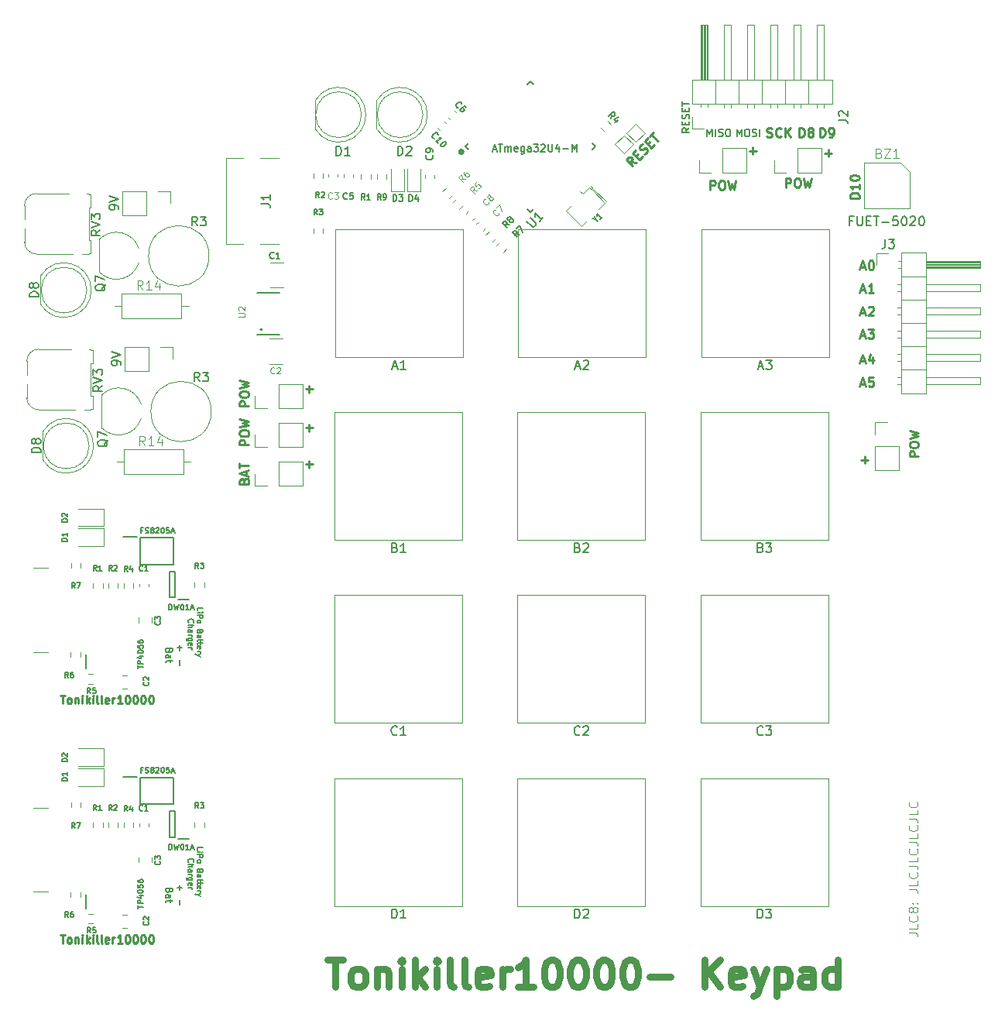
<source format=gbr>
%TF.GenerationSoftware,KiCad,Pcbnew,8.0.3*%
%TF.CreationDate,2024-09-19T18:37:29+03:00*%
%TF.ProjectId,JLC8,4a4c4338-2e6b-4696-9361-645f70636258,rev?*%
%TF.SameCoordinates,Original*%
%TF.FileFunction,Legend,Top*%
%TF.FilePolarity,Positive*%
%FSLAX46Y46*%
G04 Gerber Fmt 4.6, Leading zero omitted, Abs format (unit mm)*
G04 Created by KiCad (PCBNEW 8.0.3) date 2024-09-19 18:37:29*
%MOMM*%
%LPD*%
G01*
G04 APERTURE LIST*
%ADD10C,0.375000*%
%ADD11C,0.125000*%
%ADD12C,0.250000*%
%ADD13C,0.160000*%
%ADD14C,0.150000*%
%ADD15C,0.200000*%
%ADD16C,0.225000*%
%ADD17C,0.750000*%
%ADD18C,0.100000*%
%ADD19C,0.130000*%
%ADD20C,0.120000*%
%ADD21C,0.254000*%
%ADD22C,0.152400*%
G04 APERTURE END LIST*
D10*
X149873550Y-57527179D02*
G75*
G02*
X149498550Y-57527179I-187500J0D01*
G01*
X149498550Y-57527179D02*
G75*
G02*
X149873550Y-57527179I187500J0D01*
G01*
D11*
X198621119Y-142900000D02*
X199335404Y-142900000D01*
X199335404Y-142900000D02*
X199478261Y-142947619D01*
X199478261Y-142947619D02*
X199573500Y-143042857D01*
X199573500Y-143042857D02*
X199621119Y-143185714D01*
X199621119Y-143185714D02*
X199621119Y-143280952D01*
X199621119Y-141947619D02*
X199621119Y-142423809D01*
X199621119Y-142423809D02*
X198621119Y-142423809D01*
X199525880Y-141042857D02*
X199573500Y-141090476D01*
X199573500Y-141090476D02*
X199621119Y-141233333D01*
X199621119Y-141233333D02*
X199621119Y-141328571D01*
X199621119Y-141328571D02*
X199573500Y-141471428D01*
X199573500Y-141471428D02*
X199478261Y-141566666D01*
X199478261Y-141566666D02*
X199383023Y-141614285D01*
X199383023Y-141614285D02*
X199192547Y-141661904D01*
X199192547Y-141661904D02*
X199049690Y-141661904D01*
X199049690Y-141661904D02*
X198859214Y-141614285D01*
X198859214Y-141614285D02*
X198763976Y-141566666D01*
X198763976Y-141566666D02*
X198668738Y-141471428D01*
X198668738Y-141471428D02*
X198621119Y-141328571D01*
X198621119Y-141328571D02*
X198621119Y-141233333D01*
X198621119Y-141233333D02*
X198668738Y-141090476D01*
X198668738Y-141090476D02*
X198716357Y-141042857D01*
X199049690Y-140471428D02*
X199002071Y-140566666D01*
X199002071Y-140566666D02*
X198954452Y-140614285D01*
X198954452Y-140614285D02*
X198859214Y-140661904D01*
X198859214Y-140661904D02*
X198811595Y-140661904D01*
X198811595Y-140661904D02*
X198716357Y-140614285D01*
X198716357Y-140614285D02*
X198668738Y-140566666D01*
X198668738Y-140566666D02*
X198621119Y-140471428D01*
X198621119Y-140471428D02*
X198621119Y-140280952D01*
X198621119Y-140280952D02*
X198668738Y-140185714D01*
X198668738Y-140185714D02*
X198716357Y-140138095D01*
X198716357Y-140138095D02*
X198811595Y-140090476D01*
X198811595Y-140090476D02*
X198859214Y-140090476D01*
X198859214Y-140090476D02*
X198954452Y-140138095D01*
X198954452Y-140138095D02*
X199002071Y-140185714D01*
X199002071Y-140185714D02*
X199049690Y-140280952D01*
X199049690Y-140280952D02*
X199049690Y-140471428D01*
X199049690Y-140471428D02*
X199097309Y-140566666D01*
X199097309Y-140566666D02*
X199144928Y-140614285D01*
X199144928Y-140614285D02*
X199240166Y-140661904D01*
X199240166Y-140661904D02*
X199430642Y-140661904D01*
X199430642Y-140661904D02*
X199525880Y-140614285D01*
X199525880Y-140614285D02*
X199573500Y-140566666D01*
X199573500Y-140566666D02*
X199621119Y-140471428D01*
X199621119Y-140471428D02*
X199621119Y-140280952D01*
X199621119Y-140280952D02*
X199573500Y-140185714D01*
X199573500Y-140185714D02*
X199525880Y-140138095D01*
X199525880Y-140138095D02*
X199430642Y-140090476D01*
X199430642Y-140090476D02*
X199240166Y-140090476D01*
X199240166Y-140090476D02*
X199144928Y-140138095D01*
X199144928Y-140138095D02*
X199097309Y-140185714D01*
X199097309Y-140185714D02*
X199049690Y-140280952D01*
X199525880Y-139661904D02*
X199573500Y-139614285D01*
X199573500Y-139614285D02*
X199621119Y-139661904D01*
X199621119Y-139661904D02*
X199573500Y-139709523D01*
X199573500Y-139709523D02*
X199525880Y-139661904D01*
X199525880Y-139661904D02*
X199621119Y-139661904D01*
X199002071Y-139661904D02*
X199049690Y-139614285D01*
X199049690Y-139614285D02*
X199097309Y-139661904D01*
X199097309Y-139661904D02*
X199049690Y-139709523D01*
X199049690Y-139709523D02*
X199002071Y-139661904D01*
X199002071Y-139661904D02*
X199097309Y-139661904D01*
X198621119Y-138138095D02*
X199335404Y-138138095D01*
X199335404Y-138138095D02*
X199478261Y-138185714D01*
X199478261Y-138185714D02*
X199573500Y-138280952D01*
X199573500Y-138280952D02*
X199621119Y-138423809D01*
X199621119Y-138423809D02*
X199621119Y-138519047D01*
X199621119Y-137185714D02*
X199621119Y-137661904D01*
X199621119Y-137661904D02*
X198621119Y-137661904D01*
X199525880Y-136280952D02*
X199573500Y-136328571D01*
X199573500Y-136328571D02*
X199621119Y-136471428D01*
X199621119Y-136471428D02*
X199621119Y-136566666D01*
X199621119Y-136566666D02*
X199573500Y-136709523D01*
X199573500Y-136709523D02*
X199478261Y-136804761D01*
X199478261Y-136804761D02*
X199383023Y-136852380D01*
X199383023Y-136852380D02*
X199192547Y-136899999D01*
X199192547Y-136899999D02*
X199049690Y-136899999D01*
X199049690Y-136899999D02*
X198859214Y-136852380D01*
X198859214Y-136852380D02*
X198763976Y-136804761D01*
X198763976Y-136804761D02*
X198668738Y-136709523D01*
X198668738Y-136709523D02*
X198621119Y-136566666D01*
X198621119Y-136566666D02*
X198621119Y-136471428D01*
X198621119Y-136471428D02*
X198668738Y-136328571D01*
X198668738Y-136328571D02*
X198716357Y-136280952D01*
X198621119Y-135566666D02*
X199335404Y-135566666D01*
X199335404Y-135566666D02*
X199478261Y-135614285D01*
X199478261Y-135614285D02*
X199573500Y-135709523D01*
X199573500Y-135709523D02*
X199621119Y-135852380D01*
X199621119Y-135852380D02*
X199621119Y-135947618D01*
X199621119Y-134614285D02*
X199621119Y-135090475D01*
X199621119Y-135090475D02*
X198621119Y-135090475D01*
X199525880Y-133709523D02*
X199573500Y-133757142D01*
X199573500Y-133757142D02*
X199621119Y-133899999D01*
X199621119Y-133899999D02*
X199621119Y-133995237D01*
X199621119Y-133995237D02*
X199573500Y-134138094D01*
X199573500Y-134138094D02*
X199478261Y-134233332D01*
X199478261Y-134233332D02*
X199383023Y-134280951D01*
X199383023Y-134280951D02*
X199192547Y-134328570D01*
X199192547Y-134328570D02*
X199049690Y-134328570D01*
X199049690Y-134328570D02*
X198859214Y-134280951D01*
X198859214Y-134280951D02*
X198763976Y-134233332D01*
X198763976Y-134233332D02*
X198668738Y-134138094D01*
X198668738Y-134138094D02*
X198621119Y-133995237D01*
X198621119Y-133995237D02*
X198621119Y-133899999D01*
X198621119Y-133899999D02*
X198668738Y-133757142D01*
X198668738Y-133757142D02*
X198716357Y-133709523D01*
X198621119Y-132995237D02*
X199335404Y-132995237D01*
X199335404Y-132995237D02*
X199478261Y-133042856D01*
X199478261Y-133042856D02*
X199573500Y-133138094D01*
X199573500Y-133138094D02*
X199621119Y-133280951D01*
X199621119Y-133280951D02*
X199621119Y-133376189D01*
X199621119Y-132042856D02*
X199621119Y-132519046D01*
X199621119Y-132519046D02*
X198621119Y-132519046D01*
X199525880Y-131138094D02*
X199573500Y-131185713D01*
X199573500Y-131185713D02*
X199621119Y-131328570D01*
X199621119Y-131328570D02*
X199621119Y-131423808D01*
X199621119Y-131423808D02*
X199573500Y-131566665D01*
X199573500Y-131566665D02*
X199478261Y-131661903D01*
X199478261Y-131661903D02*
X199383023Y-131709522D01*
X199383023Y-131709522D02*
X199192547Y-131757141D01*
X199192547Y-131757141D02*
X199049690Y-131757141D01*
X199049690Y-131757141D02*
X198859214Y-131709522D01*
X198859214Y-131709522D02*
X198763976Y-131661903D01*
X198763976Y-131661903D02*
X198668738Y-131566665D01*
X198668738Y-131566665D02*
X198621119Y-131423808D01*
X198621119Y-131423808D02*
X198621119Y-131328570D01*
X198621119Y-131328570D02*
X198668738Y-131185713D01*
X198668738Y-131185713D02*
X198716357Y-131138094D01*
X198621119Y-130423808D02*
X199335404Y-130423808D01*
X199335404Y-130423808D02*
X199478261Y-130471427D01*
X199478261Y-130471427D02*
X199573500Y-130566665D01*
X199573500Y-130566665D02*
X199621119Y-130709522D01*
X199621119Y-130709522D02*
X199621119Y-130804760D01*
X199621119Y-129471427D02*
X199621119Y-129947617D01*
X199621119Y-129947617D02*
X198621119Y-129947617D01*
X199525880Y-128566665D02*
X199573500Y-128614284D01*
X199573500Y-128614284D02*
X199621119Y-128757141D01*
X199621119Y-128757141D02*
X199621119Y-128852379D01*
X199621119Y-128852379D02*
X199573500Y-128995236D01*
X199573500Y-128995236D02*
X199478261Y-129090474D01*
X199478261Y-129090474D02*
X199383023Y-129138093D01*
X199383023Y-129138093D02*
X199192547Y-129185712D01*
X199192547Y-129185712D02*
X199049690Y-129185712D01*
X199049690Y-129185712D02*
X198859214Y-129138093D01*
X198859214Y-129138093D02*
X198763976Y-129090474D01*
X198763976Y-129090474D02*
X198668738Y-128995236D01*
X198668738Y-128995236D02*
X198621119Y-128852379D01*
X198621119Y-128852379D02*
X198621119Y-128757141D01*
X198621119Y-128757141D02*
X198668738Y-128614284D01*
X198668738Y-128614284D02*
X198716357Y-128566665D01*
D12*
X193360999Y-70131083D02*
X193837189Y-70131083D01*
X193265761Y-70416798D02*
X193599094Y-69416798D01*
X193599094Y-69416798D02*
X193932427Y-70416798D01*
X194456237Y-69416798D02*
X194551475Y-69416798D01*
X194551475Y-69416798D02*
X194646713Y-69464417D01*
X194646713Y-69464417D02*
X194694332Y-69512036D01*
X194694332Y-69512036D02*
X194741951Y-69607274D01*
X194741951Y-69607274D02*
X194789570Y-69797750D01*
X194789570Y-69797750D02*
X194789570Y-70035845D01*
X194789570Y-70035845D02*
X194741951Y-70226321D01*
X194741951Y-70226321D02*
X194694332Y-70321559D01*
X194694332Y-70321559D02*
X194646713Y-70369179D01*
X194646713Y-70369179D02*
X194551475Y-70416798D01*
X194551475Y-70416798D02*
X194456237Y-70416798D01*
X194456237Y-70416798D02*
X194360999Y-70369179D01*
X194360999Y-70369179D02*
X194313380Y-70321559D01*
X194313380Y-70321559D02*
X194265761Y-70226321D01*
X194265761Y-70226321D02*
X194218142Y-70035845D01*
X194218142Y-70035845D02*
X194218142Y-69797750D01*
X194218142Y-69797750D02*
X194265761Y-69607274D01*
X194265761Y-69607274D02*
X194313380Y-69512036D01*
X194313380Y-69512036D02*
X194360999Y-69464417D01*
X194360999Y-69464417D02*
X194456237Y-69416798D01*
X193824716Y-91564610D02*
X193824716Y-90802706D01*
X194205669Y-91183658D02*
X193443764Y-91183658D01*
X125931859Y-93481277D02*
X125979478Y-93338420D01*
X125979478Y-93338420D02*
X126027097Y-93290801D01*
X126027097Y-93290801D02*
X126122335Y-93243182D01*
X126122335Y-93243182D02*
X126265192Y-93243182D01*
X126265192Y-93243182D02*
X126360430Y-93290801D01*
X126360430Y-93290801D02*
X126408050Y-93338420D01*
X126408050Y-93338420D02*
X126455669Y-93433658D01*
X126455669Y-93433658D02*
X126455669Y-93814610D01*
X126455669Y-93814610D02*
X125455669Y-93814610D01*
X125455669Y-93814610D02*
X125455669Y-93481277D01*
X125455669Y-93481277D02*
X125503288Y-93386039D01*
X125503288Y-93386039D02*
X125550907Y-93338420D01*
X125550907Y-93338420D02*
X125646145Y-93290801D01*
X125646145Y-93290801D02*
X125741383Y-93290801D01*
X125741383Y-93290801D02*
X125836621Y-93338420D01*
X125836621Y-93338420D02*
X125884240Y-93386039D01*
X125884240Y-93386039D02*
X125931859Y-93481277D01*
X125931859Y-93481277D02*
X125931859Y-93814610D01*
X126169954Y-92862229D02*
X126169954Y-92386039D01*
X126455669Y-92957467D02*
X125455669Y-92624134D01*
X125455669Y-92624134D02*
X126455669Y-92290801D01*
X125455669Y-92100324D02*
X125455669Y-91528896D01*
X126455669Y-91814610D02*
X125455669Y-91814610D01*
X193360999Y-75131083D02*
X193837189Y-75131083D01*
X193265761Y-75416798D02*
X193599094Y-74416798D01*
X193599094Y-74416798D02*
X193932427Y-75416798D01*
X194218142Y-74512036D02*
X194265761Y-74464417D01*
X194265761Y-74464417D02*
X194360999Y-74416798D01*
X194360999Y-74416798D02*
X194599094Y-74416798D01*
X194599094Y-74416798D02*
X194694332Y-74464417D01*
X194694332Y-74464417D02*
X194741951Y-74512036D01*
X194741951Y-74512036D02*
X194789570Y-74607274D01*
X194789570Y-74607274D02*
X194789570Y-74702512D01*
X194789570Y-74702512D02*
X194741951Y-74845369D01*
X194741951Y-74845369D02*
X194170523Y-75416798D01*
X194170523Y-75416798D02*
X194789570Y-75416798D01*
D13*
X118904903Y-137684108D02*
X118904903Y-138217442D01*
X118638236Y-137950775D02*
X119171570Y-137950775D01*
D14*
X120807461Y-107665750D02*
X120807461Y-107380036D01*
X120807461Y-107380036D02*
X121407461Y-107380036D01*
X120807461Y-107865750D02*
X121207461Y-107865750D01*
X121407461Y-107865750D02*
X121378890Y-107837178D01*
X121378890Y-107837178D02*
X121350318Y-107865750D01*
X121350318Y-107865750D02*
X121378890Y-107894321D01*
X121378890Y-107894321D02*
X121407461Y-107865750D01*
X121407461Y-107865750D02*
X121350318Y-107865750D01*
X120807461Y-108151464D02*
X121407461Y-108151464D01*
X121407461Y-108151464D02*
X121407461Y-108380035D01*
X121407461Y-108380035D02*
X121378890Y-108437178D01*
X121378890Y-108437178D02*
X121350318Y-108465749D01*
X121350318Y-108465749D02*
X121293175Y-108494321D01*
X121293175Y-108494321D02*
X121207461Y-108494321D01*
X121207461Y-108494321D02*
X121150318Y-108465749D01*
X121150318Y-108465749D02*
X121121747Y-108437178D01*
X121121747Y-108437178D02*
X121093175Y-108380035D01*
X121093175Y-108380035D02*
X121093175Y-108151464D01*
X120807461Y-108837178D02*
X120836033Y-108780035D01*
X120836033Y-108780035D02*
X120864604Y-108751464D01*
X120864604Y-108751464D02*
X120921747Y-108722892D01*
X120921747Y-108722892D02*
X121093175Y-108722892D01*
X121093175Y-108722892D02*
X121150318Y-108751464D01*
X121150318Y-108751464D02*
X121178890Y-108780035D01*
X121178890Y-108780035D02*
X121207461Y-108837178D01*
X121207461Y-108837178D02*
X121207461Y-108922892D01*
X121207461Y-108922892D02*
X121178890Y-108980035D01*
X121178890Y-108980035D02*
X121150318Y-109008607D01*
X121150318Y-109008607D02*
X121093175Y-109037178D01*
X121093175Y-109037178D02*
X120921747Y-109037178D01*
X120921747Y-109037178D02*
X120864604Y-109008607D01*
X120864604Y-109008607D02*
X120836033Y-108980035D01*
X120836033Y-108980035D02*
X120807461Y-108922892D01*
X120807461Y-108922892D02*
X120807461Y-108837178D01*
X121121747Y-109951464D02*
X121093175Y-110037178D01*
X121093175Y-110037178D02*
X121064604Y-110065749D01*
X121064604Y-110065749D02*
X121007461Y-110094321D01*
X121007461Y-110094321D02*
X120921747Y-110094321D01*
X120921747Y-110094321D02*
X120864604Y-110065749D01*
X120864604Y-110065749D02*
X120836033Y-110037178D01*
X120836033Y-110037178D02*
X120807461Y-109980035D01*
X120807461Y-109980035D02*
X120807461Y-109751464D01*
X120807461Y-109751464D02*
X121407461Y-109751464D01*
X121407461Y-109751464D02*
X121407461Y-109951464D01*
X121407461Y-109951464D02*
X121378890Y-110008607D01*
X121378890Y-110008607D02*
X121350318Y-110037178D01*
X121350318Y-110037178D02*
X121293175Y-110065749D01*
X121293175Y-110065749D02*
X121236033Y-110065749D01*
X121236033Y-110065749D02*
X121178890Y-110037178D01*
X121178890Y-110037178D02*
X121150318Y-110008607D01*
X121150318Y-110008607D02*
X121121747Y-109951464D01*
X121121747Y-109951464D02*
X121121747Y-109751464D01*
X120807461Y-110608607D02*
X121121747Y-110608607D01*
X121121747Y-110608607D02*
X121178890Y-110580035D01*
X121178890Y-110580035D02*
X121207461Y-110522892D01*
X121207461Y-110522892D02*
X121207461Y-110408607D01*
X121207461Y-110408607D02*
X121178890Y-110351464D01*
X120836033Y-110608607D02*
X120807461Y-110551464D01*
X120807461Y-110551464D02*
X120807461Y-110408607D01*
X120807461Y-110408607D02*
X120836033Y-110351464D01*
X120836033Y-110351464D02*
X120893175Y-110322892D01*
X120893175Y-110322892D02*
X120950318Y-110322892D01*
X120950318Y-110322892D02*
X121007461Y-110351464D01*
X121007461Y-110351464D02*
X121036033Y-110408607D01*
X121036033Y-110408607D02*
X121036033Y-110551464D01*
X121036033Y-110551464D02*
X121064604Y-110608607D01*
X121207461Y-110808606D02*
X121207461Y-111037178D01*
X121407461Y-110894321D02*
X120893175Y-110894321D01*
X120893175Y-110894321D02*
X120836033Y-110922892D01*
X120836033Y-110922892D02*
X120807461Y-110980035D01*
X120807461Y-110980035D02*
X120807461Y-111037178D01*
X121207461Y-111151463D02*
X121207461Y-111380035D01*
X121407461Y-111237178D02*
X120893175Y-111237178D01*
X120893175Y-111237178D02*
X120836033Y-111265749D01*
X120836033Y-111265749D02*
X120807461Y-111322892D01*
X120807461Y-111322892D02*
X120807461Y-111380035D01*
X120836033Y-111808606D02*
X120807461Y-111751463D01*
X120807461Y-111751463D02*
X120807461Y-111637178D01*
X120807461Y-111637178D02*
X120836033Y-111580035D01*
X120836033Y-111580035D02*
X120893175Y-111551463D01*
X120893175Y-111551463D02*
X121121747Y-111551463D01*
X121121747Y-111551463D02*
X121178890Y-111580035D01*
X121178890Y-111580035D02*
X121207461Y-111637178D01*
X121207461Y-111637178D02*
X121207461Y-111751463D01*
X121207461Y-111751463D02*
X121178890Y-111808606D01*
X121178890Y-111808606D02*
X121121747Y-111837178D01*
X121121747Y-111837178D02*
X121064604Y-111837178D01*
X121064604Y-111837178D02*
X121007461Y-111551463D01*
X120807461Y-112094321D02*
X121207461Y-112094321D01*
X121093175Y-112094321D02*
X121150318Y-112122892D01*
X121150318Y-112122892D02*
X121178890Y-112151464D01*
X121178890Y-112151464D02*
X121207461Y-112208606D01*
X121207461Y-112208606D02*
X121207461Y-112265749D01*
X121207461Y-112408607D02*
X120807461Y-112551464D01*
X121207461Y-112694321D02*
X120807461Y-112551464D01*
X120807461Y-112551464D02*
X120664604Y-112494321D01*
X120664604Y-112494321D02*
X120636033Y-112465750D01*
X120636033Y-112465750D02*
X120607461Y-112408607D01*
X119898638Y-108980036D02*
X119870067Y-108951464D01*
X119870067Y-108951464D02*
X119841495Y-108865750D01*
X119841495Y-108865750D02*
X119841495Y-108808607D01*
X119841495Y-108808607D02*
X119870067Y-108722893D01*
X119870067Y-108722893D02*
X119927209Y-108665750D01*
X119927209Y-108665750D02*
X119984352Y-108637179D01*
X119984352Y-108637179D02*
X120098638Y-108608607D01*
X120098638Y-108608607D02*
X120184352Y-108608607D01*
X120184352Y-108608607D02*
X120298638Y-108637179D01*
X120298638Y-108637179D02*
X120355781Y-108665750D01*
X120355781Y-108665750D02*
X120412924Y-108722893D01*
X120412924Y-108722893D02*
X120441495Y-108808607D01*
X120441495Y-108808607D02*
X120441495Y-108865750D01*
X120441495Y-108865750D02*
X120412924Y-108951464D01*
X120412924Y-108951464D02*
X120384352Y-108980036D01*
X119841495Y-109237179D02*
X120441495Y-109237179D01*
X119841495Y-109494322D02*
X120155781Y-109494322D01*
X120155781Y-109494322D02*
X120212924Y-109465750D01*
X120212924Y-109465750D02*
X120241495Y-109408607D01*
X120241495Y-109408607D02*
X120241495Y-109322893D01*
X120241495Y-109322893D02*
X120212924Y-109265750D01*
X120212924Y-109265750D02*
X120184352Y-109237179D01*
X119841495Y-110037179D02*
X120155781Y-110037179D01*
X120155781Y-110037179D02*
X120212924Y-110008607D01*
X120212924Y-110008607D02*
X120241495Y-109951464D01*
X120241495Y-109951464D02*
X120241495Y-109837179D01*
X120241495Y-109837179D02*
X120212924Y-109780036D01*
X119870067Y-110037179D02*
X119841495Y-109980036D01*
X119841495Y-109980036D02*
X119841495Y-109837179D01*
X119841495Y-109837179D02*
X119870067Y-109780036D01*
X119870067Y-109780036D02*
X119927209Y-109751464D01*
X119927209Y-109751464D02*
X119984352Y-109751464D01*
X119984352Y-109751464D02*
X120041495Y-109780036D01*
X120041495Y-109780036D02*
X120070067Y-109837179D01*
X120070067Y-109837179D02*
X120070067Y-109980036D01*
X120070067Y-109980036D02*
X120098638Y-110037179D01*
X119841495Y-110322893D02*
X120241495Y-110322893D01*
X120127209Y-110322893D02*
X120184352Y-110351464D01*
X120184352Y-110351464D02*
X120212924Y-110380036D01*
X120212924Y-110380036D02*
X120241495Y-110437178D01*
X120241495Y-110437178D02*
X120241495Y-110494321D01*
X120241495Y-110951465D02*
X119755781Y-110951465D01*
X119755781Y-110951465D02*
X119698638Y-110922893D01*
X119698638Y-110922893D02*
X119670067Y-110894322D01*
X119670067Y-110894322D02*
X119641495Y-110837179D01*
X119641495Y-110837179D02*
X119641495Y-110751465D01*
X119641495Y-110751465D02*
X119670067Y-110694322D01*
X119870067Y-110951465D02*
X119841495Y-110894322D01*
X119841495Y-110894322D02*
X119841495Y-110780036D01*
X119841495Y-110780036D02*
X119870067Y-110722893D01*
X119870067Y-110722893D02*
X119898638Y-110694322D01*
X119898638Y-110694322D02*
X119955781Y-110665750D01*
X119955781Y-110665750D02*
X120127209Y-110665750D01*
X120127209Y-110665750D02*
X120184352Y-110694322D01*
X120184352Y-110694322D02*
X120212924Y-110722893D01*
X120212924Y-110722893D02*
X120241495Y-110780036D01*
X120241495Y-110780036D02*
X120241495Y-110894322D01*
X120241495Y-110894322D02*
X120212924Y-110951465D01*
X119870067Y-111465750D02*
X119841495Y-111408607D01*
X119841495Y-111408607D02*
X119841495Y-111294322D01*
X119841495Y-111294322D02*
X119870067Y-111237179D01*
X119870067Y-111237179D02*
X119927209Y-111208607D01*
X119927209Y-111208607D02*
X120155781Y-111208607D01*
X120155781Y-111208607D02*
X120212924Y-111237179D01*
X120212924Y-111237179D02*
X120241495Y-111294322D01*
X120241495Y-111294322D02*
X120241495Y-111408607D01*
X120241495Y-111408607D02*
X120212924Y-111465750D01*
X120212924Y-111465750D02*
X120155781Y-111494322D01*
X120155781Y-111494322D02*
X120098638Y-111494322D01*
X120098638Y-111494322D02*
X120041495Y-111208607D01*
X119841495Y-111751465D02*
X120241495Y-111751465D01*
X120127209Y-111751465D02*
X120184352Y-111780036D01*
X120184352Y-111780036D02*
X120212924Y-111808608D01*
X120212924Y-111808608D02*
X120241495Y-111865750D01*
X120241495Y-111865750D02*
X120241495Y-111922893D01*
D15*
X179828104Y-55826874D02*
X179828104Y-55026874D01*
X179828104Y-55026874D02*
X180094770Y-55598302D01*
X180094770Y-55598302D02*
X180361437Y-55026874D01*
X180361437Y-55026874D02*
X180361437Y-55826874D01*
X180894771Y-55026874D02*
X181047152Y-55026874D01*
X181047152Y-55026874D02*
X181123342Y-55064969D01*
X181123342Y-55064969D02*
X181199533Y-55141159D01*
X181199533Y-55141159D02*
X181237628Y-55293540D01*
X181237628Y-55293540D02*
X181237628Y-55560207D01*
X181237628Y-55560207D02*
X181199533Y-55712588D01*
X181199533Y-55712588D02*
X181123342Y-55788779D01*
X181123342Y-55788779D02*
X181047152Y-55826874D01*
X181047152Y-55826874D02*
X180894771Y-55826874D01*
X180894771Y-55826874D02*
X180818580Y-55788779D01*
X180818580Y-55788779D02*
X180742390Y-55712588D01*
X180742390Y-55712588D02*
X180704294Y-55560207D01*
X180704294Y-55560207D02*
X180704294Y-55293540D01*
X180704294Y-55293540D02*
X180742390Y-55141159D01*
X180742390Y-55141159D02*
X180818580Y-55064969D01*
X180818580Y-55064969D02*
X180894771Y-55026874D01*
X181542389Y-55788779D02*
X181656675Y-55826874D01*
X181656675Y-55826874D02*
X181847151Y-55826874D01*
X181847151Y-55826874D02*
X181923342Y-55788779D01*
X181923342Y-55788779D02*
X181961437Y-55750683D01*
X181961437Y-55750683D02*
X181999532Y-55674493D01*
X181999532Y-55674493D02*
X181999532Y-55598302D01*
X181999532Y-55598302D02*
X181961437Y-55522112D01*
X181961437Y-55522112D02*
X181923342Y-55484017D01*
X181923342Y-55484017D02*
X181847151Y-55445921D01*
X181847151Y-55445921D02*
X181694770Y-55407826D01*
X181694770Y-55407826D02*
X181618580Y-55369731D01*
X181618580Y-55369731D02*
X181580485Y-55331636D01*
X181580485Y-55331636D02*
X181542389Y-55255445D01*
X181542389Y-55255445D02*
X181542389Y-55179255D01*
X181542389Y-55179255D02*
X181580485Y-55103064D01*
X181580485Y-55103064D02*
X181618580Y-55064969D01*
X181618580Y-55064969D02*
X181694770Y-55026874D01*
X181694770Y-55026874D02*
X181885247Y-55026874D01*
X181885247Y-55026874D02*
X181999532Y-55064969D01*
X182342390Y-55826874D02*
X182342390Y-55026874D01*
D16*
X105826392Y-116916836D02*
X106340678Y-116916836D01*
X106083535Y-117816836D02*
X106083535Y-116916836D01*
X106769249Y-117816836D02*
X106683534Y-117773979D01*
X106683534Y-117773979D02*
X106640677Y-117731121D01*
X106640677Y-117731121D02*
X106597820Y-117645407D01*
X106597820Y-117645407D02*
X106597820Y-117388264D01*
X106597820Y-117388264D02*
X106640677Y-117302550D01*
X106640677Y-117302550D02*
X106683534Y-117259693D01*
X106683534Y-117259693D02*
X106769249Y-117216836D01*
X106769249Y-117216836D02*
X106897820Y-117216836D01*
X106897820Y-117216836D02*
X106983534Y-117259693D01*
X106983534Y-117259693D02*
X107026392Y-117302550D01*
X107026392Y-117302550D02*
X107069249Y-117388264D01*
X107069249Y-117388264D02*
X107069249Y-117645407D01*
X107069249Y-117645407D02*
X107026392Y-117731121D01*
X107026392Y-117731121D02*
X106983534Y-117773979D01*
X106983534Y-117773979D02*
X106897820Y-117816836D01*
X106897820Y-117816836D02*
X106769249Y-117816836D01*
X107454963Y-117216836D02*
X107454963Y-117816836D01*
X107454963Y-117302550D02*
X107497820Y-117259693D01*
X107497820Y-117259693D02*
X107583535Y-117216836D01*
X107583535Y-117216836D02*
X107712106Y-117216836D01*
X107712106Y-117216836D02*
X107797820Y-117259693D01*
X107797820Y-117259693D02*
X107840678Y-117345407D01*
X107840678Y-117345407D02*
X107840678Y-117816836D01*
X108269249Y-117816836D02*
X108269249Y-117216836D01*
X108269249Y-116916836D02*
X108226392Y-116959693D01*
X108226392Y-116959693D02*
X108269249Y-117002550D01*
X108269249Y-117002550D02*
X108312106Y-116959693D01*
X108312106Y-116959693D02*
X108269249Y-116916836D01*
X108269249Y-116916836D02*
X108269249Y-117002550D01*
X108697820Y-117816836D02*
X108697820Y-116916836D01*
X108783535Y-117473979D02*
X109040677Y-117816836D01*
X109040677Y-117216836D02*
X108697820Y-117559693D01*
X109426391Y-117816836D02*
X109426391Y-117216836D01*
X109426391Y-116916836D02*
X109383534Y-116959693D01*
X109383534Y-116959693D02*
X109426391Y-117002550D01*
X109426391Y-117002550D02*
X109469248Y-116959693D01*
X109469248Y-116959693D02*
X109426391Y-116916836D01*
X109426391Y-116916836D02*
X109426391Y-117002550D01*
X109983534Y-117816836D02*
X109897819Y-117773979D01*
X109897819Y-117773979D02*
X109854962Y-117688264D01*
X109854962Y-117688264D02*
X109854962Y-116916836D01*
X110454963Y-117816836D02*
X110369248Y-117773979D01*
X110369248Y-117773979D02*
X110326391Y-117688264D01*
X110326391Y-117688264D02*
X110326391Y-116916836D01*
X111140677Y-117773979D02*
X111054963Y-117816836D01*
X111054963Y-117816836D02*
X110883535Y-117816836D01*
X110883535Y-117816836D02*
X110797820Y-117773979D01*
X110797820Y-117773979D02*
X110754963Y-117688264D01*
X110754963Y-117688264D02*
X110754963Y-117345407D01*
X110754963Y-117345407D02*
X110797820Y-117259693D01*
X110797820Y-117259693D02*
X110883535Y-117216836D01*
X110883535Y-117216836D02*
X111054963Y-117216836D01*
X111054963Y-117216836D02*
X111140677Y-117259693D01*
X111140677Y-117259693D02*
X111183535Y-117345407D01*
X111183535Y-117345407D02*
X111183535Y-117431121D01*
X111183535Y-117431121D02*
X110754963Y-117516836D01*
X111569249Y-117816836D02*
X111569249Y-117216836D01*
X111569249Y-117388264D02*
X111612106Y-117302550D01*
X111612106Y-117302550D02*
X111654964Y-117259693D01*
X111654964Y-117259693D02*
X111740678Y-117216836D01*
X111740678Y-117216836D02*
X111826392Y-117216836D01*
X112597821Y-117816836D02*
X112083535Y-117816836D01*
X112340678Y-117816836D02*
X112340678Y-116916836D01*
X112340678Y-116916836D02*
X112254964Y-117045407D01*
X112254964Y-117045407D02*
X112169249Y-117131121D01*
X112169249Y-117131121D02*
X112083535Y-117173979D01*
X113154964Y-116916836D02*
X113240678Y-116916836D01*
X113240678Y-116916836D02*
X113326392Y-116959693D01*
X113326392Y-116959693D02*
X113369250Y-117002550D01*
X113369250Y-117002550D02*
X113412107Y-117088264D01*
X113412107Y-117088264D02*
X113454964Y-117259693D01*
X113454964Y-117259693D02*
X113454964Y-117473979D01*
X113454964Y-117473979D02*
X113412107Y-117645407D01*
X113412107Y-117645407D02*
X113369250Y-117731121D01*
X113369250Y-117731121D02*
X113326392Y-117773979D01*
X113326392Y-117773979D02*
X113240678Y-117816836D01*
X113240678Y-117816836D02*
X113154964Y-117816836D01*
X113154964Y-117816836D02*
X113069250Y-117773979D01*
X113069250Y-117773979D02*
X113026392Y-117731121D01*
X113026392Y-117731121D02*
X112983535Y-117645407D01*
X112983535Y-117645407D02*
X112940678Y-117473979D01*
X112940678Y-117473979D02*
X112940678Y-117259693D01*
X112940678Y-117259693D02*
X112983535Y-117088264D01*
X112983535Y-117088264D02*
X113026392Y-117002550D01*
X113026392Y-117002550D02*
X113069250Y-116959693D01*
X113069250Y-116959693D02*
X113154964Y-116916836D01*
X114012107Y-116916836D02*
X114097821Y-116916836D01*
X114097821Y-116916836D02*
X114183535Y-116959693D01*
X114183535Y-116959693D02*
X114226393Y-117002550D01*
X114226393Y-117002550D02*
X114269250Y-117088264D01*
X114269250Y-117088264D02*
X114312107Y-117259693D01*
X114312107Y-117259693D02*
X114312107Y-117473979D01*
X114312107Y-117473979D02*
X114269250Y-117645407D01*
X114269250Y-117645407D02*
X114226393Y-117731121D01*
X114226393Y-117731121D02*
X114183535Y-117773979D01*
X114183535Y-117773979D02*
X114097821Y-117816836D01*
X114097821Y-117816836D02*
X114012107Y-117816836D01*
X114012107Y-117816836D02*
X113926393Y-117773979D01*
X113926393Y-117773979D02*
X113883535Y-117731121D01*
X113883535Y-117731121D02*
X113840678Y-117645407D01*
X113840678Y-117645407D02*
X113797821Y-117473979D01*
X113797821Y-117473979D02*
X113797821Y-117259693D01*
X113797821Y-117259693D02*
X113840678Y-117088264D01*
X113840678Y-117088264D02*
X113883535Y-117002550D01*
X113883535Y-117002550D02*
X113926393Y-116959693D01*
X113926393Y-116959693D02*
X114012107Y-116916836D01*
X114869250Y-116916836D02*
X114954964Y-116916836D01*
X114954964Y-116916836D02*
X115040678Y-116959693D01*
X115040678Y-116959693D02*
X115083536Y-117002550D01*
X115083536Y-117002550D02*
X115126393Y-117088264D01*
X115126393Y-117088264D02*
X115169250Y-117259693D01*
X115169250Y-117259693D02*
X115169250Y-117473979D01*
X115169250Y-117473979D02*
X115126393Y-117645407D01*
X115126393Y-117645407D02*
X115083536Y-117731121D01*
X115083536Y-117731121D02*
X115040678Y-117773979D01*
X115040678Y-117773979D02*
X114954964Y-117816836D01*
X114954964Y-117816836D02*
X114869250Y-117816836D01*
X114869250Y-117816836D02*
X114783536Y-117773979D01*
X114783536Y-117773979D02*
X114740678Y-117731121D01*
X114740678Y-117731121D02*
X114697821Y-117645407D01*
X114697821Y-117645407D02*
X114654964Y-117473979D01*
X114654964Y-117473979D02*
X114654964Y-117259693D01*
X114654964Y-117259693D02*
X114697821Y-117088264D01*
X114697821Y-117088264D02*
X114740678Y-117002550D01*
X114740678Y-117002550D02*
X114783536Y-116959693D01*
X114783536Y-116959693D02*
X114869250Y-116916836D01*
X115726393Y-116916836D02*
X115812107Y-116916836D01*
X115812107Y-116916836D02*
X115897821Y-116959693D01*
X115897821Y-116959693D02*
X115940679Y-117002550D01*
X115940679Y-117002550D02*
X115983536Y-117088264D01*
X115983536Y-117088264D02*
X116026393Y-117259693D01*
X116026393Y-117259693D02*
X116026393Y-117473979D01*
X116026393Y-117473979D02*
X115983536Y-117645407D01*
X115983536Y-117645407D02*
X115940679Y-117731121D01*
X115940679Y-117731121D02*
X115897821Y-117773979D01*
X115897821Y-117773979D02*
X115812107Y-117816836D01*
X115812107Y-117816836D02*
X115726393Y-117816836D01*
X115726393Y-117816836D02*
X115640679Y-117773979D01*
X115640679Y-117773979D02*
X115597821Y-117731121D01*
X115597821Y-117731121D02*
X115554964Y-117645407D01*
X115554964Y-117645407D02*
X115512107Y-117473979D01*
X115512107Y-117473979D02*
X115512107Y-117259693D01*
X115512107Y-117259693D02*
X115554964Y-117088264D01*
X115554964Y-117088264D02*
X115597821Y-117002550D01*
X115597821Y-117002550D02*
X115640679Y-116959693D01*
X115640679Y-116959693D02*
X115726393Y-116916836D01*
D13*
X118904903Y-113084108D02*
X118904903Y-113617442D01*
D12*
X185158618Y-61416798D02*
X185158618Y-60416798D01*
X185158618Y-60416798D02*
X185539570Y-60416798D01*
X185539570Y-60416798D02*
X185634808Y-60464417D01*
X185634808Y-60464417D02*
X185682427Y-60512036D01*
X185682427Y-60512036D02*
X185730046Y-60607274D01*
X185730046Y-60607274D02*
X185730046Y-60750131D01*
X185730046Y-60750131D02*
X185682427Y-60845369D01*
X185682427Y-60845369D02*
X185634808Y-60892988D01*
X185634808Y-60892988D02*
X185539570Y-60940607D01*
X185539570Y-60940607D02*
X185158618Y-60940607D01*
X186349094Y-60416798D02*
X186539570Y-60416798D01*
X186539570Y-60416798D02*
X186634808Y-60464417D01*
X186634808Y-60464417D02*
X186730046Y-60559655D01*
X186730046Y-60559655D02*
X186777665Y-60750131D01*
X186777665Y-60750131D02*
X186777665Y-61083464D01*
X186777665Y-61083464D02*
X186730046Y-61273940D01*
X186730046Y-61273940D02*
X186634808Y-61369179D01*
X186634808Y-61369179D02*
X186539570Y-61416798D01*
X186539570Y-61416798D02*
X186349094Y-61416798D01*
X186349094Y-61416798D02*
X186253856Y-61369179D01*
X186253856Y-61369179D02*
X186158618Y-61273940D01*
X186158618Y-61273940D02*
X186110999Y-61083464D01*
X186110999Y-61083464D02*
X186110999Y-60750131D01*
X186110999Y-60750131D02*
X186158618Y-60559655D01*
X186158618Y-60559655D02*
X186253856Y-60464417D01*
X186253856Y-60464417D02*
X186349094Y-60416798D01*
X187110999Y-60416798D02*
X187349094Y-61416798D01*
X187349094Y-61416798D02*
X187539570Y-60702512D01*
X187539570Y-60702512D02*
X187730046Y-61416798D01*
X187730046Y-61416798D02*
X187968142Y-60416798D01*
X126455669Y-85314610D02*
X125455669Y-85314610D01*
X125455669Y-85314610D02*
X125455669Y-84933658D01*
X125455669Y-84933658D02*
X125503288Y-84838420D01*
X125503288Y-84838420D02*
X125550907Y-84790801D01*
X125550907Y-84790801D02*
X125646145Y-84743182D01*
X125646145Y-84743182D02*
X125789002Y-84743182D01*
X125789002Y-84743182D02*
X125884240Y-84790801D01*
X125884240Y-84790801D02*
X125931859Y-84838420D01*
X125931859Y-84838420D02*
X125979478Y-84933658D01*
X125979478Y-84933658D02*
X125979478Y-85314610D01*
X125455669Y-84124134D02*
X125455669Y-83933658D01*
X125455669Y-83933658D02*
X125503288Y-83838420D01*
X125503288Y-83838420D02*
X125598526Y-83743182D01*
X125598526Y-83743182D02*
X125789002Y-83695563D01*
X125789002Y-83695563D02*
X126122335Y-83695563D01*
X126122335Y-83695563D02*
X126312811Y-83743182D01*
X126312811Y-83743182D02*
X126408050Y-83838420D01*
X126408050Y-83838420D02*
X126455669Y-83933658D01*
X126455669Y-83933658D02*
X126455669Y-84124134D01*
X126455669Y-84124134D02*
X126408050Y-84219372D01*
X126408050Y-84219372D02*
X126312811Y-84314610D01*
X126312811Y-84314610D02*
X126122335Y-84362229D01*
X126122335Y-84362229D02*
X125789002Y-84362229D01*
X125789002Y-84362229D02*
X125598526Y-84314610D01*
X125598526Y-84314610D02*
X125503288Y-84219372D01*
X125503288Y-84219372D02*
X125455669Y-84124134D01*
X125455669Y-83362229D02*
X126455669Y-83124134D01*
X126455669Y-83124134D02*
X125741383Y-82933658D01*
X125741383Y-82933658D02*
X126455669Y-82743182D01*
X126455669Y-82743182D02*
X125455669Y-82505087D01*
X183110999Y-55869179D02*
X183253856Y-55916798D01*
X183253856Y-55916798D02*
X183491951Y-55916798D01*
X183491951Y-55916798D02*
X183587189Y-55869179D01*
X183587189Y-55869179D02*
X183634808Y-55821559D01*
X183634808Y-55821559D02*
X183682427Y-55726321D01*
X183682427Y-55726321D02*
X183682427Y-55631083D01*
X183682427Y-55631083D02*
X183634808Y-55535845D01*
X183634808Y-55535845D02*
X183587189Y-55488226D01*
X183587189Y-55488226D02*
X183491951Y-55440607D01*
X183491951Y-55440607D02*
X183301475Y-55392988D01*
X183301475Y-55392988D02*
X183206237Y-55345369D01*
X183206237Y-55345369D02*
X183158618Y-55297750D01*
X183158618Y-55297750D02*
X183110999Y-55202512D01*
X183110999Y-55202512D02*
X183110999Y-55107274D01*
X183110999Y-55107274D02*
X183158618Y-55012036D01*
X183158618Y-55012036D02*
X183206237Y-54964417D01*
X183206237Y-54964417D02*
X183301475Y-54916798D01*
X183301475Y-54916798D02*
X183539570Y-54916798D01*
X183539570Y-54916798D02*
X183682427Y-54964417D01*
X184682427Y-55821559D02*
X184634808Y-55869179D01*
X184634808Y-55869179D02*
X184491951Y-55916798D01*
X184491951Y-55916798D02*
X184396713Y-55916798D01*
X184396713Y-55916798D02*
X184253856Y-55869179D01*
X184253856Y-55869179D02*
X184158618Y-55773940D01*
X184158618Y-55773940D02*
X184110999Y-55678702D01*
X184110999Y-55678702D02*
X184063380Y-55488226D01*
X184063380Y-55488226D02*
X184063380Y-55345369D01*
X184063380Y-55345369D02*
X184110999Y-55154893D01*
X184110999Y-55154893D02*
X184158618Y-55059655D01*
X184158618Y-55059655D02*
X184253856Y-54964417D01*
X184253856Y-54964417D02*
X184396713Y-54916798D01*
X184396713Y-54916798D02*
X184491951Y-54916798D01*
X184491951Y-54916798D02*
X184634808Y-54964417D01*
X184634808Y-54964417D02*
X184682427Y-55012036D01*
X185110999Y-55916798D02*
X185110999Y-54916798D01*
X185682427Y-55916798D02*
X185253856Y-55345369D01*
X185682427Y-54916798D02*
X185110999Y-55488226D01*
X133074716Y-88064610D02*
X133074716Y-87302706D01*
X133455669Y-87683658D02*
X132693764Y-87683658D01*
D13*
X117781864Y-138267442D02*
X117748531Y-138367442D01*
X117748531Y-138367442D02*
X117715197Y-138400775D01*
X117715197Y-138400775D02*
X117648531Y-138434108D01*
X117648531Y-138434108D02*
X117548531Y-138434108D01*
X117548531Y-138434108D02*
X117481864Y-138400775D01*
X117481864Y-138400775D02*
X117448531Y-138367442D01*
X117448531Y-138367442D02*
X117415197Y-138300775D01*
X117415197Y-138300775D02*
X117415197Y-138034108D01*
X117415197Y-138034108D02*
X118115197Y-138034108D01*
X118115197Y-138034108D02*
X118115197Y-138267442D01*
X118115197Y-138267442D02*
X118081864Y-138334108D01*
X118081864Y-138334108D02*
X118048531Y-138367442D01*
X118048531Y-138367442D02*
X117981864Y-138400775D01*
X117981864Y-138400775D02*
X117915197Y-138400775D01*
X117915197Y-138400775D02*
X117848531Y-138367442D01*
X117848531Y-138367442D02*
X117815197Y-138334108D01*
X117815197Y-138334108D02*
X117781864Y-138267442D01*
X117781864Y-138267442D02*
X117781864Y-138034108D01*
X117415197Y-139034108D02*
X117781864Y-139034108D01*
X117781864Y-139034108D02*
X117848531Y-139000775D01*
X117848531Y-139000775D02*
X117881864Y-138934108D01*
X117881864Y-138934108D02*
X117881864Y-138800775D01*
X117881864Y-138800775D02*
X117848531Y-138734108D01*
X117448531Y-139034108D02*
X117415197Y-138967442D01*
X117415197Y-138967442D02*
X117415197Y-138800775D01*
X117415197Y-138800775D02*
X117448531Y-138734108D01*
X117448531Y-138734108D02*
X117515197Y-138700775D01*
X117515197Y-138700775D02*
X117581864Y-138700775D01*
X117581864Y-138700775D02*
X117648531Y-138734108D01*
X117648531Y-138734108D02*
X117681864Y-138800775D01*
X117681864Y-138800775D02*
X117681864Y-138967442D01*
X117681864Y-138967442D02*
X117715197Y-139034108D01*
X117881864Y-139267441D02*
X117881864Y-139534108D01*
X118115197Y-139367441D02*
X117515197Y-139367441D01*
X117515197Y-139367441D02*
X117448531Y-139400775D01*
X117448531Y-139400775D02*
X117415197Y-139467441D01*
X117415197Y-139467441D02*
X117415197Y-139534108D01*
D12*
X193205669Y-62564610D02*
X192205669Y-62564610D01*
X192205669Y-62564610D02*
X192205669Y-62326515D01*
X192205669Y-62326515D02*
X192253288Y-62183658D01*
X192253288Y-62183658D02*
X192348526Y-62088420D01*
X192348526Y-62088420D02*
X192443764Y-62040801D01*
X192443764Y-62040801D02*
X192634240Y-61993182D01*
X192634240Y-61993182D02*
X192777097Y-61993182D01*
X192777097Y-61993182D02*
X192967573Y-62040801D01*
X192967573Y-62040801D02*
X193062811Y-62088420D01*
X193062811Y-62088420D02*
X193158050Y-62183658D01*
X193158050Y-62183658D02*
X193205669Y-62326515D01*
X193205669Y-62326515D02*
X193205669Y-62564610D01*
X193205669Y-61040801D02*
X193205669Y-61612229D01*
X193205669Y-61326515D02*
X192205669Y-61326515D01*
X192205669Y-61326515D02*
X192348526Y-61421753D01*
X192348526Y-61421753D02*
X192443764Y-61516991D01*
X192443764Y-61516991D02*
X192491383Y-61612229D01*
X192205669Y-60421753D02*
X192205669Y-60326515D01*
X192205669Y-60326515D02*
X192253288Y-60231277D01*
X192253288Y-60231277D02*
X192300907Y-60183658D01*
X192300907Y-60183658D02*
X192396145Y-60136039D01*
X192396145Y-60136039D02*
X192586621Y-60088420D01*
X192586621Y-60088420D02*
X192824716Y-60088420D01*
X192824716Y-60088420D02*
X193015192Y-60136039D01*
X193015192Y-60136039D02*
X193110430Y-60183658D01*
X193110430Y-60183658D02*
X193158050Y-60231277D01*
X193158050Y-60231277D02*
X193205669Y-60326515D01*
X193205669Y-60326515D02*
X193205669Y-60421753D01*
X193205669Y-60421753D02*
X193158050Y-60516991D01*
X193158050Y-60516991D02*
X193110430Y-60564610D01*
X193110430Y-60564610D02*
X193015192Y-60612229D01*
X193015192Y-60612229D02*
X192824716Y-60659848D01*
X192824716Y-60659848D02*
X192586621Y-60659848D01*
X192586621Y-60659848D02*
X192396145Y-60612229D01*
X192396145Y-60612229D02*
X192300907Y-60564610D01*
X192300907Y-60564610D02*
X192253288Y-60516991D01*
X192253288Y-60516991D02*
X192205669Y-60421753D01*
D17*
X135035185Y-145816036D02*
X136749471Y-145816036D01*
X135892328Y-148816036D02*
X135892328Y-145816036D01*
X138178042Y-148816036D02*
X137892327Y-148673179D01*
X137892327Y-148673179D02*
X137749470Y-148530321D01*
X137749470Y-148530321D02*
X137606613Y-148244607D01*
X137606613Y-148244607D02*
X137606613Y-147387464D01*
X137606613Y-147387464D02*
X137749470Y-147101750D01*
X137749470Y-147101750D02*
X137892327Y-146958893D01*
X137892327Y-146958893D02*
X138178042Y-146816036D01*
X138178042Y-146816036D02*
X138606613Y-146816036D01*
X138606613Y-146816036D02*
X138892327Y-146958893D01*
X138892327Y-146958893D02*
X139035185Y-147101750D01*
X139035185Y-147101750D02*
X139178042Y-147387464D01*
X139178042Y-147387464D02*
X139178042Y-148244607D01*
X139178042Y-148244607D02*
X139035185Y-148530321D01*
X139035185Y-148530321D02*
X138892327Y-148673179D01*
X138892327Y-148673179D02*
X138606613Y-148816036D01*
X138606613Y-148816036D02*
X138178042Y-148816036D01*
X140463756Y-146816036D02*
X140463756Y-148816036D01*
X140463756Y-147101750D02*
X140606613Y-146958893D01*
X140606613Y-146958893D02*
X140892328Y-146816036D01*
X140892328Y-146816036D02*
X141320899Y-146816036D01*
X141320899Y-146816036D02*
X141606613Y-146958893D01*
X141606613Y-146958893D02*
X141749471Y-147244607D01*
X141749471Y-147244607D02*
X141749471Y-148816036D01*
X143178042Y-148816036D02*
X143178042Y-146816036D01*
X143178042Y-145816036D02*
X143035185Y-145958893D01*
X143035185Y-145958893D02*
X143178042Y-146101750D01*
X143178042Y-146101750D02*
X143320899Y-145958893D01*
X143320899Y-145958893D02*
X143178042Y-145816036D01*
X143178042Y-145816036D02*
X143178042Y-146101750D01*
X144606613Y-148816036D02*
X144606613Y-145816036D01*
X144892328Y-147673179D02*
X145749470Y-148816036D01*
X145749470Y-146816036D02*
X144606613Y-147958893D01*
X147035184Y-148816036D02*
X147035184Y-146816036D01*
X147035184Y-145816036D02*
X146892327Y-145958893D01*
X146892327Y-145958893D02*
X147035184Y-146101750D01*
X147035184Y-146101750D02*
X147178041Y-145958893D01*
X147178041Y-145958893D02*
X147035184Y-145816036D01*
X147035184Y-145816036D02*
X147035184Y-146101750D01*
X148892327Y-148816036D02*
X148606612Y-148673179D01*
X148606612Y-148673179D02*
X148463755Y-148387464D01*
X148463755Y-148387464D02*
X148463755Y-145816036D01*
X150463756Y-148816036D02*
X150178041Y-148673179D01*
X150178041Y-148673179D02*
X150035184Y-148387464D01*
X150035184Y-148387464D02*
X150035184Y-145816036D01*
X152749470Y-148673179D02*
X152463756Y-148816036D01*
X152463756Y-148816036D02*
X151892328Y-148816036D01*
X151892328Y-148816036D02*
X151606613Y-148673179D01*
X151606613Y-148673179D02*
X151463756Y-148387464D01*
X151463756Y-148387464D02*
X151463756Y-147244607D01*
X151463756Y-147244607D02*
X151606613Y-146958893D01*
X151606613Y-146958893D02*
X151892328Y-146816036D01*
X151892328Y-146816036D02*
X152463756Y-146816036D01*
X152463756Y-146816036D02*
X152749470Y-146958893D01*
X152749470Y-146958893D02*
X152892328Y-147244607D01*
X152892328Y-147244607D02*
X152892328Y-147530321D01*
X152892328Y-147530321D02*
X151463756Y-147816036D01*
X154178042Y-148816036D02*
X154178042Y-146816036D01*
X154178042Y-147387464D02*
X154320899Y-147101750D01*
X154320899Y-147101750D02*
X154463757Y-146958893D01*
X154463757Y-146958893D02*
X154749471Y-146816036D01*
X154749471Y-146816036D02*
X155035185Y-146816036D01*
X157606614Y-148816036D02*
X155892328Y-148816036D01*
X156749471Y-148816036D02*
X156749471Y-145816036D01*
X156749471Y-145816036D02*
X156463757Y-146244607D01*
X156463757Y-146244607D02*
X156178042Y-146530321D01*
X156178042Y-146530321D02*
X155892328Y-146673179D01*
X159463757Y-145816036D02*
X159749471Y-145816036D01*
X159749471Y-145816036D02*
X160035185Y-145958893D01*
X160035185Y-145958893D02*
X160178043Y-146101750D01*
X160178043Y-146101750D02*
X160320900Y-146387464D01*
X160320900Y-146387464D02*
X160463757Y-146958893D01*
X160463757Y-146958893D02*
X160463757Y-147673179D01*
X160463757Y-147673179D02*
X160320900Y-148244607D01*
X160320900Y-148244607D02*
X160178043Y-148530321D01*
X160178043Y-148530321D02*
X160035185Y-148673179D01*
X160035185Y-148673179D02*
X159749471Y-148816036D01*
X159749471Y-148816036D02*
X159463757Y-148816036D01*
X159463757Y-148816036D02*
X159178043Y-148673179D01*
X159178043Y-148673179D02*
X159035185Y-148530321D01*
X159035185Y-148530321D02*
X158892328Y-148244607D01*
X158892328Y-148244607D02*
X158749471Y-147673179D01*
X158749471Y-147673179D02*
X158749471Y-146958893D01*
X158749471Y-146958893D02*
X158892328Y-146387464D01*
X158892328Y-146387464D02*
X159035185Y-146101750D01*
X159035185Y-146101750D02*
X159178043Y-145958893D01*
X159178043Y-145958893D02*
X159463757Y-145816036D01*
X162320900Y-145816036D02*
X162606614Y-145816036D01*
X162606614Y-145816036D02*
X162892328Y-145958893D01*
X162892328Y-145958893D02*
X163035186Y-146101750D01*
X163035186Y-146101750D02*
X163178043Y-146387464D01*
X163178043Y-146387464D02*
X163320900Y-146958893D01*
X163320900Y-146958893D02*
X163320900Y-147673179D01*
X163320900Y-147673179D02*
X163178043Y-148244607D01*
X163178043Y-148244607D02*
X163035186Y-148530321D01*
X163035186Y-148530321D02*
X162892328Y-148673179D01*
X162892328Y-148673179D02*
X162606614Y-148816036D01*
X162606614Y-148816036D02*
X162320900Y-148816036D01*
X162320900Y-148816036D02*
X162035186Y-148673179D01*
X162035186Y-148673179D02*
X161892328Y-148530321D01*
X161892328Y-148530321D02*
X161749471Y-148244607D01*
X161749471Y-148244607D02*
X161606614Y-147673179D01*
X161606614Y-147673179D02*
X161606614Y-146958893D01*
X161606614Y-146958893D02*
X161749471Y-146387464D01*
X161749471Y-146387464D02*
X161892328Y-146101750D01*
X161892328Y-146101750D02*
X162035186Y-145958893D01*
X162035186Y-145958893D02*
X162320900Y-145816036D01*
X165178043Y-145816036D02*
X165463757Y-145816036D01*
X165463757Y-145816036D02*
X165749471Y-145958893D01*
X165749471Y-145958893D02*
X165892329Y-146101750D01*
X165892329Y-146101750D02*
X166035186Y-146387464D01*
X166035186Y-146387464D02*
X166178043Y-146958893D01*
X166178043Y-146958893D02*
X166178043Y-147673179D01*
X166178043Y-147673179D02*
X166035186Y-148244607D01*
X166035186Y-148244607D02*
X165892329Y-148530321D01*
X165892329Y-148530321D02*
X165749471Y-148673179D01*
X165749471Y-148673179D02*
X165463757Y-148816036D01*
X165463757Y-148816036D02*
X165178043Y-148816036D01*
X165178043Y-148816036D02*
X164892329Y-148673179D01*
X164892329Y-148673179D02*
X164749471Y-148530321D01*
X164749471Y-148530321D02*
X164606614Y-148244607D01*
X164606614Y-148244607D02*
X164463757Y-147673179D01*
X164463757Y-147673179D02*
X164463757Y-146958893D01*
X164463757Y-146958893D02*
X164606614Y-146387464D01*
X164606614Y-146387464D02*
X164749471Y-146101750D01*
X164749471Y-146101750D02*
X164892329Y-145958893D01*
X164892329Y-145958893D02*
X165178043Y-145816036D01*
X168035186Y-145816036D02*
X168320900Y-145816036D01*
X168320900Y-145816036D02*
X168606614Y-145958893D01*
X168606614Y-145958893D02*
X168749472Y-146101750D01*
X168749472Y-146101750D02*
X168892329Y-146387464D01*
X168892329Y-146387464D02*
X169035186Y-146958893D01*
X169035186Y-146958893D02*
X169035186Y-147673179D01*
X169035186Y-147673179D02*
X168892329Y-148244607D01*
X168892329Y-148244607D02*
X168749472Y-148530321D01*
X168749472Y-148530321D02*
X168606614Y-148673179D01*
X168606614Y-148673179D02*
X168320900Y-148816036D01*
X168320900Y-148816036D02*
X168035186Y-148816036D01*
X168035186Y-148816036D02*
X167749472Y-148673179D01*
X167749472Y-148673179D02*
X167606614Y-148530321D01*
X167606614Y-148530321D02*
X167463757Y-148244607D01*
X167463757Y-148244607D02*
X167320900Y-147673179D01*
X167320900Y-147673179D02*
X167320900Y-146958893D01*
X167320900Y-146958893D02*
X167463757Y-146387464D01*
X167463757Y-146387464D02*
X167606614Y-146101750D01*
X167606614Y-146101750D02*
X167749472Y-145958893D01*
X167749472Y-145958893D02*
X168035186Y-145816036D01*
X170320900Y-147673179D02*
X172606615Y-147673179D01*
X176320900Y-148816036D02*
X176320900Y-145816036D01*
X178035186Y-148816036D02*
X176749472Y-147101750D01*
X178035186Y-145816036D02*
X176320900Y-147530321D01*
X180463757Y-148673179D02*
X180178043Y-148816036D01*
X180178043Y-148816036D02*
X179606615Y-148816036D01*
X179606615Y-148816036D02*
X179320900Y-148673179D01*
X179320900Y-148673179D02*
X179178043Y-148387464D01*
X179178043Y-148387464D02*
X179178043Y-147244607D01*
X179178043Y-147244607D02*
X179320900Y-146958893D01*
X179320900Y-146958893D02*
X179606615Y-146816036D01*
X179606615Y-146816036D02*
X180178043Y-146816036D01*
X180178043Y-146816036D02*
X180463757Y-146958893D01*
X180463757Y-146958893D02*
X180606615Y-147244607D01*
X180606615Y-147244607D02*
X180606615Y-147530321D01*
X180606615Y-147530321D02*
X179178043Y-147816036D01*
X181606615Y-146816036D02*
X182320901Y-148816036D01*
X183035186Y-146816036D02*
X182320901Y-148816036D01*
X182320901Y-148816036D02*
X182035186Y-149530321D01*
X182035186Y-149530321D02*
X181892329Y-149673179D01*
X181892329Y-149673179D02*
X181606615Y-149816036D01*
X184178043Y-146816036D02*
X184178043Y-149816036D01*
X184178043Y-146958893D02*
X184463758Y-146816036D01*
X184463758Y-146816036D02*
X185035186Y-146816036D01*
X185035186Y-146816036D02*
X185320900Y-146958893D01*
X185320900Y-146958893D02*
X185463758Y-147101750D01*
X185463758Y-147101750D02*
X185606615Y-147387464D01*
X185606615Y-147387464D02*
X185606615Y-148244607D01*
X185606615Y-148244607D02*
X185463758Y-148530321D01*
X185463758Y-148530321D02*
X185320900Y-148673179D01*
X185320900Y-148673179D02*
X185035186Y-148816036D01*
X185035186Y-148816036D02*
X184463758Y-148816036D01*
X184463758Y-148816036D02*
X184178043Y-148673179D01*
X188178044Y-148816036D02*
X188178044Y-147244607D01*
X188178044Y-147244607D02*
X188035186Y-146958893D01*
X188035186Y-146958893D02*
X187749472Y-146816036D01*
X187749472Y-146816036D02*
X187178044Y-146816036D01*
X187178044Y-146816036D02*
X186892329Y-146958893D01*
X188178044Y-148673179D02*
X187892329Y-148816036D01*
X187892329Y-148816036D02*
X187178044Y-148816036D01*
X187178044Y-148816036D02*
X186892329Y-148673179D01*
X186892329Y-148673179D02*
X186749472Y-148387464D01*
X186749472Y-148387464D02*
X186749472Y-148101750D01*
X186749472Y-148101750D02*
X186892329Y-147816036D01*
X186892329Y-147816036D02*
X187178044Y-147673179D01*
X187178044Y-147673179D02*
X187892329Y-147673179D01*
X187892329Y-147673179D02*
X188178044Y-147530321D01*
X190892330Y-148816036D02*
X190892330Y-145816036D01*
X190892330Y-148673179D02*
X190606615Y-148816036D01*
X190606615Y-148816036D02*
X190035187Y-148816036D01*
X190035187Y-148816036D02*
X189749472Y-148673179D01*
X189749472Y-148673179D02*
X189606615Y-148530321D01*
X189606615Y-148530321D02*
X189463758Y-148244607D01*
X189463758Y-148244607D02*
X189463758Y-147387464D01*
X189463758Y-147387464D02*
X189606615Y-147101750D01*
X189606615Y-147101750D02*
X189749472Y-146958893D01*
X189749472Y-146958893D02*
X190035187Y-146816036D01*
X190035187Y-146816036D02*
X190606615Y-146816036D01*
X190606615Y-146816036D02*
X190892330Y-146958893D01*
D12*
X181574716Y-57814610D02*
X181574716Y-57052706D01*
X181955669Y-57433658D02*
X181193764Y-57433658D01*
D15*
X176578104Y-55826874D02*
X176578104Y-55026874D01*
X176578104Y-55026874D02*
X176844770Y-55598302D01*
X176844770Y-55598302D02*
X177111437Y-55026874D01*
X177111437Y-55026874D02*
X177111437Y-55826874D01*
X177492390Y-55826874D02*
X177492390Y-55026874D01*
X177835246Y-55788779D02*
X177949532Y-55826874D01*
X177949532Y-55826874D02*
X178140008Y-55826874D01*
X178140008Y-55826874D02*
X178216199Y-55788779D01*
X178216199Y-55788779D02*
X178254294Y-55750683D01*
X178254294Y-55750683D02*
X178292389Y-55674493D01*
X178292389Y-55674493D02*
X178292389Y-55598302D01*
X178292389Y-55598302D02*
X178254294Y-55522112D01*
X178254294Y-55522112D02*
X178216199Y-55484017D01*
X178216199Y-55484017D02*
X178140008Y-55445921D01*
X178140008Y-55445921D02*
X177987627Y-55407826D01*
X177987627Y-55407826D02*
X177911437Y-55369731D01*
X177911437Y-55369731D02*
X177873342Y-55331636D01*
X177873342Y-55331636D02*
X177835246Y-55255445D01*
X177835246Y-55255445D02*
X177835246Y-55179255D01*
X177835246Y-55179255D02*
X177873342Y-55103064D01*
X177873342Y-55103064D02*
X177911437Y-55064969D01*
X177911437Y-55064969D02*
X177987627Y-55026874D01*
X177987627Y-55026874D02*
X178178104Y-55026874D01*
X178178104Y-55026874D02*
X178292389Y-55064969D01*
X178787628Y-55026874D02*
X178940009Y-55026874D01*
X178940009Y-55026874D02*
X179016199Y-55064969D01*
X179016199Y-55064969D02*
X179092390Y-55141159D01*
X179092390Y-55141159D02*
X179130485Y-55293540D01*
X179130485Y-55293540D02*
X179130485Y-55560207D01*
X179130485Y-55560207D02*
X179092390Y-55712588D01*
X179092390Y-55712588D02*
X179016199Y-55788779D01*
X179016199Y-55788779D02*
X178940009Y-55826874D01*
X178940009Y-55826874D02*
X178787628Y-55826874D01*
X178787628Y-55826874D02*
X178711437Y-55788779D01*
X178711437Y-55788779D02*
X178635247Y-55712588D01*
X178635247Y-55712588D02*
X178597151Y-55560207D01*
X178597151Y-55560207D02*
X178597151Y-55293540D01*
X178597151Y-55293540D02*
X178635247Y-55141159D01*
X178635247Y-55141159D02*
X178711437Y-55064969D01*
X178711437Y-55064969D02*
X178787628Y-55026874D01*
D12*
X189824716Y-58064610D02*
X189824716Y-57302706D01*
X190205669Y-57683658D02*
X189443764Y-57683658D01*
X126455669Y-89564610D02*
X125455669Y-89564610D01*
X125455669Y-89564610D02*
X125455669Y-89183658D01*
X125455669Y-89183658D02*
X125503288Y-89088420D01*
X125503288Y-89088420D02*
X125550907Y-89040801D01*
X125550907Y-89040801D02*
X125646145Y-88993182D01*
X125646145Y-88993182D02*
X125789002Y-88993182D01*
X125789002Y-88993182D02*
X125884240Y-89040801D01*
X125884240Y-89040801D02*
X125931859Y-89088420D01*
X125931859Y-89088420D02*
X125979478Y-89183658D01*
X125979478Y-89183658D02*
X125979478Y-89564610D01*
X125455669Y-88374134D02*
X125455669Y-88183658D01*
X125455669Y-88183658D02*
X125503288Y-88088420D01*
X125503288Y-88088420D02*
X125598526Y-87993182D01*
X125598526Y-87993182D02*
X125789002Y-87945563D01*
X125789002Y-87945563D02*
X126122335Y-87945563D01*
X126122335Y-87945563D02*
X126312811Y-87993182D01*
X126312811Y-87993182D02*
X126408050Y-88088420D01*
X126408050Y-88088420D02*
X126455669Y-88183658D01*
X126455669Y-88183658D02*
X126455669Y-88374134D01*
X126455669Y-88374134D02*
X126408050Y-88469372D01*
X126408050Y-88469372D02*
X126312811Y-88564610D01*
X126312811Y-88564610D02*
X126122335Y-88612229D01*
X126122335Y-88612229D02*
X125789002Y-88612229D01*
X125789002Y-88612229D02*
X125598526Y-88564610D01*
X125598526Y-88564610D02*
X125503288Y-88469372D01*
X125503288Y-88469372D02*
X125455669Y-88374134D01*
X125455669Y-87612229D02*
X126455669Y-87374134D01*
X126455669Y-87374134D02*
X125741383Y-87183658D01*
X125741383Y-87183658D02*
X126455669Y-86993182D01*
X126455669Y-86993182D02*
X125455669Y-86755087D01*
X193360999Y-82881083D02*
X193837189Y-82881083D01*
X193265761Y-83166798D02*
X193599094Y-82166798D01*
X193599094Y-82166798D02*
X193932427Y-83166798D01*
X194741951Y-82166798D02*
X194265761Y-82166798D01*
X194265761Y-82166798D02*
X194218142Y-82642988D01*
X194218142Y-82642988D02*
X194265761Y-82595369D01*
X194265761Y-82595369D02*
X194360999Y-82547750D01*
X194360999Y-82547750D02*
X194599094Y-82547750D01*
X194599094Y-82547750D02*
X194694332Y-82595369D01*
X194694332Y-82595369D02*
X194741951Y-82642988D01*
X194741951Y-82642988D02*
X194789570Y-82738226D01*
X194789570Y-82738226D02*
X194789570Y-82976321D01*
X194789570Y-82976321D02*
X194741951Y-83071559D01*
X194741951Y-83071559D02*
X194694332Y-83119179D01*
X194694332Y-83119179D02*
X194599094Y-83166798D01*
X194599094Y-83166798D02*
X194360999Y-83166798D01*
X194360999Y-83166798D02*
X194265761Y-83119179D01*
X194265761Y-83119179D02*
X194218142Y-83071559D01*
X176908618Y-61666798D02*
X176908618Y-60666798D01*
X176908618Y-60666798D02*
X177289570Y-60666798D01*
X177289570Y-60666798D02*
X177384808Y-60714417D01*
X177384808Y-60714417D02*
X177432427Y-60762036D01*
X177432427Y-60762036D02*
X177480046Y-60857274D01*
X177480046Y-60857274D02*
X177480046Y-61000131D01*
X177480046Y-61000131D02*
X177432427Y-61095369D01*
X177432427Y-61095369D02*
X177384808Y-61142988D01*
X177384808Y-61142988D02*
X177289570Y-61190607D01*
X177289570Y-61190607D02*
X176908618Y-61190607D01*
X178099094Y-60666798D02*
X178289570Y-60666798D01*
X178289570Y-60666798D02*
X178384808Y-60714417D01*
X178384808Y-60714417D02*
X178480046Y-60809655D01*
X178480046Y-60809655D02*
X178527665Y-61000131D01*
X178527665Y-61000131D02*
X178527665Y-61333464D01*
X178527665Y-61333464D02*
X178480046Y-61523940D01*
X178480046Y-61523940D02*
X178384808Y-61619179D01*
X178384808Y-61619179D02*
X178289570Y-61666798D01*
X178289570Y-61666798D02*
X178099094Y-61666798D01*
X178099094Y-61666798D02*
X178003856Y-61619179D01*
X178003856Y-61619179D02*
X177908618Y-61523940D01*
X177908618Y-61523940D02*
X177860999Y-61333464D01*
X177860999Y-61333464D02*
X177860999Y-61000131D01*
X177860999Y-61000131D02*
X177908618Y-60809655D01*
X177908618Y-60809655D02*
X178003856Y-60714417D01*
X178003856Y-60714417D02*
X178099094Y-60666798D01*
X178860999Y-60666798D02*
X179099094Y-61666798D01*
X179099094Y-61666798D02*
X179289570Y-60952512D01*
X179289570Y-60952512D02*
X179480046Y-61666798D01*
X179480046Y-61666798D02*
X179718142Y-60666798D01*
D13*
X118904903Y-111484108D02*
X118904903Y-112017442D01*
X118638236Y-111750775D02*
X119171570Y-111750775D01*
D12*
X168849040Y-58682730D02*
X168276621Y-58581715D01*
X168444979Y-59086791D02*
X167737873Y-58379684D01*
X167737873Y-58379684D02*
X168007247Y-58110310D01*
X168007247Y-58110310D02*
X168108262Y-58076638D01*
X168108262Y-58076638D02*
X168175605Y-58076638D01*
X168175605Y-58076638D02*
X168276621Y-58110310D01*
X168276621Y-58110310D02*
X168377636Y-58211325D01*
X168377636Y-58211325D02*
X168411308Y-58312341D01*
X168411308Y-58312341D02*
X168411308Y-58379684D01*
X168411308Y-58379684D02*
X168377636Y-58480699D01*
X168377636Y-58480699D02*
X168108262Y-58750073D01*
X168781697Y-58009295D02*
X169017399Y-57773593D01*
X169488804Y-58042967D02*
X169152086Y-58379684D01*
X169152086Y-58379684D02*
X168444979Y-57672577D01*
X168444979Y-57672577D02*
X168781697Y-57335860D01*
X169724506Y-57739921D02*
X169859193Y-57672577D01*
X169859193Y-57672577D02*
X170027552Y-57504219D01*
X170027552Y-57504219D02*
X170061224Y-57403203D01*
X170061224Y-57403203D02*
X170061224Y-57335860D01*
X170061224Y-57335860D02*
X170027552Y-57234845D01*
X170027552Y-57234845D02*
X169960208Y-57167501D01*
X169960208Y-57167501D02*
X169859193Y-57133829D01*
X169859193Y-57133829D02*
X169791850Y-57133829D01*
X169791850Y-57133829D02*
X169690834Y-57167501D01*
X169690834Y-57167501D02*
X169522476Y-57268516D01*
X169522476Y-57268516D02*
X169421460Y-57302188D01*
X169421460Y-57302188D02*
X169354117Y-57302188D01*
X169354117Y-57302188D02*
X169253102Y-57268516D01*
X169253102Y-57268516D02*
X169185758Y-57201173D01*
X169185758Y-57201173D02*
X169152086Y-57100158D01*
X169152086Y-57100158D02*
X169152086Y-57032814D01*
X169152086Y-57032814D02*
X169185758Y-56931799D01*
X169185758Y-56931799D02*
X169354117Y-56763440D01*
X169354117Y-56763440D02*
X169488804Y-56696097D01*
X170094895Y-56696097D02*
X170330598Y-56460394D01*
X170802002Y-56729768D02*
X170465285Y-57066486D01*
X170465285Y-57066486D02*
X169758178Y-56359379D01*
X169758178Y-56359379D02*
X170094895Y-56022661D01*
X170296926Y-55820631D02*
X170700987Y-55416570D01*
X171206063Y-56325707D02*
X170498956Y-55618600D01*
D15*
X174615745Y-54937981D02*
X174234792Y-55204648D01*
X174615745Y-55395124D02*
X173815745Y-55395124D01*
X173815745Y-55395124D02*
X173815745Y-55090362D01*
X173815745Y-55090362D02*
X173853840Y-55014172D01*
X173853840Y-55014172D02*
X173891935Y-54976077D01*
X173891935Y-54976077D02*
X173968126Y-54937981D01*
X173968126Y-54937981D02*
X174082411Y-54937981D01*
X174082411Y-54937981D02*
X174158602Y-54976077D01*
X174158602Y-54976077D02*
X174196697Y-55014172D01*
X174196697Y-55014172D02*
X174234792Y-55090362D01*
X174234792Y-55090362D02*
X174234792Y-55395124D01*
X174196697Y-54595124D02*
X174196697Y-54328458D01*
X174615745Y-54214172D02*
X174615745Y-54595124D01*
X174615745Y-54595124D02*
X173815745Y-54595124D01*
X173815745Y-54595124D02*
X173815745Y-54214172D01*
X174577650Y-53909410D02*
X174615745Y-53795124D01*
X174615745Y-53795124D02*
X174615745Y-53604648D01*
X174615745Y-53604648D02*
X174577650Y-53528457D01*
X174577650Y-53528457D02*
X174539554Y-53490362D01*
X174539554Y-53490362D02*
X174463364Y-53452267D01*
X174463364Y-53452267D02*
X174387173Y-53452267D01*
X174387173Y-53452267D02*
X174310983Y-53490362D01*
X174310983Y-53490362D02*
X174272888Y-53528457D01*
X174272888Y-53528457D02*
X174234792Y-53604648D01*
X174234792Y-53604648D02*
X174196697Y-53757029D01*
X174196697Y-53757029D02*
X174158602Y-53833219D01*
X174158602Y-53833219D02*
X174120507Y-53871314D01*
X174120507Y-53871314D02*
X174044316Y-53909410D01*
X174044316Y-53909410D02*
X173968126Y-53909410D01*
X173968126Y-53909410D02*
X173891935Y-53871314D01*
X173891935Y-53871314D02*
X173853840Y-53833219D01*
X173853840Y-53833219D02*
X173815745Y-53757029D01*
X173815745Y-53757029D02*
X173815745Y-53566552D01*
X173815745Y-53566552D02*
X173853840Y-53452267D01*
X174196697Y-53109409D02*
X174196697Y-52842743D01*
X174615745Y-52728457D02*
X174615745Y-53109409D01*
X174615745Y-53109409D02*
X173815745Y-53109409D01*
X173815745Y-53109409D02*
X173815745Y-52728457D01*
X173815745Y-52499885D02*
X173815745Y-52042742D01*
X174615745Y-52271314D02*
X173815745Y-52271314D01*
D12*
X193360999Y-72631083D02*
X193837189Y-72631083D01*
X193265761Y-72916798D02*
X193599094Y-71916798D01*
X193599094Y-71916798D02*
X193932427Y-72916798D01*
X194789570Y-72916798D02*
X194218142Y-72916798D01*
X194503856Y-72916798D02*
X194503856Y-71916798D01*
X194503856Y-71916798D02*
X194408618Y-72059655D01*
X194408618Y-72059655D02*
X194313380Y-72154893D01*
X194313380Y-72154893D02*
X194218142Y-72202512D01*
X133074716Y-92064610D02*
X133074716Y-91302706D01*
X133455669Y-91683658D02*
X132693764Y-91683658D01*
X188908618Y-55916798D02*
X188908618Y-54916798D01*
X188908618Y-54916798D02*
X189146713Y-54916798D01*
X189146713Y-54916798D02*
X189289570Y-54964417D01*
X189289570Y-54964417D02*
X189384808Y-55059655D01*
X189384808Y-55059655D02*
X189432427Y-55154893D01*
X189432427Y-55154893D02*
X189480046Y-55345369D01*
X189480046Y-55345369D02*
X189480046Y-55488226D01*
X189480046Y-55488226D02*
X189432427Y-55678702D01*
X189432427Y-55678702D02*
X189384808Y-55773940D01*
X189384808Y-55773940D02*
X189289570Y-55869179D01*
X189289570Y-55869179D02*
X189146713Y-55916798D01*
X189146713Y-55916798D02*
X188908618Y-55916798D01*
X189956237Y-55916798D02*
X190146713Y-55916798D01*
X190146713Y-55916798D02*
X190241951Y-55869179D01*
X190241951Y-55869179D02*
X190289570Y-55821559D01*
X190289570Y-55821559D02*
X190384808Y-55678702D01*
X190384808Y-55678702D02*
X190432427Y-55488226D01*
X190432427Y-55488226D02*
X190432427Y-55107274D01*
X190432427Y-55107274D02*
X190384808Y-55012036D01*
X190384808Y-55012036D02*
X190337189Y-54964417D01*
X190337189Y-54964417D02*
X190241951Y-54916798D01*
X190241951Y-54916798D02*
X190051475Y-54916798D01*
X190051475Y-54916798D02*
X189956237Y-54964417D01*
X189956237Y-54964417D02*
X189908618Y-55012036D01*
X189908618Y-55012036D02*
X189860999Y-55107274D01*
X189860999Y-55107274D02*
X189860999Y-55345369D01*
X189860999Y-55345369D02*
X189908618Y-55440607D01*
X189908618Y-55440607D02*
X189956237Y-55488226D01*
X189956237Y-55488226D02*
X190051475Y-55535845D01*
X190051475Y-55535845D02*
X190241951Y-55535845D01*
X190241951Y-55535845D02*
X190337189Y-55488226D01*
X190337189Y-55488226D02*
X190384808Y-55440607D01*
X190384808Y-55440607D02*
X190432427Y-55345369D01*
X193360999Y-77631083D02*
X193837189Y-77631083D01*
X193265761Y-77916798D02*
X193599094Y-76916798D01*
X193599094Y-76916798D02*
X193932427Y-77916798D01*
X194170523Y-76916798D02*
X194789570Y-76916798D01*
X194789570Y-76916798D02*
X194456237Y-77297750D01*
X194456237Y-77297750D02*
X194599094Y-77297750D01*
X194599094Y-77297750D02*
X194694332Y-77345369D01*
X194694332Y-77345369D02*
X194741951Y-77392988D01*
X194741951Y-77392988D02*
X194789570Y-77488226D01*
X194789570Y-77488226D02*
X194789570Y-77726321D01*
X194789570Y-77726321D02*
X194741951Y-77821559D01*
X194741951Y-77821559D02*
X194694332Y-77869179D01*
X194694332Y-77869179D02*
X194599094Y-77916798D01*
X194599094Y-77916798D02*
X194313380Y-77916798D01*
X194313380Y-77916798D02*
X194218142Y-77869179D01*
X194218142Y-77869179D02*
X194170523Y-77821559D01*
D13*
X117781864Y-112067442D02*
X117748531Y-112167442D01*
X117748531Y-112167442D02*
X117715197Y-112200775D01*
X117715197Y-112200775D02*
X117648531Y-112234108D01*
X117648531Y-112234108D02*
X117548531Y-112234108D01*
X117548531Y-112234108D02*
X117481864Y-112200775D01*
X117481864Y-112200775D02*
X117448531Y-112167442D01*
X117448531Y-112167442D02*
X117415197Y-112100775D01*
X117415197Y-112100775D02*
X117415197Y-111834108D01*
X117415197Y-111834108D02*
X118115197Y-111834108D01*
X118115197Y-111834108D02*
X118115197Y-112067442D01*
X118115197Y-112067442D02*
X118081864Y-112134108D01*
X118081864Y-112134108D02*
X118048531Y-112167442D01*
X118048531Y-112167442D02*
X117981864Y-112200775D01*
X117981864Y-112200775D02*
X117915197Y-112200775D01*
X117915197Y-112200775D02*
X117848531Y-112167442D01*
X117848531Y-112167442D02*
X117815197Y-112134108D01*
X117815197Y-112134108D02*
X117781864Y-112067442D01*
X117781864Y-112067442D02*
X117781864Y-111834108D01*
X117415197Y-112834108D02*
X117781864Y-112834108D01*
X117781864Y-112834108D02*
X117848531Y-112800775D01*
X117848531Y-112800775D02*
X117881864Y-112734108D01*
X117881864Y-112734108D02*
X117881864Y-112600775D01*
X117881864Y-112600775D02*
X117848531Y-112534108D01*
X117448531Y-112834108D02*
X117415197Y-112767442D01*
X117415197Y-112767442D02*
X117415197Y-112600775D01*
X117415197Y-112600775D02*
X117448531Y-112534108D01*
X117448531Y-112534108D02*
X117515197Y-112500775D01*
X117515197Y-112500775D02*
X117581864Y-112500775D01*
X117581864Y-112500775D02*
X117648531Y-112534108D01*
X117648531Y-112534108D02*
X117681864Y-112600775D01*
X117681864Y-112600775D02*
X117681864Y-112767442D01*
X117681864Y-112767442D02*
X117715197Y-112834108D01*
X117881864Y-113067441D02*
X117881864Y-113334108D01*
X118115197Y-113167441D02*
X117515197Y-113167441D01*
X117515197Y-113167441D02*
X117448531Y-113200775D01*
X117448531Y-113200775D02*
X117415197Y-113267441D01*
X117415197Y-113267441D02*
X117415197Y-113334108D01*
D12*
X133074716Y-83814610D02*
X133074716Y-83052706D01*
X133455669Y-83433658D02*
X132693764Y-83433658D01*
D13*
X118904903Y-139284108D02*
X118904903Y-139817442D01*
D12*
X193360999Y-80381083D02*
X193837189Y-80381083D01*
X193265761Y-80666798D02*
X193599094Y-79666798D01*
X193599094Y-79666798D02*
X193932427Y-80666798D01*
X194694332Y-80000131D02*
X194694332Y-80666798D01*
X194456237Y-79619179D02*
X194218142Y-80333464D01*
X194218142Y-80333464D02*
X194837189Y-80333464D01*
X199705669Y-90814610D02*
X198705669Y-90814610D01*
X198705669Y-90814610D02*
X198705669Y-90433658D01*
X198705669Y-90433658D02*
X198753288Y-90338420D01*
X198753288Y-90338420D02*
X198800907Y-90290801D01*
X198800907Y-90290801D02*
X198896145Y-90243182D01*
X198896145Y-90243182D02*
X199039002Y-90243182D01*
X199039002Y-90243182D02*
X199134240Y-90290801D01*
X199134240Y-90290801D02*
X199181859Y-90338420D01*
X199181859Y-90338420D02*
X199229478Y-90433658D01*
X199229478Y-90433658D02*
X199229478Y-90814610D01*
X198705669Y-89624134D02*
X198705669Y-89433658D01*
X198705669Y-89433658D02*
X198753288Y-89338420D01*
X198753288Y-89338420D02*
X198848526Y-89243182D01*
X198848526Y-89243182D02*
X199039002Y-89195563D01*
X199039002Y-89195563D02*
X199372335Y-89195563D01*
X199372335Y-89195563D02*
X199562811Y-89243182D01*
X199562811Y-89243182D02*
X199658050Y-89338420D01*
X199658050Y-89338420D02*
X199705669Y-89433658D01*
X199705669Y-89433658D02*
X199705669Y-89624134D01*
X199705669Y-89624134D02*
X199658050Y-89719372D01*
X199658050Y-89719372D02*
X199562811Y-89814610D01*
X199562811Y-89814610D02*
X199372335Y-89862229D01*
X199372335Y-89862229D02*
X199039002Y-89862229D01*
X199039002Y-89862229D02*
X198848526Y-89814610D01*
X198848526Y-89814610D02*
X198753288Y-89719372D01*
X198753288Y-89719372D02*
X198705669Y-89624134D01*
X198705669Y-88862229D02*
X199705669Y-88624134D01*
X199705669Y-88624134D02*
X198991383Y-88433658D01*
X198991383Y-88433658D02*
X199705669Y-88243182D01*
X199705669Y-88243182D02*
X198705669Y-88005087D01*
D16*
X105826392Y-143116836D02*
X106340678Y-143116836D01*
X106083535Y-144016836D02*
X106083535Y-143116836D01*
X106769249Y-144016836D02*
X106683534Y-143973979D01*
X106683534Y-143973979D02*
X106640677Y-143931121D01*
X106640677Y-143931121D02*
X106597820Y-143845407D01*
X106597820Y-143845407D02*
X106597820Y-143588264D01*
X106597820Y-143588264D02*
X106640677Y-143502550D01*
X106640677Y-143502550D02*
X106683534Y-143459693D01*
X106683534Y-143459693D02*
X106769249Y-143416836D01*
X106769249Y-143416836D02*
X106897820Y-143416836D01*
X106897820Y-143416836D02*
X106983534Y-143459693D01*
X106983534Y-143459693D02*
X107026392Y-143502550D01*
X107026392Y-143502550D02*
X107069249Y-143588264D01*
X107069249Y-143588264D02*
X107069249Y-143845407D01*
X107069249Y-143845407D02*
X107026392Y-143931121D01*
X107026392Y-143931121D02*
X106983534Y-143973979D01*
X106983534Y-143973979D02*
X106897820Y-144016836D01*
X106897820Y-144016836D02*
X106769249Y-144016836D01*
X107454963Y-143416836D02*
X107454963Y-144016836D01*
X107454963Y-143502550D02*
X107497820Y-143459693D01*
X107497820Y-143459693D02*
X107583535Y-143416836D01*
X107583535Y-143416836D02*
X107712106Y-143416836D01*
X107712106Y-143416836D02*
X107797820Y-143459693D01*
X107797820Y-143459693D02*
X107840678Y-143545407D01*
X107840678Y-143545407D02*
X107840678Y-144016836D01*
X108269249Y-144016836D02*
X108269249Y-143416836D01*
X108269249Y-143116836D02*
X108226392Y-143159693D01*
X108226392Y-143159693D02*
X108269249Y-143202550D01*
X108269249Y-143202550D02*
X108312106Y-143159693D01*
X108312106Y-143159693D02*
X108269249Y-143116836D01*
X108269249Y-143116836D02*
X108269249Y-143202550D01*
X108697820Y-144016836D02*
X108697820Y-143116836D01*
X108783535Y-143673979D02*
X109040677Y-144016836D01*
X109040677Y-143416836D02*
X108697820Y-143759693D01*
X109426391Y-144016836D02*
X109426391Y-143416836D01*
X109426391Y-143116836D02*
X109383534Y-143159693D01*
X109383534Y-143159693D02*
X109426391Y-143202550D01*
X109426391Y-143202550D02*
X109469248Y-143159693D01*
X109469248Y-143159693D02*
X109426391Y-143116836D01*
X109426391Y-143116836D02*
X109426391Y-143202550D01*
X109983534Y-144016836D02*
X109897819Y-143973979D01*
X109897819Y-143973979D02*
X109854962Y-143888264D01*
X109854962Y-143888264D02*
X109854962Y-143116836D01*
X110454963Y-144016836D02*
X110369248Y-143973979D01*
X110369248Y-143973979D02*
X110326391Y-143888264D01*
X110326391Y-143888264D02*
X110326391Y-143116836D01*
X111140677Y-143973979D02*
X111054963Y-144016836D01*
X111054963Y-144016836D02*
X110883535Y-144016836D01*
X110883535Y-144016836D02*
X110797820Y-143973979D01*
X110797820Y-143973979D02*
X110754963Y-143888264D01*
X110754963Y-143888264D02*
X110754963Y-143545407D01*
X110754963Y-143545407D02*
X110797820Y-143459693D01*
X110797820Y-143459693D02*
X110883535Y-143416836D01*
X110883535Y-143416836D02*
X111054963Y-143416836D01*
X111054963Y-143416836D02*
X111140677Y-143459693D01*
X111140677Y-143459693D02*
X111183535Y-143545407D01*
X111183535Y-143545407D02*
X111183535Y-143631121D01*
X111183535Y-143631121D02*
X110754963Y-143716836D01*
X111569249Y-144016836D02*
X111569249Y-143416836D01*
X111569249Y-143588264D02*
X111612106Y-143502550D01*
X111612106Y-143502550D02*
X111654964Y-143459693D01*
X111654964Y-143459693D02*
X111740678Y-143416836D01*
X111740678Y-143416836D02*
X111826392Y-143416836D01*
X112597821Y-144016836D02*
X112083535Y-144016836D01*
X112340678Y-144016836D02*
X112340678Y-143116836D01*
X112340678Y-143116836D02*
X112254964Y-143245407D01*
X112254964Y-143245407D02*
X112169249Y-143331121D01*
X112169249Y-143331121D02*
X112083535Y-143373979D01*
X113154964Y-143116836D02*
X113240678Y-143116836D01*
X113240678Y-143116836D02*
X113326392Y-143159693D01*
X113326392Y-143159693D02*
X113369250Y-143202550D01*
X113369250Y-143202550D02*
X113412107Y-143288264D01*
X113412107Y-143288264D02*
X113454964Y-143459693D01*
X113454964Y-143459693D02*
X113454964Y-143673979D01*
X113454964Y-143673979D02*
X113412107Y-143845407D01*
X113412107Y-143845407D02*
X113369250Y-143931121D01*
X113369250Y-143931121D02*
X113326392Y-143973979D01*
X113326392Y-143973979D02*
X113240678Y-144016836D01*
X113240678Y-144016836D02*
X113154964Y-144016836D01*
X113154964Y-144016836D02*
X113069250Y-143973979D01*
X113069250Y-143973979D02*
X113026392Y-143931121D01*
X113026392Y-143931121D02*
X112983535Y-143845407D01*
X112983535Y-143845407D02*
X112940678Y-143673979D01*
X112940678Y-143673979D02*
X112940678Y-143459693D01*
X112940678Y-143459693D02*
X112983535Y-143288264D01*
X112983535Y-143288264D02*
X113026392Y-143202550D01*
X113026392Y-143202550D02*
X113069250Y-143159693D01*
X113069250Y-143159693D02*
X113154964Y-143116836D01*
X114012107Y-143116836D02*
X114097821Y-143116836D01*
X114097821Y-143116836D02*
X114183535Y-143159693D01*
X114183535Y-143159693D02*
X114226393Y-143202550D01*
X114226393Y-143202550D02*
X114269250Y-143288264D01*
X114269250Y-143288264D02*
X114312107Y-143459693D01*
X114312107Y-143459693D02*
X114312107Y-143673979D01*
X114312107Y-143673979D02*
X114269250Y-143845407D01*
X114269250Y-143845407D02*
X114226393Y-143931121D01*
X114226393Y-143931121D02*
X114183535Y-143973979D01*
X114183535Y-143973979D02*
X114097821Y-144016836D01*
X114097821Y-144016836D02*
X114012107Y-144016836D01*
X114012107Y-144016836D02*
X113926393Y-143973979D01*
X113926393Y-143973979D02*
X113883535Y-143931121D01*
X113883535Y-143931121D02*
X113840678Y-143845407D01*
X113840678Y-143845407D02*
X113797821Y-143673979D01*
X113797821Y-143673979D02*
X113797821Y-143459693D01*
X113797821Y-143459693D02*
X113840678Y-143288264D01*
X113840678Y-143288264D02*
X113883535Y-143202550D01*
X113883535Y-143202550D02*
X113926393Y-143159693D01*
X113926393Y-143159693D02*
X114012107Y-143116836D01*
X114869250Y-143116836D02*
X114954964Y-143116836D01*
X114954964Y-143116836D02*
X115040678Y-143159693D01*
X115040678Y-143159693D02*
X115083536Y-143202550D01*
X115083536Y-143202550D02*
X115126393Y-143288264D01*
X115126393Y-143288264D02*
X115169250Y-143459693D01*
X115169250Y-143459693D02*
X115169250Y-143673979D01*
X115169250Y-143673979D02*
X115126393Y-143845407D01*
X115126393Y-143845407D02*
X115083536Y-143931121D01*
X115083536Y-143931121D02*
X115040678Y-143973979D01*
X115040678Y-143973979D02*
X114954964Y-144016836D01*
X114954964Y-144016836D02*
X114869250Y-144016836D01*
X114869250Y-144016836D02*
X114783536Y-143973979D01*
X114783536Y-143973979D02*
X114740678Y-143931121D01*
X114740678Y-143931121D02*
X114697821Y-143845407D01*
X114697821Y-143845407D02*
X114654964Y-143673979D01*
X114654964Y-143673979D02*
X114654964Y-143459693D01*
X114654964Y-143459693D02*
X114697821Y-143288264D01*
X114697821Y-143288264D02*
X114740678Y-143202550D01*
X114740678Y-143202550D02*
X114783536Y-143159693D01*
X114783536Y-143159693D02*
X114869250Y-143116836D01*
X115726393Y-143116836D02*
X115812107Y-143116836D01*
X115812107Y-143116836D02*
X115897821Y-143159693D01*
X115897821Y-143159693D02*
X115940679Y-143202550D01*
X115940679Y-143202550D02*
X115983536Y-143288264D01*
X115983536Y-143288264D02*
X116026393Y-143459693D01*
X116026393Y-143459693D02*
X116026393Y-143673979D01*
X116026393Y-143673979D02*
X115983536Y-143845407D01*
X115983536Y-143845407D02*
X115940679Y-143931121D01*
X115940679Y-143931121D02*
X115897821Y-143973979D01*
X115897821Y-143973979D02*
X115812107Y-144016836D01*
X115812107Y-144016836D02*
X115726393Y-144016836D01*
X115726393Y-144016836D02*
X115640679Y-143973979D01*
X115640679Y-143973979D02*
X115597821Y-143931121D01*
X115597821Y-143931121D02*
X115554964Y-143845407D01*
X115554964Y-143845407D02*
X115512107Y-143673979D01*
X115512107Y-143673979D02*
X115512107Y-143459693D01*
X115512107Y-143459693D02*
X115554964Y-143288264D01*
X115554964Y-143288264D02*
X115597821Y-143202550D01*
X115597821Y-143202550D02*
X115640679Y-143159693D01*
X115640679Y-143159693D02*
X115726393Y-143116836D01*
D12*
X186658618Y-55916798D02*
X186658618Y-54916798D01*
X186658618Y-54916798D02*
X186896713Y-54916798D01*
X186896713Y-54916798D02*
X187039570Y-54964417D01*
X187039570Y-54964417D02*
X187134808Y-55059655D01*
X187134808Y-55059655D02*
X187182427Y-55154893D01*
X187182427Y-55154893D02*
X187230046Y-55345369D01*
X187230046Y-55345369D02*
X187230046Y-55488226D01*
X187230046Y-55488226D02*
X187182427Y-55678702D01*
X187182427Y-55678702D02*
X187134808Y-55773940D01*
X187134808Y-55773940D02*
X187039570Y-55869179D01*
X187039570Y-55869179D02*
X186896713Y-55916798D01*
X186896713Y-55916798D02*
X186658618Y-55916798D01*
X187801475Y-55345369D02*
X187706237Y-55297750D01*
X187706237Y-55297750D02*
X187658618Y-55250131D01*
X187658618Y-55250131D02*
X187610999Y-55154893D01*
X187610999Y-55154893D02*
X187610999Y-55107274D01*
X187610999Y-55107274D02*
X187658618Y-55012036D01*
X187658618Y-55012036D02*
X187706237Y-54964417D01*
X187706237Y-54964417D02*
X187801475Y-54916798D01*
X187801475Y-54916798D02*
X187991951Y-54916798D01*
X187991951Y-54916798D02*
X188087189Y-54964417D01*
X188087189Y-54964417D02*
X188134808Y-55012036D01*
X188134808Y-55012036D02*
X188182427Y-55107274D01*
X188182427Y-55107274D02*
X188182427Y-55154893D01*
X188182427Y-55154893D02*
X188134808Y-55250131D01*
X188134808Y-55250131D02*
X188087189Y-55297750D01*
X188087189Y-55297750D02*
X187991951Y-55345369D01*
X187991951Y-55345369D02*
X187801475Y-55345369D01*
X187801475Y-55345369D02*
X187706237Y-55392988D01*
X187706237Y-55392988D02*
X187658618Y-55440607D01*
X187658618Y-55440607D02*
X187610999Y-55535845D01*
X187610999Y-55535845D02*
X187610999Y-55726321D01*
X187610999Y-55726321D02*
X187658618Y-55821559D01*
X187658618Y-55821559D02*
X187706237Y-55869179D01*
X187706237Y-55869179D02*
X187801475Y-55916798D01*
X187801475Y-55916798D02*
X187991951Y-55916798D01*
X187991951Y-55916798D02*
X188087189Y-55869179D01*
X188087189Y-55869179D02*
X188134808Y-55821559D01*
X188134808Y-55821559D02*
X188182427Y-55726321D01*
X188182427Y-55726321D02*
X188182427Y-55535845D01*
X188182427Y-55535845D02*
X188134808Y-55440607D01*
X188134808Y-55440607D02*
X188087189Y-55392988D01*
X188087189Y-55392988D02*
X187991951Y-55345369D01*
D14*
X120807461Y-133865750D02*
X120807461Y-133580036D01*
X120807461Y-133580036D02*
X121407461Y-133580036D01*
X120807461Y-134065750D02*
X121207461Y-134065750D01*
X121407461Y-134065750D02*
X121378890Y-134037178D01*
X121378890Y-134037178D02*
X121350318Y-134065750D01*
X121350318Y-134065750D02*
X121378890Y-134094321D01*
X121378890Y-134094321D02*
X121407461Y-134065750D01*
X121407461Y-134065750D02*
X121350318Y-134065750D01*
X120807461Y-134351464D02*
X121407461Y-134351464D01*
X121407461Y-134351464D02*
X121407461Y-134580035D01*
X121407461Y-134580035D02*
X121378890Y-134637178D01*
X121378890Y-134637178D02*
X121350318Y-134665749D01*
X121350318Y-134665749D02*
X121293175Y-134694321D01*
X121293175Y-134694321D02*
X121207461Y-134694321D01*
X121207461Y-134694321D02*
X121150318Y-134665749D01*
X121150318Y-134665749D02*
X121121747Y-134637178D01*
X121121747Y-134637178D02*
X121093175Y-134580035D01*
X121093175Y-134580035D02*
X121093175Y-134351464D01*
X120807461Y-135037178D02*
X120836033Y-134980035D01*
X120836033Y-134980035D02*
X120864604Y-134951464D01*
X120864604Y-134951464D02*
X120921747Y-134922892D01*
X120921747Y-134922892D02*
X121093175Y-134922892D01*
X121093175Y-134922892D02*
X121150318Y-134951464D01*
X121150318Y-134951464D02*
X121178890Y-134980035D01*
X121178890Y-134980035D02*
X121207461Y-135037178D01*
X121207461Y-135037178D02*
X121207461Y-135122892D01*
X121207461Y-135122892D02*
X121178890Y-135180035D01*
X121178890Y-135180035D02*
X121150318Y-135208607D01*
X121150318Y-135208607D02*
X121093175Y-135237178D01*
X121093175Y-135237178D02*
X120921747Y-135237178D01*
X120921747Y-135237178D02*
X120864604Y-135208607D01*
X120864604Y-135208607D02*
X120836033Y-135180035D01*
X120836033Y-135180035D02*
X120807461Y-135122892D01*
X120807461Y-135122892D02*
X120807461Y-135037178D01*
X121121747Y-136151464D02*
X121093175Y-136237178D01*
X121093175Y-136237178D02*
X121064604Y-136265749D01*
X121064604Y-136265749D02*
X121007461Y-136294321D01*
X121007461Y-136294321D02*
X120921747Y-136294321D01*
X120921747Y-136294321D02*
X120864604Y-136265749D01*
X120864604Y-136265749D02*
X120836033Y-136237178D01*
X120836033Y-136237178D02*
X120807461Y-136180035D01*
X120807461Y-136180035D02*
X120807461Y-135951464D01*
X120807461Y-135951464D02*
X121407461Y-135951464D01*
X121407461Y-135951464D02*
X121407461Y-136151464D01*
X121407461Y-136151464D02*
X121378890Y-136208607D01*
X121378890Y-136208607D02*
X121350318Y-136237178D01*
X121350318Y-136237178D02*
X121293175Y-136265749D01*
X121293175Y-136265749D02*
X121236033Y-136265749D01*
X121236033Y-136265749D02*
X121178890Y-136237178D01*
X121178890Y-136237178D02*
X121150318Y-136208607D01*
X121150318Y-136208607D02*
X121121747Y-136151464D01*
X121121747Y-136151464D02*
X121121747Y-135951464D01*
X120807461Y-136808607D02*
X121121747Y-136808607D01*
X121121747Y-136808607D02*
X121178890Y-136780035D01*
X121178890Y-136780035D02*
X121207461Y-136722892D01*
X121207461Y-136722892D02*
X121207461Y-136608607D01*
X121207461Y-136608607D02*
X121178890Y-136551464D01*
X120836033Y-136808607D02*
X120807461Y-136751464D01*
X120807461Y-136751464D02*
X120807461Y-136608607D01*
X120807461Y-136608607D02*
X120836033Y-136551464D01*
X120836033Y-136551464D02*
X120893175Y-136522892D01*
X120893175Y-136522892D02*
X120950318Y-136522892D01*
X120950318Y-136522892D02*
X121007461Y-136551464D01*
X121007461Y-136551464D02*
X121036033Y-136608607D01*
X121036033Y-136608607D02*
X121036033Y-136751464D01*
X121036033Y-136751464D02*
X121064604Y-136808607D01*
X121207461Y-137008606D02*
X121207461Y-137237178D01*
X121407461Y-137094321D02*
X120893175Y-137094321D01*
X120893175Y-137094321D02*
X120836033Y-137122892D01*
X120836033Y-137122892D02*
X120807461Y-137180035D01*
X120807461Y-137180035D02*
X120807461Y-137237178D01*
X121207461Y-137351463D02*
X121207461Y-137580035D01*
X121407461Y-137437178D02*
X120893175Y-137437178D01*
X120893175Y-137437178D02*
X120836033Y-137465749D01*
X120836033Y-137465749D02*
X120807461Y-137522892D01*
X120807461Y-137522892D02*
X120807461Y-137580035D01*
X120836033Y-138008606D02*
X120807461Y-137951463D01*
X120807461Y-137951463D02*
X120807461Y-137837178D01*
X120807461Y-137837178D02*
X120836033Y-137780035D01*
X120836033Y-137780035D02*
X120893175Y-137751463D01*
X120893175Y-137751463D02*
X121121747Y-137751463D01*
X121121747Y-137751463D02*
X121178890Y-137780035D01*
X121178890Y-137780035D02*
X121207461Y-137837178D01*
X121207461Y-137837178D02*
X121207461Y-137951463D01*
X121207461Y-137951463D02*
X121178890Y-138008606D01*
X121178890Y-138008606D02*
X121121747Y-138037178D01*
X121121747Y-138037178D02*
X121064604Y-138037178D01*
X121064604Y-138037178D02*
X121007461Y-137751463D01*
X120807461Y-138294321D02*
X121207461Y-138294321D01*
X121093175Y-138294321D02*
X121150318Y-138322892D01*
X121150318Y-138322892D02*
X121178890Y-138351464D01*
X121178890Y-138351464D02*
X121207461Y-138408606D01*
X121207461Y-138408606D02*
X121207461Y-138465749D01*
X121207461Y-138608607D02*
X120807461Y-138751464D01*
X121207461Y-138894321D02*
X120807461Y-138751464D01*
X120807461Y-138751464D02*
X120664604Y-138694321D01*
X120664604Y-138694321D02*
X120636033Y-138665750D01*
X120636033Y-138665750D02*
X120607461Y-138608607D01*
X119898638Y-135180036D02*
X119870067Y-135151464D01*
X119870067Y-135151464D02*
X119841495Y-135065750D01*
X119841495Y-135065750D02*
X119841495Y-135008607D01*
X119841495Y-135008607D02*
X119870067Y-134922893D01*
X119870067Y-134922893D02*
X119927209Y-134865750D01*
X119927209Y-134865750D02*
X119984352Y-134837179D01*
X119984352Y-134837179D02*
X120098638Y-134808607D01*
X120098638Y-134808607D02*
X120184352Y-134808607D01*
X120184352Y-134808607D02*
X120298638Y-134837179D01*
X120298638Y-134837179D02*
X120355781Y-134865750D01*
X120355781Y-134865750D02*
X120412924Y-134922893D01*
X120412924Y-134922893D02*
X120441495Y-135008607D01*
X120441495Y-135008607D02*
X120441495Y-135065750D01*
X120441495Y-135065750D02*
X120412924Y-135151464D01*
X120412924Y-135151464D02*
X120384352Y-135180036D01*
X119841495Y-135437179D02*
X120441495Y-135437179D01*
X119841495Y-135694322D02*
X120155781Y-135694322D01*
X120155781Y-135694322D02*
X120212924Y-135665750D01*
X120212924Y-135665750D02*
X120241495Y-135608607D01*
X120241495Y-135608607D02*
X120241495Y-135522893D01*
X120241495Y-135522893D02*
X120212924Y-135465750D01*
X120212924Y-135465750D02*
X120184352Y-135437179D01*
X119841495Y-136237179D02*
X120155781Y-136237179D01*
X120155781Y-136237179D02*
X120212924Y-136208607D01*
X120212924Y-136208607D02*
X120241495Y-136151464D01*
X120241495Y-136151464D02*
X120241495Y-136037179D01*
X120241495Y-136037179D02*
X120212924Y-135980036D01*
X119870067Y-136237179D02*
X119841495Y-136180036D01*
X119841495Y-136180036D02*
X119841495Y-136037179D01*
X119841495Y-136037179D02*
X119870067Y-135980036D01*
X119870067Y-135980036D02*
X119927209Y-135951464D01*
X119927209Y-135951464D02*
X119984352Y-135951464D01*
X119984352Y-135951464D02*
X120041495Y-135980036D01*
X120041495Y-135980036D02*
X120070067Y-136037179D01*
X120070067Y-136037179D02*
X120070067Y-136180036D01*
X120070067Y-136180036D02*
X120098638Y-136237179D01*
X119841495Y-136522893D02*
X120241495Y-136522893D01*
X120127209Y-136522893D02*
X120184352Y-136551464D01*
X120184352Y-136551464D02*
X120212924Y-136580036D01*
X120212924Y-136580036D02*
X120241495Y-136637178D01*
X120241495Y-136637178D02*
X120241495Y-136694321D01*
X120241495Y-137151465D02*
X119755781Y-137151465D01*
X119755781Y-137151465D02*
X119698638Y-137122893D01*
X119698638Y-137122893D02*
X119670067Y-137094322D01*
X119670067Y-137094322D02*
X119641495Y-137037179D01*
X119641495Y-137037179D02*
X119641495Y-136951465D01*
X119641495Y-136951465D02*
X119670067Y-136894322D01*
X119870067Y-137151465D02*
X119841495Y-137094322D01*
X119841495Y-137094322D02*
X119841495Y-136980036D01*
X119841495Y-136980036D02*
X119870067Y-136922893D01*
X119870067Y-136922893D02*
X119898638Y-136894322D01*
X119898638Y-136894322D02*
X119955781Y-136865750D01*
X119955781Y-136865750D02*
X120127209Y-136865750D01*
X120127209Y-136865750D02*
X120184352Y-136894322D01*
X120184352Y-136894322D02*
X120212924Y-136922893D01*
X120212924Y-136922893D02*
X120241495Y-136980036D01*
X120241495Y-136980036D02*
X120241495Y-137094322D01*
X120241495Y-137094322D02*
X120212924Y-137151465D01*
X119870067Y-137665750D02*
X119841495Y-137608607D01*
X119841495Y-137608607D02*
X119841495Y-137494322D01*
X119841495Y-137494322D02*
X119870067Y-137437179D01*
X119870067Y-137437179D02*
X119927209Y-137408607D01*
X119927209Y-137408607D02*
X120155781Y-137408607D01*
X120155781Y-137408607D02*
X120212924Y-137437179D01*
X120212924Y-137437179D02*
X120241495Y-137494322D01*
X120241495Y-137494322D02*
X120241495Y-137608607D01*
X120241495Y-137608607D02*
X120212924Y-137665750D01*
X120212924Y-137665750D02*
X120155781Y-137694322D01*
X120155781Y-137694322D02*
X120098638Y-137694322D01*
X120098638Y-137694322D02*
X120041495Y-137408607D01*
X119841495Y-137951465D02*
X120241495Y-137951465D01*
X120127209Y-137951465D02*
X120184352Y-137980036D01*
X120184352Y-137980036D02*
X120212924Y-138008608D01*
X120212924Y-138008608D02*
X120241495Y-138065750D01*
X120241495Y-138065750D02*
X120241495Y-138122893D01*
X115456878Y-141687178D02*
X115485450Y-141715750D01*
X115485450Y-141715750D02*
X115514021Y-141801464D01*
X115514021Y-141801464D02*
X115514021Y-141858607D01*
X115514021Y-141858607D02*
X115485450Y-141944321D01*
X115485450Y-141944321D02*
X115428307Y-142001464D01*
X115428307Y-142001464D02*
X115371164Y-142030035D01*
X115371164Y-142030035D02*
X115256878Y-142058607D01*
X115256878Y-142058607D02*
X115171164Y-142058607D01*
X115171164Y-142058607D02*
X115056878Y-142030035D01*
X115056878Y-142030035D02*
X114999735Y-142001464D01*
X114999735Y-142001464D02*
X114942592Y-141944321D01*
X114942592Y-141944321D02*
X114914021Y-141858607D01*
X114914021Y-141858607D02*
X114914021Y-141801464D01*
X114914021Y-141801464D02*
X114942592Y-141715750D01*
X114942592Y-141715750D02*
X114971164Y-141687178D01*
X114971164Y-141458607D02*
X114942592Y-141430035D01*
X114942592Y-141430035D02*
X114914021Y-141372893D01*
X114914021Y-141372893D02*
X114914021Y-141230035D01*
X114914021Y-141230035D02*
X114942592Y-141172893D01*
X114942592Y-141172893D02*
X114971164Y-141144321D01*
X114971164Y-141144321D02*
X115028307Y-141115750D01*
X115028307Y-141115750D02*
X115085450Y-141115750D01*
X115085450Y-141115750D02*
X115171164Y-141144321D01*
X115171164Y-141144321D02*
X115514021Y-141487178D01*
X115514021Y-141487178D02*
X115514021Y-141115750D01*
X142239383Y-62908212D02*
X142239383Y-62208212D01*
X142239383Y-62208212D02*
X142406050Y-62208212D01*
X142406050Y-62208212D02*
X142506050Y-62241545D01*
X142506050Y-62241545D02*
X142572717Y-62308212D01*
X142572717Y-62308212D02*
X142606050Y-62374879D01*
X142606050Y-62374879D02*
X142639383Y-62508212D01*
X142639383Y-62508212D02*
X142639383Y-62608212D01*
X142639383Y-62608212D02*
X142606050Y-62741545D01*
X142606050Y-62741545D02*
X142572717Y-62808212D01*
X142572717Y-62808212D02*
X142506050Y-62874879D01*
X142506050Y-62874879D02*
X142406050Y-62908212D01*
X142406050Y-62908212D02*
X142239383Y-62908212D01*
X142872717Y-62208212D02*
X143306050Y-62208212D01*
X143306050Y-62208212D02*
X143072717Y-62474879D01*
X143072717Y-62474879D02*
X143172717Y-62474879D01*
X143172717Y-62474879D02*
X143239383Y-62508212D01*
X143239383Y-62508212D02*
X143272717Y-62541545D01*
X143272717Y-62541545D02*
X143306050Y-62608212D01*
X143306050Y-62608212D02*
X143306050Y-62774879D01*
X143306050Y-62774879D02*
X143272717Y-62841545D01*
X143272717Y-62841545D02*
X143239383Y-62874879D01*
X143239383Y-62874879D02*
X143172717Y-62908212D01*
X143172717Y-62908212D02*
X142972717Y-62908212D01*
X142972717Y-62908212D02*
X142906050Y-62874879D01*
X142906050Y-62874879D02*
X142872717Y-62841545D01*
X117740678Y-107581950D02*
X117740678Y-106981950D01*
X117740678Y-106981950D02*
X117883535Y-106981950D01*
X117883535Y-106981950D02*
X117969249Y-107010521D01*
X117969249Y-107010521D02*
X118026392Y-107067664D01*
X118026392Y-107067664D02*
X118054963Y-107124807D01*
X118054963Y-107124807D02*
X118083535Y-107239093D01*
X118083535Y-107239093D02*
X118083535Y-107324807D01*
X118083535Y-107324807D02*
X118054963Y-107439093D01*
X118054963Y-107439093D02*
X118026392Y-107496236D01*
X118026392Y-107496236D02*
X117969249Y-107553379D01*
X117969249Y-107553379D02*
X117883535Y-107581950D01*
X117883535Y-107581950D02*
X117740678Y-107581950D01*
X118283535Y-106981950D02*
X118426392Y-107581950D01*
X118426392Y-107581950D02*
X118540678Y-107153379D01*
X118540678Y-107153379D02*
X118654963Y-107581950D01*
X118654963Y-107581950D02*
X118797821Y-106981950D01*
X119140677Y-106981950D02*
X119197820Y-106981950D01*
X119197820Y-106981950D02*
X119254963Y-107010521D01*
X119254963Y-107010521D02*
X119283535Y-107039093D01*
X119283535Y-107039093D02*
X119312106Y-107096236D01*
X119312106Y-107096236D02*
X119340677Y-107210521D01*
X119340677Y-107210521D02*
X119340677Y-107353379D01*
X119340677Y-107353379D02*
X119312106Y-107467664D01*
X119312106Y-107467664D02*
X119283535Y-107524807D01*
X119283535Y-107524807D02*
X119254963Y-107553379D01*
X119254963Y-107553379D02*
X119197820Y-107581950D01*
X119197820Y-107581950D02*
X119140677Y-107581950D01*
X119140677Y-107581950D02*
X119083535Y-107553379D01*
X119083535Y-107553379D02*
X119054963Y-107524807D01*
X119054963Y-107524807D02*
X119026392Y-107467664D01*
X119026392Y-107467664D02*
X118997820Y-107353379D01*
X118997820Y-107353379D02*
X118997820Y-107210521D01*
X118997820Y-107210521D02*
X119026392Y-107096236D01*
X119026392Y-107096236D02*
X119054963Y-107039093D01*
X119054963Y-107039093D02*
X119083535Y-107010521D01*
X119083535Y-107010521D02*
X119140677Y-106981950D01*
X119912106Y-107581950D02*
X119569249Y-107581950D01*
X119740678Y-107581950D02*
X119740678Y-106981950D01*
X119740678Y-106981950D02*
X119683535Y-107067664D01*
X119683535Y-107067664D02*
X119626392Y-107124807D01*
X119626392Y-107124807D02*
X119569249Y-107153379D01*
X120140678Y-107410521D02*
X120426393Y-107410521D01*
X120083535Y-107581950D02*
X120283535Y-106981950D01*
X120283535Y-106981950D02*
X120483535Y-107581950D01*
X114289021Y-114026465D02*
X114289021Y-113683608D01*
X114889021Y-113855036D02*
X114289021Y-113855036D01*
X114889021Y-113483607D02*
X114289021Y-113483607D01*
X114289021Y-113483607D02*
X114289021Y-113255036D01*
X114289021Y-113255036D02*
X114317592Y-113197893D01*
X114317592Y-113197893D02*
X114346164Y-113169322D01*
X114346164Y-113169322D02*
X114403307Y-113140750D01*
X114403307Y-113140750D02*
X114489021Y-113140750D01*
X114489021Y-113140750D02*
X114546164Y-113169322D01*
X114546164Y-113169322D02*
X114574735Y-113197893D01*
X114574735Y-113197893D02*
X114603307Y-113255036D01*
X114603307Y-113255036D02*
X114603307Y-113483607D01*
X114489021Y-112626465D02*
X114889021Y-112626465D01*
X114260450Y-112769322D02*
X114689021Y-112912179D01*
X114689021Y-112912179D02*
X114689021Y-112540750D01*
X114289021Y-112197893D02*
X114289021Y-112140750D01*
X114289021Y-112140750D02*
X114317592Y-112083607D01*
X114317592Y-112083607D02*
X114346164Y-112055036D01*
X114346164Y-112055036D02*
X114403307Y-112026464D01*
X114403307Y-112026464D02*
X114517592Y-111997893D01*
X114517592Y-111997893D02*
X114660450Y-111997893D01*
X114660450Y-111997893D02*
X114774735Y-112026464D01*
X114774735Y-112026464D02*
X114831878Y-112055036D01*
X114831878Y-112055036D02*
X114860450Y-112083607D01*
X114860450Y-112083607D02*
X114889021Y-112140750D01*
X114889021Y-112140750D02*
X114889021Y-112197893D01*
X114889021Y-112197893D02*
X114860450Y-112255036D01*
X114860450Y-112255036D02*
X114831878Y-112283607D01*
X114831878Y-112283607D02*
X114774735Y-112312178D01*
X114774735Y-112312178D02*
X114660450Y-112340750D01*
X114660450Y-112340750D02*
X114517592Y-112340750D01*
X114517592Y-112340750D02*
X114403307Y-112312178D01*
X114403307Y-112312178D02*
X114346164Y-112283607D01*
X114346164Y-112283607D02*
X114317592Y-112255036D01*
X114317592Y-112255036D02*
X114289021Y-112197893D01*
X114289021Y-111455035D02*
X114289021Y-111740749D01*
X114289021Y-111740749D02*
X114574735Y-111769321D01*
X114574735Y-111769321D02*
X114546164Y-111740749D01*
X114546164Y-111740749D02*
X114517592Y-111683607D01*
X114517592Y-111683607D02*
X114517592Y-111540749D01*
X114517592Y-111540749D02*
X114546164Y-111483607D01*
X114546164Y-111483607D02*
X114574735Y-111455035D01*
X114574735Y-111455035D02*
X114631878Y-111426464D01*
X114631878Y-111426464D02*
X114774735Y-111426464D01*
X114774735Y-111426464D02*
X114831878Y-111455035D01*
X114831878Y-111455035D02*
X114860450Y-111483607D01*
X114860450Y-111483607D02*
X114889021Y-111540749D01*
X114889021Y-111540749D02*
X114889021Y-111683607D01*
X114889021Y-111683607D02*
X114860450Y-111740749D01*
X114860450Y-111740749D02*
X114831878Y-111769321D01*
X114289021Y-110912178D02*
X114289021Y-111026463D01*
X114289021Y-111026463D02*
X114317592Y-111083606D01*
X114317592Y-111083606D02*
X114346164Y-111112178D01*
X114346164Y-111112178D02*
X114431878Y-111169320D01*
X114431878Y-111169320D02*
X114546164Y-111197892D01*
X114546164Y-111197892D02*
X114774735Y-111197892D01*
X114774735Y-111197892D02*
X114831878Y-111169320D01*
X114831878Y-111169320D02*
X114860450Y-111140749D01*
X114860450Y-111140749D02*
X114889021Y-111083606D01*
X114889021Y-111083606D02*
X114889021Y-110969320D01*
X114889021Y-110969320D02*
X114860450Y-110912178D01*
X114860450Y-110912178D02*
X114831878Y-110883606D01*
X114831878Y-110883606D02*
X114774735Y-110855035D01*
X114774735Y-110855035D02*
X114631878Y-110855035D01*
X114631878Y-110855035D02*
X114574735Y-110883606D01*
X114574735Y-110883606D02*
X114546164Y-110912178D01*
X114546164Y-110912178D02*
X114517592Y-110969320D01*
X114517592Y-110969320D02*
X114517592Y-111083606D01*
X114517592Y-111083606D02*
X114546164Y-111140749D01*
X114546164Y-111140749D02*
X114574735Y-111169320D01*
X114574735Y-111169320D02*
X114631878Y-111197892D01*
X146761521Y-56075309D02*
X146714381Y-56075309D01*
X146714381Y-56075309D02*
X146620100Y-56028169D01*
X146620100Y-56028169D02*
X146572960Y-55981028D01*
X146572960Y-55981028D02*
X146525819Y-55886747D01*
X146525819Y-55886747D02*
X146525819Y-55792466D01*
X146525819Y-55792466D02*
X146549389Y-55721756D01*
X146549389Y-55721756D02*
X146620100Y-55603905D01*
X146620100Y-55603905D02*
X146690811Y-55533194D01*
X146690811Y-55533194D02*
X146808662Y-55462483D01*
X146808662Y-55462483D02*
X146879372Y-55438913D01*
X146879372Y-55438913D02*
X146973653Y-55438913D01*
X146973653Y-55438913D02*
X147067934Y-55486053D01*
X147067934Y-55486053D02*
X147115075Y-55533194D01*
X147115075Y-55533194D02*
X147162215Y-55627475D01*
X147162215Y-55627475D02*
X147162215Y-55674615D01*
X147185785Y-56593854D02*
X146902943Y-56311011D01*
X147044364Y-56452433D02*
X147539339Y-55957458D01*
X147539339Y-55957458D02*
X147421488Y-55981028D01*
X147421488Y-55981028D02*
X147327207Y-55981028D01*
X147327207Y-55981028D02*
X147256496Y-55957458D01*
X147987173Y-56405292D02*
X148034314Y-56452433D01*
X148034314Y-56452433D02*
X148057884Y-56523144D01*
X148057884Y-56523144D02*
X148057884Y-56570284D01*
X148057884Y-56570284D02*
X148034314Y-56640995D01*
X148034314Y-56640995D02*
X147963603Y-56758846D01*
X147963603Y-56758846D02*
X147845752Y-56876697D01*
X147845752Y-56876697D02*
X147727901Y-56947408D01*
X147727901Y-56947408D02*
X147657190Y-56970978D01*
X147657190Y-56970978D02*
X147610050Y-56970978D01*
X147610050Y-56970978D02*
X147539339Y-56947408D01*
X147539339Y-56947408D02*
X147492199Y-56900267D01*
X147492199Y-56900267D02*
X147468628Y-56829557D01*
X147468628Y-56829557D02*
X147468628Y-56782416D01*
X147468628Y-56782416D02*
X147492199Y-56711705D01*
X147492199Y-56711705D02*
X147562909Y-56593854D01*
X147562909Y-56593854D02*
X147680760Y-56476003D01*
X147680760Y-56476003D02*
X147798612Y-56405292D01*
X147798612Y-56405292D02*
X147869322Y-56381722D01*
X147869322Y-56381722D02*
X147916463Y-56381722D01*
X147916463Y-56381722D02*
X147987173Y-56405292D01*
X142431288Y-100772188D02*
X142574145Y-100819807D01*
X142574145Y-100819807D02*
X142621764Y-100867426D01*
X142621764Y-100867426D02*
X142669383Y-100962664D01*
X142669383Y-100962664D02*
X142669383Y-101105521D01*
X142669383Y-101105521D02*
X142621764Y-101200759D01*
X142621764Y-101200759D02*
X142574145Y-101248379D01*
X142574145Y-101248379D02*
X142478907Y-101295998D01*
X142478907Y-101295998D02*
X142097955Y-101295998D01*
X142097955Y-101295998D02*
X142097955Y-100295998D01*
X142097955Y-100295998D02*
X142431288Y-100295998D01*
X142431288Y-100295998D02*
X142526526Y-100343617D01*
X142526526Y-100343617D02*
X142574145Y-100391236D01*
X142574145Y-100391236D02*
X142621764Y-100486474D01*
X142621764Y-100486474D02*
X142621764Y-100581712D01*
X142621764Y-100581712D02*
X142574145Y-100676950D01*
X142574145Y-100676950D02*
X142526526Y-100724569D01*
X142526526Y-100724569D02*
X142431288Y-100772188D01*
X142431288Y-100772188D02*
X142097955Y-100772188D01*
X143621764Y-101295998D02*
X143050336Y-101295998D01*
X143336050Y-101295998D02*
X143336050Y-100295998D01*
X143336050Y-100295998D02*
X143240812Y-100438855D01*
X143240812Y-100438855D02*
X143145574Y-100534093D01*
X143145574Y-100534093D02*
X143050336Y-100581712D01*
X120969250Y-129256950D02*
X120769250Y-128971236D01*
X120626393Y-129256950D02*
X120626393Y-128656950D01*
X120626393Y-128656950D02*
X120854964Y-128656950D01*
X120854964Y-128656950D02*
X120912107Y-128685521D01*
X120912107Y-128685521D02*
X120940678Y-128714093D01*
X120940678Y-128714093D02*
X120969250Y-128771236D01*
X120969250Y-128771236D02*
X120969250Y-128856950D01*
X120969250Y-128856950D02*
X120940678Y-128914093D01*
X120940678Y-128914093D02*
X120912107Y-128942664D01*
X120912107Y-128942664D02*
X120854964Y-128971236D01*
X120854964Y-128971236D02*
X120626393Y-128971236D01*
X121169250Y-128656950D02*
X121540678Y-128656950D01*
X121540678Y-128656950D02*
X121340678Y-128885521D01*
X121340678Y-128885521D02*
X121426393Y-128885521D01*
X121426393Y-128885521D02*
X121483536Y-128914093D01*
X121483536Y-128914093D02*
X121512107Y-128942664D01*
X121512107Y-128942664D02*
X121540678Y-128999807D01*
X121540678Y-128999807D02*
X121540678Y-129142664D01*
X121540678Y-129142664D02*
X121512107Y-129199807D01*
X121512107Y-129199807D02*
X121483536Y-129228379D01*
X121483536Y-129228379D02*
X121426393Y-129256950D01*
X121426393Y-129256950D02*
X121254964Y-129256950D01*
X121254964Y-129256950D02*
X121197821Y-129228379D01*
X121197821Y-129228379D02*
X121169250Y-129199807D01*
X106719250Y-114981950D02*
X106519250Y-114696236D01*
X106376393Y-114981950D02*
X106376393Y-114381950D01*
X106376393Y-114381950D02*
X106604964Y-114381950D01*
X106604964Y-114381950D02*
X106662107Y-114410521D01*
X106662107Y-114410521D02*
X106690678Y-114439093D01*
X106690678Y-114439093D02*
X106719250Y-114496236D01*
X106719250Y-114496236D02*
X106719250Y-114581950D01*
X106719250Y-114581950D02*
X106690678Y-114639093D01*
X106690678Y-114639093D02*
X106662107Y-114667664D01*
X106662107Y-114667664D02*
X106604964Y-114696236D01*
X106604964Y-114696236D02*
X106376393Y-114696236D01*
X107233536Y-114381950D02*
X107119250Y-114381950D01*
X107119250Y-114381950D02*
X107062107Y-114410521D01*
X107062107Y-114410521D02*
X107033536Y-114439093D01*
X107033536Y-114439093D02*
X106976393Y-114524807D01*
X106976393Y-114524807D02*
X106947821Y-114639093D01*
X106947821Y-114639093D02*
X106947821Y-114867664D01*
X106947821Y-114867664D02*
X106976393Y-114924807D01*
X106976393Y-114924807D02*
X107004964Y-114953379D01*
X107004964Y-114953379D02*
X107062107Y-114981950D01*
X107062107Y-114981950D02*
X107176393Y-114981950D01*
X107176393Y-114981950D02*
X107233536Y-114953379D01*
X107233536Y-114953379D02*
X107262107Y-114924807D01*
X107262107Y-114924807D02*
X107290678Y-114867664D01*
X107290678Y-114867664D02*
X107290678Y-114724807D01*
X107290678Y-114724807D02*
X107262107Y-114667664D01*
X107262107Y-114667664D02*
X107233536Y-114639093D01*
X107233536Y-114639093D02*
X107176393Y-114610521D01*
X107176393Y-114610521D02*
X107062107Y-114610521D01*
X107062107Y-114610521D02*
X107004964Y-114639093D01*
X107004964Y-114639093D02*
X106976393Y-114667664D01*
X106976393Y-114667664D02*
X106947821Y-114724807D01*
D11*
X129246883Y-81706595D02*
X129213550Y-81739929D01*
X129213550Y-81739929D02*
X129113550Y-81773262D01*
X129113550Y-81773262D02*
X129046883Y-81773262D01*
X129046883Y-81773262D02*
X128946883Y-81739929D01*
X128946883Y-81739929D02*
X128880217Y-81673262D01*
X128880217Y-81673262D02*
X128846883Y-81606595D01*
X128846883Y-81606595D02*
X128813550Y-81473262D01*
X128813550Y-81473262D02*
X128813550Y-81373262D01*
X128813550Y-81373262D02*
X128846883Y-81239929D01*
X128846883Y-81239929D02*
X128880217Y-81173262D01*
X128880217Y-81173262D02*
X128946883Y-81106595D01*
X128946883Y-81106595D02*
X129046883Y-81073262D01*
X129046883Y-81073262D02*
X129113550Y-81073262D01*
X129113550Y-81073262D02*
X129213550Y-81106595D01*
X129213550Y-81106595D02*
X129246883Y-81139929D01*
X129513550Y-81139929D02*
X129546883Y-81106595D01*
X129546883Y-81106595D02*
X129613550Y-81073262D01*
X129613550Y-81073262D02*
X129780217Y-81073262D01*
X129780217Y-81073262D02*
X129846883Y-81106595D01*
X129846883Y-81106595D02*
X129880217Y-81139929D01*
X129880217Y-81139929D02*
X129913550Y-81206595D01*
X129913550Y-81206595D02*
X129913550Y-81273262D01*
X129913550Y-81273262D02*
X129880217Y-81373262D01*
X129880217Y-81373262D02*
X129480217Y-81773262D01*
X129480217Y-81773262D02*
X129913550Y-81773262D01*
D14*
X111051107Y-89002417D02*
X111003488Y-89097655D01*
X111003488Y-89097655D02*
X110908250Y-89192893D01*
X110908250Y-89192893D02*
X110765392Y-89335750D01*
X110765392Y-89335750D02*
X110717773Y-89430988D01*
X110717773Y-89430988D02*
X110717773Y-89526226D01*
X110955869Y-89478607D02*
X110908250Y-89573845D01*
X110908250Y-89573845D02*
X110813011Y-89669083D01*
X110813011Y-89669083D02*
X110622535Y-89716702D01*
X110622535Y-89716702D02*
X110289202Y-89716702D01*
X110289202Y-89716702D02*
X110098726Y-89669083D01*
X110098726Y-89669083D02*
X110003488Y-89573845D01*
X110003488Y-89573845D02*
X109955869Y-89478607D01*
X109955869Y-89478607D02*
X109955869Y-89288131D01*
X109955869Y-89288131D02*
X110003488Y-89192893D01*
X110003488Y-89192893D02*
X110098726Y-89097655D01*
X110098726Y-89097655D02*
X110289202Y-89050036D01*
X110289202Y-89050036D02*
X110622535Y-89050036D01*
X110622535Y-89050036D02*
X110813011Y-89097655D01*
X110813011Y-89097655D02*
X110908250Y-89192893D01*
X110908250Y-89192893D02*
X110955869Y-89288131D01*
X110955869Y-89288131D02*
X110955869Y-89478607D01*
X109955869Y-88716702D02*
X109955869Y-88050036D01*
X109955869Y-88050036D02*
X110955869Y-88478607D01*
X196047716Y-67071998D02*
X196047716Y-67786283D01*
X196047716Y-67786283D02*
X196000097Y-67929140D01*
X196000097Y-67929140D02*
X195904859Y-68024379D01*
X195904859Y-68024379D02*
X195762002Y-68071998D01*
X195762002Y-68071998D02*
X195666764Y-68071998D01*
X196428669Y-67071998D02*
X197047716Y-67071998D01*
X197047716Y-67071998D02*
X196714383Y-67452950D01*
X196714383Y-67452950D02*
X196857240Y-67452950D01*
X196857240Y-67452950D02*
X196952478Y-67500569D01*
X196952478Y-67500569D02*
X197000097Y-67548188D01*
X197000097Y-67548188D02*
X197047716Y-67643426D01*
X197047716Y-67643426D02*
X197047716Y-67881521D01*
X197047716Y-67881521D02*
X197000097Y-67976759D01*
X197000097Y-67976759D02*
X196952478Y-68024379D01*
X196952478Y-68024379D02*
X196857240Y-68071998D01*
X196857240Y-68071998D02*
X196571526Y-68071998D01*
X196571526Y-68071998D02*
X196476288Y-68024379D01*
X196476288Y-68024379D02*
X196428669Y-67976759D01*
X154980256Y-65519859D02*
X154579562Y-65449149D01*
X154697414Y-65802702D02*
X154202439Y-65307727D01*
X154202439Y-65307727D02*
X154391001Y-65119166D01*
X154391001Y-65119166D02*
X154461711Y-65095595D01*
X154461711Y-65095595D02*
X154508852Y-65095595D01*
X154508852Y-65095595D02*
X154579562Y-65119166D01*
X154579562Y-65119166D02*
X154650273Y-65189876D01*
X154650273Y-65189876D02*
X154673843Y-65260587D01*
X154673843Y-65260587D02*
X154673843Y-65307727D01*
X154673843Y-65307727D02*
X154650273Y-65378438D01*
X154650273Y-65378438D02*
X154461711Y-65567000D01*
X154980256Y-64954174D02*
X154909546Y-64977744D01*
X154909546Y-64977744D02*
X154862405Y-64977744D01*
X154862405Y-64977744D02*
X154791694Y-64954174D01*
X154791694Y-64954174D02*
X154768124Y-64930604D01*
X154768124Y-64930604D02*
X154744554Y-64859893D01*
X154744554Y-64859893D02*
X154744554Y-64812753D01*
X154744554Y-64812753D02*
X154768124Y-64742042D01*
X154768124Y-64742042D02*
X154862405Y-64647761D01*
X154862405Y-64647761D02*
X154933116Y-64624191D01*
X154933116Y-64624191D02*
X154980256Y-64624191D01*
X154980256Y-64624191D02*
X155050967Y-64647761D01*
X155050967Y-64647761D02*
X155074537Y-64671331D01*
X155074537Y-64671331D02*
X155098107Y-64742042D01*
X155098107Y-64742042D02*
X155098107Y-64789182D01*
X155098107Y-64789182D02*
X155074537Y-64859893D01*
X155074537Y-64859893D02*
X154980256Y-64954174D01*
X154980256Y-64954174D02*
X154956686Y-65024885D01*
X154956686Y-65024885D02*
X154956686Y-65072025D01*
X154956686Y-65072025D02*
X154980256Y-65142736D01*
X154980256Y-65142736D02*
X155074537Y-65237017D01*
X155074537Y-65237017D02*
X155145248Y-65260587D01*
X155145248Y-65260587D02*
X155192388Y-65260587D01*
X155192388Y-65260587D02*
X155263099Y-65237017D01*
X155263099Y-65237017D02*
X155357380Y-65142736D01*
X155357380Y-65142736D02*
X155380950Y-65072025D01*
X155380950Y-65072025D02*
X155380950Y-65024885D01*
X155380950Y-65024885D02*
X155357380Y-64954174D01*
X155357380Y-64954174D02*
X155263099Y-64859893D01*
X155263099Y-64859893D02*
X155192388Y-64836323D01*
X155192388Y-64836323D02*
X155145248Y-64836323D01*
X155145248Y-64836323D02*
X155074537Y-64859893D01*
X120835703Y-65593318D02*
X120502370Y-65117127D01*
X120264275Y-65593318D02*
X120264275Y-64593318D01*
X120264275Y-64593318D02*
X120645227Y-64593318D01*
X120645227Y-64593318D02*
X120740465Y-64640937D01*
X120740465Y-64640937D02*
X120788084Y-64688556D01*
X120788084Y-64688556D02*
X120835703Y-64783794D01*
X120835703Y-64783794D02*
X120835703Y-64926651D01*
X120835703Y-64926651D02*
X120788084Y-65021889D01*
X120788084Y-65021889D02*
X120740465Y-65069508D01*
X120740465Y-65069508D02*
X120645227Y-65117127D01*
X120645227Y-65117127D02*
X120264275Y-65117127D01*
X121169037Y-64593318D02*
X121788084Y-64593318D01*
X121788084Y-64593318D02*
X121454751Y-64974270D01*
X121454751Y-64974270D02*
X121597608Y-64974270D01*
X121597608Y-64974270D02*
X121692846Y-65021889D01*
X121692846Y-65021889D02*
X121740465Y-65069508D01*
X121740465Y-65069508D02*
X121788084Y-65164746D01*
X121788084Y-65164746D02*
X121788084Y-65402841D01*
X121788084Y-65402841D02*
X121740465Y-65498079D01*
X121740465Y-65498079D02*
X121692846Y-65545699D01*
X121692846Y-65545699D02*
X121597608Y-65593318D01*
X121597608Y-65593318D02*
X121311894Y-65593318D01*
X121311894Y-65593318D02*
X121216656Y-65545699D01*
X121216656Y-65545699D02*
X121169037Y-65498079D01*
X106614021Y-124155035D02*
X106014021Y-124155035D01*
X106014021Y-124155035D02*
X106014021Y-124012178D01*
X106014021Y-124012178D02*
X106042592Y-123926464D01*
X106042592Y-123926464D02*
X106099735Y-123869321D01*
X106099735Y-123869321D02*
X106156878Y-123840750D01*
X106156878Y-123840750D02*
X106271164Y-123812178D01*
X106271164Y-123812178D02*
X106356878Y-123812178D01*
X106356878Y-123812178D02*
X106471164Y-123840750D01*
X106471164Y-123840750D02*
X106528307Y-123869321D01*
X106528307Y-123869321D02*
X106585450Y-123926464D01*
X106585450Y-123926464D02*
X106614021Y-124012178D01*
X106614021Y-124012178D02*
X106614021Y-124155035D01*
X106071164Y-123583607D02*
X106042592Y-123555035D01*
X106042592Y-123555035D02*
X106014021Y-123497893D01*
X106014021Y-123497893D02*
X106014021Y-123355035D01*
X106014021Y-123355035D02*
X106042592Y-123297893D01*
X106042592Y-123297893D02*
X106071164Y-123269321D01*
X106071164Y-123269321D02*
X106128307Y-123240750D01*
X106128307Y-123240750D02*
X106185450Y-123240750D01*
X106185450Y-123240750D02*
X106271164Y-123269321D01*
X106271164Y-123269321D02*
X106614021Y-123612178D01*
X106614021Y-123612178D02*
X106614021Y-123240750D01*
X113194250Y-103381950D02*
X112994250Y-103096236D01*
X112851393Y-103381950D02*
X112851393Y-102781950D01*
X112851393Y-102781950D02*
X113079964Y-102781950D01*
X113079964Y-102781950D02*
X113137107Y-102810521D01*
X113137107Y-102810521D02*
X113165678Y-102839093D01*
X113165678Y-102839093D02*
X113194250Y-102896236D01*
X113194250Y-102896236D02*
X113194250Y-102981950D01*
X113194250Y-102981950D02*
X113165678Y-103039093D01*
X113165678Y-103039093D02*
X113137107Y-103067664D01*
X113137107Y-103067664D02*
X113079964Y-103096236D01*
X113079964Y-103096236D02*
X112851393Y-103096236D01*
X113708536Y-102981950D02*
X113708536Y-103381950D01*
X113565678Y-102753379D02*
X113422821Y-103181950D01*
X113422821Y-103181950D02*
X113794250Y-103181950D01*
X106614021Y-97955035D02*
X106014021Y-97955035D01*
X106014021Y-97955035D02*
X106014021Y-97812178D01*
X106014021Y-97812178D02*
X106042592Y-97726464D01*
X106042592Y-97726464D02*
X106099735Y-97669321D01*
X106099735Y-97669321D02*
X106156878Y-97640750D01*
X106156878Y-97640750D02*
X106271164Y-97612178D01*
X106271164Y-97612178D02*
X106356878Y-97612178D01*
X106356878Y-97612178D02*
X106471164Y-97640750D01*
X106471164Y-97640750D02*
X106528307Y-97669321D01*
X106528307Y-97669321D02*
X106585450Y-97726464D01*
X106585450Y-97726464D02*
X106614021Y-97812178D01*
X106614021Y-97812178D02*
X106614021Y-97955035D01*
X106071164Y-97383607D02*
X106042592Y-97355035D01*
X106042592Y-97355035D02*
X106014021Y-97297893D01*
X106014021Y-97297893D02*
X106014021Y-97155035D01*
X106014021Y-97155035D02*
X106042592Y-97097893D01*
X106042592Y-97097893D02*
X106071164Y-97069321D01*
X106071164Y-97069321D02*
X106128307Y-97040750D01*
X106128307Y-97040750D02*
X106185450Y-97040750D01*
X106185450Y-97040750D02*
X106271164Y-97069321D01*
X106271164Y-97069321D02*
X106614021Y-97412178D01*
X106614021Y-97412178D02*
X106614021Y-97040750D01*
X121084383Y-82611998D02*
X120751050Y-82135807D01*
X120512955Y-82611998D02*
X120512955Y-81611998D01*
X120512955Y-81611998D02*
X120893907Y-81611998D01*
X120893907Y-81611998D02*
X120989145Y-81659617D01*
X120989145Y-81659617D02*
X121036764Y-81707236D01*
X121036764Y-81707236D02*
X121084383Y-81802474D01*
X121084383Y-81802474D02*
X121084383Y-81945331D01*
X121084383Y-81945331D02*
X121036764Y-82040569D01*
X121036764Y-82040569D02*
X120989145Y-82088188D01*
X120989145Y-82088188D02*
X120893907Y-82135807D01*
X120893907Y-82135807D02*
X120512955Y-82135807D01*
X121417717Y-81611998D02*
X122036764Y-81611998D01*
X122036764Y-81611998D02*
X121703431Y-81992950D01*
X121703431Y-81992950D02*
X121846288Y-81992950D01*
X121846288Y-81992950D02*
X121941526Y-82040569D01*
X121941526Y-82040569D02*
X121989145Y-82088188D01*
X121989145Y-82088188D02*
X122036764Y-82183426D01*
X122036764Y-82183426D02*
X122036764Y-82421521D01*
X122036764Y-82421521D02*
X121989145Y-82516759D01*
X121989145Y-82516759D02*
X121941526Y-82564379D01*
X121941526Y-82564379D02*
X121846288Y-82611998D01*
X121846288Y-82611998D02*
X121560574Y-82611998D01*
X121560574Y-82611998D02*
X121465336Y-82564379D01*
X121465336Y-82564379D02*
X121417717Y-82516759D01*
X106589021Y-100080035D02*
X105989021Y-100080035D01*
X105989021Y-100080035D02*
X105989021Y-99937178D01*
X105989021Y-99937178D02*
X106017592Y-99851464D01*
X106017592Y-99851464D02*
X106074735Y-99794321D01*
X106074735Y-99794321D02*
X106131878Y-99765750D01*
X106131878Y-99765750D02*
X106246164Y-99737178D01*
X106246164Y-99737178D02*
X106331878Y-99737178D01*
X106331878Y-99737178D02*
X106446164Y-99765750D01*
X106446164Y-99765750D02*
X106503307Y-99794321D01*
X106503307Y-99794321D02*
X106560450Y-99851464D01*
X106560450Y-99851464D02*
X106589021Y-99937178D01*
X106589021Y-99937178D02*
X106589021Y-100080035D01*
X106589021Y-99165750D02*
X106589021Y-99508607D01*
X106589021Y-99337178D02*
X105989021Y-99337178D01*
X105989021Y-99337178D02*
X106074735Y-99394321D01*
X106074735Y-99394321D02*
X106131878Y-99451464D01*
X106131878Y-99451464D02*
X106160450Y-99508607D01*
X111494250Y-129506950D02*
X111294250Y-129221236D01*
X111151393Y-129506950D02*
X111151393Y-128906950D01*
X111151393Y-128906950D02*
X111379964Y-128906950D01*
X111379964Y-128906950D02*
X111437107Y-128935521D01*
X111437107Y-128935521D02*
X111465678Y-128964093D01*
X111465678Y-128964093D02*
X111494250Y-129021236D01*
X111494250Y-129021236D02*
X111494250Y-129106950D01*
X111494250Y-129106950D02*
X111465678Y-129164093D01*
X111465678Y-129164093D02*
X111437107Y-129192664D01*
X111437107Y-129192664D02*
X111379964Y-129221236D01*
X111379964Y-129221236D02*
X111151393Y-129221236D01*
X111722821Y-128964093D02*
X111751393Y-128935521D01*
X111751393Y-128935521D02*
X111808536Y-128906950D01*
X111808536Y-128906950D02*
X111951393Y-128906950D01*
X111951393Y-128906950D02*
X112008536Y-128935521D01*
X112008536Y-128935521D02*
X112037107Y-128964093D01*
X112037107Y-128964093D02*
X112065678Y-129021236D01*
X112065678Y-129021236D02*
X112065678Y-129078379D01*
X112065678Y-129078379D02*
X112037107Y-129164093D01*
X112037107Y-129164093D02*
X111694250Y-129506950D01*
X111694250Y-129506950D02*
X112065678Y-129506950D01*
X182669383Y-121200759D02*
X182621764Y-121248379D01*
X182621764Y-121248379D02*
X182478907Y-121295998D01*
X182478907Y-121295998D02*
X182383669Y-121295998D01*
X182383669Y-121295998D02*
X182240812Y-121248379D01*
X182240812Y-121248379D02*
X182145574Y-121153140D01*
X182145574Y-121153140D02*
X182097955Y-121057902D01*
X182097955Y-121057902D02*
X182050336Y-120867426D01*
X182050336Y-120867426D02*
X182050336Y-120724569D01*
X182050336Y-120724569D02*
X182097955Y-120534093D01*
X182097955Y-120534093D02*
X182145574Y-120438855D01*
X182145574Y-120438855D02*
X182240812Y-120343617D01*
X182240812Y-120343617D02*
X182383669Y-120295998D01*
X182383669Y-120295998D02*
X182478907Y-120295998D01*
X182478907Y-120295998D02*
X182621764Y-120343617D01*
X182621764Y-120343617D02*
X182669383Y-120391236D01*
X183002717Y-120295998D02*
X183621764Y-120295998D01*
X183621764Y-120295998D02*
X183288431Y-120676950D01*
X183288431Y-120676950D02*
X183431288Y-120676950D01*
X183431288Y-120676950D02*
X183526526Y-120724569D01*
X183526526Y-120724569D02*
X183574145Y-120772188D01*
X183574145Y-120772188D02*
X183621764Y-120867426D01*
X183621764Y-120867426D02*
X183621764Y-121105521D01*
X183621764Y-121105521D02*
X183574145Y-121200759D01*
X183574145Y-121200759D02*
X183526526Y-121248379D01*
X183526526Y-121248379D02*
X183431288Y-121295998D01*
X183431288Y-121295998D02*
X183145574Y-121295998D01*
X183145574Y-121295998D02*
X183050336Y-121248379D01*
X183050336Y-121248379D02*
X183002717Y-121200759D01*
X114869250Y-129474807D02*
X114840678Y-129503379D01*
X114840678Y-129503379D02*
X114754964Y-129531950D01*
X114754964Y-129531950D02*
X114697821Y-129531950D01*
X114697821Y-129531950D02*
X114612107Y-129503379D01*
X114612107Y-129503379D02*
X114554964Y-129446236D01*
X114554964Y-129446236D02*
X114526393Y-129389093D01*
X114526393Y-129389093D02*
X114497821Y-129274807D01*
X114497821Y-129274807D02*
X114497821Y-129189093D01*
X114497821Y-129189093D02*
X114526393Y-129074807D01*
X114526393Y-129074807D02*
X114554964Y-129017664D01*
X114554964Y-129017664D02*
X114612107Y-128960521D01*
X114612107Y-128960521D02*
X114697821Y-128931950D01*
X114697821Y-128931950D02*
X114754964Y-128931950D01*
X114754964Y-128931950D02*
X114840678Y-128960521D01*
X114840678Y-128960521D02*
X114869250Y-128989093D01*
X115440678Y-129531950D02*
X115097821Y-129531950D01*
X115269250Y-129531950D02*
X115269250Y-128931950D01*
X115269250Y-128931950D02*
X115212107Y-129017664D01*
X115212107Y-129017664D02*
X115154964Y-129074807D01*
X115154964Y-129074807D02*
X115097821Y-129103379D01*
D11*
X150147942Y-60524063D02*
X149747249Y-60453352D01*
X149865100Y-60806905D02*
X149370125Y-60311931D01*
X149370125Y-60311931D02*
X149558687Y-60123369D01*
X149558687Y-60123369D02*
X149629398Y-60099799D01*
X149629398Y-60099799D02*
X149676538Y-60099799D01*
X149676538Y-60099799D02*
X149747249Y-60123369D01*
X149747249Y-60123369D02*
X149817959Y-60194079D01*
X149817959Y-60194079D02*
X149841530Y-60264790D01*
X149841530Y-60264790D02*
X149841530Y-60311931D01*
X149841530Y-60311931D02*
X149817959Y-60382641D01*
X149817959Y-60382641D02*
X149629398Y-60571203D01*
X150077232Y-59604824D02*
X149982951Y-59699105D01*
X149982951Y-59699105D02*
X149959381Y-59769815D01*
X149959381Y-59769815D02*
X149959381Y-59816956D01*
X149959381Y-59816956D02*
X149982951Y-59934807D01*
X149982951Y-59934807D02*
X150053662Y-60052658D01*
X150053662Y-60052658D02*
X150242223Y-60241220D01*
X150242223Y-60241220D02*
X150312934Y-60264790D01*
X150312934Y-60264790D02*
X150360075Y-60264790D01*
X150360075Y-60264790D02*
X150430785Y-60241220D01*
X150430785Y-60241220D02*
X150525066Y-60146939D01*
X150525066Y-60146939D02*
X150548636Y-60076228D01*
X150548636Y-60076228D02*
X150548636Y-60029088D01*
X150548636Y-60029088D02*
X150525066Y-59958377D01*
X150525066Y-59958377D02*
X150407215Y-59840526D01*
X150407215Y-59840526D02*
X150336504Y-59816956D01*
X150336504Y-59816956D02*
X150289364Y-59816956D01*
X150289364Y-59816956D02*
X150218653Y-59840526D01*
X150218653Y-59840526D02*
X150124372Y-59934807D01*
X150124372Y-59934807D02*
X150100802Y-60005518D01*
X150100802Y-60005518D02*
X150100802Y-60052658D01*
X150100802Y-60052658D02*
X150124372Y-60123369D01*
X152720802Y-63056922D02*
X152720802Y-63104063D01*
X152720802Y-63104063D02*
X152673662Y-63198344D01*
X152673662Y-63198344D02*
X152626521Y-63245484D01*
X152626521Y-63245484D02*
X152532240Y-63292624D01*
X152532240Y-63292624D02*
X152437959Y-63292624D01*
X152437959Y-63292624D02*
X152367249Y-63269054D01*
X152367249Y-63269054D02*
X152249398Y-63198344D01*
X152249398Y-63198344D02*
X152178687Y-63127633D01*
X152178687Y-63127633D02*
X152107976Y-63009782D01*
X152107976Y-63009782D02*
X152084406Y-62939071D01*
X152084406Y-62939071D02*
X152084406Y-62844790D01*
X152084406Y-62844790D02*
X152131546Y-62750509D01*
X152131546Y-62750509D02*
X152178687Y-62703369D01*
X152178687Y-62703369D02*
X152272968Y-62656228D01*
X152272968Y-62656228D02*
X152320108Y-62656228D01*
X152767942Y-62538377D02*
X152697232Y-62561947D01*
X152697232Y-62561947D02*
X152650091Y-62561947D01*
X152650091Y-62561947D02*
X152579381Y-62538377D01*
X152579381Y-62538377D02*
X152555810Y-62514807D01*
X152555810Y-62514807D02*
X152532240Y-62444096D01*
X152532240Y-62444096D02*
X152532240Y-62396956D01*
X152532240Y-62396956D02*
X152555810Y-62326245D01*
X152555810Y-62326245D02*
X152650091Y-62231964D01*
X152650091Y-62231964D02*
X152720802Y-62208394D01*
X152720802Y-62208394D02*
X152767942Y-62208394D01*
X152767942Y-62208394D02*
X152838653Y-62231964D01*
X152838653Y-62231964D02*
X152862223Y-62255534D01*
X152862223Y-62255534D02*
X152885794Y-62326245D01*
X152885794Y-62326245D02*
X152885794Y-62373386D01*
X152885794Y-62373386D02*
X152862223Y-62444096D01*
X152862223Y-62444096D02*
X152767942Y-62538377D01*
X152767942Y-62538377D02*
X152744372Y-62609088D01*
X152744372Y-62609088D02*
X152744372Y-62656228D01*
X152744372Y-62656228D02*
X152767942Y-62726939D01*
X152767942Y-62726939D02*
X152862223Y-62821220D01*
X152862223Y-62821220D02*
X152932934Y-62844790D01*
X152932934Y-62844790D02*
X152980075Y-62844790D01*
X152980075Y-62844790D02*
X153050785Y-62821220D01*
X153050785Y-62821220D02*
X153145066Y-62726939D01*
X153145066Y-62726939D02*
X153168636Y-62656228D01*
X153168636Y-62656228D02*
X153168636Y-62609088D01*
X153168636Y-62609088D02*
X153145066Y-62538377D01*
X153145066Y-62538377D02*
X153050785Y-62444096D01*
X153050785Y-62444096D02*
X152980075Y-62420526D01*
X152980075Y-62420526D02*
X152932934Y-62420526D01*
X152932934Y-62420526D02*
X152862223Y-62444096D01*
D14*
X162201764Y-81010283D02*
X162677954Y-81010283D01*
X162106526Y-81295998D02*
X162439859Y-80295998D01*
X162439859Y-80295998D02*
X162773192Y-81295998D01*
X163058907Y-80391236D02*
X163106526Y-80343617D01*
X163106526Y-80343617D02*
X163201764Y-80295998D01*
X163201764Y-80295998D02*
X163439859Y-80295998D01*
X163439859Y-80295998D02*
X163535097Y-80343617D01*
X163535097Y-80343617D02*
X163582716Y-80391236D01*
X163582716Y-80391236D02*
X163630335Y-80486474D01*
X163630335Y-80486474D02*
X163630335Y-80581712D01*
X163630335Y-80581712D02*
X163582716Y-80724569D01*
X163582716Y-80724569D02*
X163011288Y-81295998D01*
X163011288Y-81295998D02*
X163630335Y-81295998D01*
X142742955Y-57921998D02*
X142742955Y-56921998D01*
X142742955Y-56921998D02*
X142981050Y-56921998D01*
X142981050Y-56921998D02*
X143123907Y-56969617D01*
X143123907Y-56969617D02*
X143219145Y-57064855D01*
X143219145Y-57064855D02*
X143266764Y-57160093D01*
X143266764Y-57160093D02*
X143314383Y-57350569D01*
X143314383Y-57350569D02*
X143314383Y-57493426D01*
X143314383Y-57493426D02*
X143266764Y-57683902D01*
X143266764Y-57683902D02*
X143219145Y-57779140D01*
X143219145Y-57779140D02*
X143123907Y-57874379D01*
X143123907Y-57874379D02*
X142981050Y-57921998D01*
X142981050Y-57921998D02*
X142742955Y-57921998D01*
X143695336Y-57017236D02*
X143742955Y-56969617D01*
X143742955Y-56969617D02*
X143838193Y-56921998D01*
X143838193Y-56921998D02*
X144076288Y-56921998D01*
X144076288Y-56921998D02*
X144171526Y-56969617D01*
X144171526Y-56969617D02*
X144219145Y-57017236D01*
X144219145Y-57017236D02*
X144266764Y-57112474D01*
X144266764Y-57112474D02*
X144266764Y-57207712D01*
X144266764Y-57207712D02*
X144219145Y-57350569D01*
X144219145Y-57350569D02*
X143647717Y-57921998D01*
X143647717Y-57921998D02*
X144266764Y-57921998D01*
D11*
X114859512Y-72594618D02*
X114526179Y-72118427D01*
X114288084Y-72594618D02*
X114288084Y-71594618D01*
X114288084Y-71594618D02*
X114669036Y-71594618D01*
X114669036Y-71594618D02*
X114764274Y-71642237D01*
X114764274Y-71642237D02*
X114811893Y-71689856D01*
X114811893Y-71689856D02*
X114859512Y-71785094D01*
X114859512Y-71785094D02*
X114859512Y-71927951D01*
X114859512Y-71927951D02*
X114811893Y-72023189D01*
X114811893Y-72023189D02*
X114764274Y-72070808D01*
X114764274Y-72070808D02*
X114669036Y-72118427D01*
X114669036Y-72118427D02*
X114288084Y-72118427D01*
X115811893Y-72594618D02*
X115240465Y-72594618D01*
X115526179Y-72594618D02*
X115526179Y-71594618D01*
X115526179Y-71594618D02*
X115430941Y-71737475D01*
X115430941Y-71737475D02*
X115335703Y-71832713D01*
X115335703Y-71832713D02*
X115240465Y-71880332D01*
X116669036Y-71927951D02*
X116669036Y-72594618D01*
X116430941Y-71546999D02*
X116192846Y-72261284D01*
X116192846Y-72261284D02*
X116811893Y-72261284D01*
D14*
X127810869Y-63220512D02*
X128525154Y-63220512D01*
X128525154Y-63220512D02*
X128668011Y-63268131D01*
X128668011Y-63268131D02*
X128763250Y-63363369D01*
X128763250Y-63363369D02*
X128810869Y-63506226D01*
X128810869Y-63506226D02*
X128810869Y-63601464D01*
X128810869Y-62220512D02*
X128810869Y-62791940D01*
X128810869Y-62506226D02*
X127810869Y-62506226D01*
X127810869Y-62506226D02*
X127953726Y-62601464D01*
X127953726Y-62601464D02*
X128048964Y-62696702D01*
X128048964Y-62696702D02*
X128096583Y-62791940D01*
X106719250Y-141181950D02*
X106519250Y-140896236D01*
X106376393Y-141181950D02*
X106376393Y-140581950D01*
X106376393Y-140581950D02*
X106604964Y-140581950D01*
X106604964Y-140581950D02*
X106662107Y-140610521D01*
X106662107Y-140610521D02*
X106690678Y-140639093D01*
X106690678Y-140639093D02*
X106719250Y-140696236D01*
X106719250Y-140696236D02*
X106719250Y-140781950D01*
X106719250Y-140781950D02*
X106690678Y-140839093D01*
X106690678Y-140839093D02*
X106662107Y-140867664D01*
X106662107Y-140867664D02*
X106604964Y-140896236D01*
X106604964Y-140896236D02*
X106376393Y-140896236D01*
X107233536Y-140581950D02*
X107119250Y-140581950D01*
X107119250Y-140581950D02*
X107062107Y-140610521D01*
X107062107Y-140610521D02*
X107033536Y-140639093D01*
X107033536Y-140639093D02*
X106976393Y-140724807D01*
X106976393Y-140724807D02*
X106947821Y-140839093D01*
X106947821Y-140839093D02*
X106947821Y-141067664D01*
X106947821Y-141067664D02*
X106976393Y-141124807D01*
X106976393Y-141124807D02*
X107004964Y-141153379D01*
X107004964Y-141153379D02*
X107062107Y-141181950D01*
X107062107Y-141181950D02*
X107176393Y-141181950D01*
X107176393Y-141181950D02*
X107233536Y-141153379D01*
X107233536Y-141153379D02*
X107262107Y-141124807D01*
X107262107Y-141124807D02*
X107290678Y-141067664D01*
X107290678Y-141067664D02*
X107290678Y-140924807D01*
X107290678Y-140924807D02*
X107262107Y-140867664D01*
X107262107Y-140867664D02*
X107233536Y-140839093D01*
X107233536Y-140839093D02*
X107176393Y-140810521D01*
X107176393Y-140810521D02*
X107062107Y-140810521D01*
X107062107Y-140810521D02*
X107004964Y-140839093D01*
X107004964Y-140839093D02*
X106976393Y-140867664D01*
X106976393Y-140867664D02*
X106947821Y-140924807D01*
D11*
X151397942Y-61774063D02*
X150997249Y-61703352D01*
X151115100Y-62056905D02*
X150620125Y-61561931D01*
X150620125Y-61561931D02*
X150808687Y-61373369D01*
X150808687Y-61373369D02*
X150879398Y-61349799D01*
X150879398Y-61349799D02*
X150926538Y-61349799D01*
X150926538Y-61349799D02*
X150997249Y-61373369D01*
X150997249Y-61373369D02*
X151067959Y-61444079D01*
X151067959Y-61444079D02*
X151091530Y-61514790D01*
X151091530Y-61514790D02*
X151091530Y-61561931D01*
X151091530Y-61561931D02*
X151067959Y-61632641D01*
X151067959Y-61632641D02*
X150879398Y-61821203D01*
X151350802Y-60831254D02*
X151115100Y-61066956D01*
X151115100Y-61066956D02*
X151327232Y-61326228D01*
X151327232Y-61326228D02*
X151327232Y-61279088D01*
X151327232Y-61279088D02*
X151350802Y-61208377D01*
X151350802Y-61208377D02*
X151468653Y-61090526D01*
X151468653Y-61090526D02*
X151539364Y-61066956D01*
X151539364Y-61066956D02*
X151586504Y-61066956D01*
X151586504Y-61066956D02*
X151657215Y-61090526D01*
X151657215Y-61090526D02*
X151775066Y-61208377D01*
X151775066Y-61208377D02*
X151798636Y-61279088D01*
X151798636Y-61279088D02*
X151798636Y-61326228D01*
X151798636Y-61326228D02*
X151775066Y-61396939D01*
X151775066Y-61396939D02*
X151657215Y-61514790D01*
X151657215Y-61514790D02*
X151586504Y-61538360D01*
X151586504Y-61538360D02*
X151539364Y-61538360D01*
D14*
X113194250Y-129581950D02*
X112994250Y-129296236D01*
X112851393Y-129581950D02*
X112851393Y-128981950D01*
X112851393Y-128981950D02*
X113079964Y-128981950D01*
X113079964Y-128981950D02*
X113137107Y-129010521D01*
X113137107Y-129010521D02*
X113165678Y-129039093D01*
X113165678Y-129039093D02*
X113194250Y-129096236D01*
X113194250Y-129096236D02*
X113194250Y-129181950D01*
X113194250Y-129181950D02*
X113165678Y-129239093D01*
X113165678Y-129239093D02*
X113137107Y-129267664D01*
X113137107Y-129267664D02*
X113079964Y-129296236D01*
X113079964Y-129296236D02*
X112851393Y-129296236D01*
X113708536Y-129181950D02*
X113708536Y-129581950D01*
X113565678Y-128953379D02*
X113422821Y-129381950D01*
X113422821Y-129381950D02*
X113794250Y-129381950D01*
X116731878Y-135062178D02*
X116760450Y-135090750D01*
X116760450Y-135090750D02*
X116789021Y-135176464D01*
X116789021Y-135176464D02*
X116789021Y-135233607D01*
X116789021Y-135233607D02*
X116760450Y-135319321D01*
X116760450Y-135319321D02*
X116703307Y-135376464D01*
X116703307Y-135376464D02*
X116646164Y-135405035D01*
X116646164Y-135405035D02*
X116531878Y-135433607D01*
X116531878Y-135433607D02*
X116446164Y-135433607D01*
X116446164Y-135433607D02*
X116331878Y-135405035D01*
X116331878Y-135405035D02*
X116274735Y-135376464D01*
X116274735Y-135376464D02*
X116217592Y-135319321D01*
X116217592Y-135319321D02*
X116189021Y-135233607D01*
X116189021Y-135233607D02*
X116189021Y-135176464D01*
X116189021Y-135176464D02*
X116217592Y-135090750D01*
X116217592Y-135090750D02*
X116246164Y-135062178D01*
X116189021Y-134862178D02*
X116189021Y-134490750D01*
X116189021Y-134490750D02*
X116417592Y-134690750D01*
X116417592Y-134690750D02*
X116417592Y-134605035D01*
X116417592Y-134605035D02*
X116446164Y-134547893D01*
X116446164Y-134547893D02*
X116474735Y-134519321D01*
X116474735Y-134519321D02*
X116531878Y-134490750D01*
X116531878Y-134490750D02*
X116674735Y-134490750D01*
X116674735Y-134490750D02*
X116731878Y-134519321D01*
X116731878Y-134519321D02*
X116760450Y-134547893D01*
X116760450Y-134547893D02*
X116789021Y-134605035D01*
X116789021Y-134605035D02*
X116789021Y-134776464D01*
X116789021Y-134776464D02*
X116760450Y-134833607D01*
X116760450Y-134833607D02*
X116731878Y-134862178D01*
X143989383Y-62908212D02*
X143989383Y-62208212D01*
X143989383Y-62208212D02*
X144156050Y-62208212D01*
X144156050Y-62208212D02*
X144256050Y-62241545D01*
X144256050Y-62241545D02*
X144322717Y-62308212D01*
X144322717Y-62308212D02*
X144356050Y-62374879D01*
X144356050Y-62374879D02*
X144389383Y-62508212D01*
X144389383Y-62508212D02*
X144389383Y-62608212D01*
X144389383Y-62608212D02*
X144356050Y-62741545D01*
X144356050Y-62741545D02*
X144322717Y-62808212D01*
X144322717Y-62808212D02*
X144256050Y-62874879D01*
X144256050Y-62874879D02*
X144156050Y-62908212D01*
X144156050Y-62908212D02*
X143989383Y-62908212D01*
X144989383Y-62441545D02*
X144989383Y-62908212D01*
X144822717Y-62174879D02*
X144656050Y-62674879D01*
X144656050Y-62674879D02*
X145089383Y-62674879D01*
D18*
X125334683Y-75564262D02*
X125901350Y-75564262D01*
X125901350Y-75564262D02*
X125968016Y-75530929D01*
X125968016Y-75530929D02*
X126001350Y-75497595D01*
X126001350Y-75497595D02*
X126034683Y-75430929D01*
X126034683Y-75430929D02*
X126034683Y-75297595D01*
X126034683Y-75297595D02*
X126001350Y-75230929D01*
X126001350Y-75230929D02*
X125968016Y-75197595D01*
X125968016Y-75197595D02*
X125901350Y-75164262D01*
X125901350Y-75164262D02*
X125334683Y-75164262D01*
X125401350Y-74864262D02*
X125368016Y-74830929D01*
X125368016Y-74830929D02*
X125334683Y-74764262D01*
X125334683Y-74764262D02*
X125334683Y-74597596D01*
X125334683Y-74597596D02*
X125368016Y-74530929D01*
X125368016Y-74530929D02*
X125401350Y-74497596D01*
X125401350Y-74497596D02*
X125468016Y-74464262D01*
X125468016Y-74464262D02*
X125534683Y-74464262D01*
X125534683Y-74464262D02*
X125634683Y-74497596D01*
X125634683Y-74497596D02*
X126034683Y-74897596D01*
X126034683Y-74897596D02*
X126034683Y-74464262D01*
D14*
X111494250Y-103306950D02*
X111294250Y-103021236D01*
X111151393Y-103306950D02*
X111151393Y-102706950D01*
X111151393Y-102706950D02*
X111379964Y-102706950D01*
X111379964Y-102706950D02*
X111437107Y-102735521D01*
X111437107Y-102735521D02*
X111465678Y-102764093D01*
X111465678Y-102764093D02*
X111494250Y-102821236D01*
X111494250Y-102821236D02*
X111494250Y-102906950D01*
X111494250Y-102906950D02*
X111465678Y-102964093D01*
X111465678Y-102964093D02*
X111437107Y-102992664D01*
X111437107Y-102992664D02*
X111379964Y-103021236D01*
X111379964Y-103021236D02*
X111151393Y-103021236D01*
X111722821Y-102764093D02*
X111751393Y-102735521D01*
X111751393Y-102735521D02*
X111808536Y-102706950D01*
X111808536Y-102706950D02*
X111951393Y-102706950D01*
X111951393Y-102706950D02*
X112008536Y-102735521D01*
X112008536Y-102735521D02*
X112037107Y-102764093D01*
X112037107Y-102764093D02*
X112065678Y-102821236D01*
X112065678Y-102821236D02*
X112065678Y-102878379D01*
X112065678Y-102878379D02*
X112037107Y-102964093D01*
X112037107Y-102964093D02*
X111694250Y-103306950D01*
X111694250Y-103306950D02*
X112065678Y-103306950D01*
X182097955Y-141295998D02*
X182097955Y-140295998D01*
X182097955Y-140295998D02*
X182336050Y-140295998D01*
X182336050Y-140295998D02*
X182478907Y-140343617D01*
X182478907Y-140343617D02*
X182574145Y-140438855D01*
X182574145Y-140438855D02*
X182621764Y-140534093D01*
X182621764Y-140534093D02*
X182669383Y-140724569D01*
X182669383Y-140724569D02*
X182669383Y-140867426D01*
X182669383Y-140867426D02*
X182621764Y-141057902D01*
X182621764Y-141057902D02*
X182574145Y-141153140D01*
X182574145Y-141153140D02*
X182478907Y-141248379D01*
X182478907Y-141248379D02*
X182336050Y-141295998D01*
X182336050Y-141295998D02*
X182097955Y-141295998D01*
X183002717Y-140295998D02*
X183621764Y-140295998D01*
X183621764Y-140295998D02*
X183288431Y-140676950D01*
X183288431Y-140676950D02*
X183431288Y-140676950D01*
X183431288Y-140676950D02*
X183526526Y-140724569D01*
X183526526Y-140724569D02*
X183574145Y-140772188D01*
X183574145Y-140772188D02*
X183621764Y-140867426D01*
X183621764Y-140867426D02*
X183621764Y-141105521D01*
X183621764Y-141105521D02*
X183574145Y-141200759D01*
X183574145Y-141200759D02*
X183526526Y-141248379D01*
X183526526Y-141248379D02*
X183431288Y-141295998D01*
X183431288Y-141295998D02*
X183145574Y-141295998D01*
X183145574Y-141295998D02*
X183050336Y-141248379D01*
X183050336Y-141248379D02*
X183002717Y-141200759D01*
X114289021Y-140226465D02*
X114289021Y-139883608D01*
X114889021Y-140055036D02*
X114289021Y-140055036D01*
X114889021Y-139683607D02*
X114289021Y-139683607D01*
X114289021Y-139683607D02*
X114289021Y-139455036D01*
X114289021Y-139455036D02*
X114317592Y-139397893D01*
X114317592Y-139397893D02*
X114346164Y-139369322D01*
X114346164Y-139369322D02*
X114403307Y-139340750D01*
X114403307Y-139340750D02*
X114489021Y-139340750D01*
X114489021Y-139340750D02*
X114546164Y-139369322D01*
X114546164Y-139369322D02*
X114574735Y-139397893D01*
X114574735Y-139397893D02*
X114603307Y-139455036D01*
X114603307Y-139455036D02*
X114603307Y-139683607D01*
X114489021Y-138826465D02*
X114889021Y-138826465D01*
X114260450Y-138969322D02*
X114689021Y-139112179D01*
X114689021Y-139112179D02*
X114689021Y-138740750D01*
X114289021Y-138397893D02*
X114289021Y-138340750D01*
X114289021Y-138340750D02*
X114317592Y-138283607D01*
X114317592Y-138283607D02*
X114346164Y-138255036D01*
X114346164Y-138255036D02*
X114403307Y-138226464D01*
X114403307Y-138226464D02*
X114517592Y-138197893D01*
X114517592Y-138197893D02*
X114660450Y-138197893D01*
X114660450Y-138197893D02*
X114774735Y-138226464D01*
X114774735Y-138226464D02*
X114831878Y-138255036D01*
X114831878Y-138255036D02*
X114860450Y-138283607D01*
X114860450Y-138283607D02*
X114889021Y-138340750D01*
X114889021Y-138340750D02*
X114889021Y-138397893D01*
X114889021Y-138397893D02*
X114860450Y-138455036D01*
X114860450Y-138455036D02*
X114831878Y-138483607D01*
X114831878Y-138483607D02*
X114774735Y-138512178D01*
X114774735Y-138512178D02*
X114660450Y-138540750D01*
X114660450Y-138540750D02*
X114517592Y-138540750D01*
X114517592Y-138540750D02*
X114403307Y-138512178D01*
X114403307Y-138512178D02*
X114346164Y-138483607D01*
X114346164Y-138483607D02*
X114317592Y-138455036D01*
X114317592Y-138455036D02*
X114289021Y-138397893D01*
X114289021Y-137655035D02*
X114289021Y-137940749D01*
X114289021Y-137940749D02*
X114574735Y-137969321D01*
X114574735Y-137969321D02*
X114546164Y-137940749D01*
X114546164Y-137940749D02*
X114517592Y-137883607D01*
X114517592Y-137883607D02*
X114517592Y-137740749D01*
X114517592Y-137740749D02*
X114546164Y-137683607D01*
X114546164Y-137683607D02*
X114574735Y-137655035D01*
X114574735Y-137655035D02*
X114631878Y-137626464D01*
X114631878Y-137626464D02*
X114774735Y-137626464D01*
X114774735Y-137626464D02*
X114831878Y-137655035D01*
X114831878Y-137655035D02*
X114860450Y-137683607D01*
X114860450Y-137683607D02*
X114889021Y-137740749D01*
X114889021Y-137740749D02*
X114889021Y-137883607D01*
X114889021Y-137883607D02*
X114860450Y-137940749D01*
X114860450Y-137940749D02*
X114831878Y-137969321D01*
X114289021Y-137112178D02*
X114289021Y-137226463D01*
X114289021Y-137226463D02*
X114317592Y-137283606D01*
X114317592Y-137283606D02*
X114346164Y-137312178D01*
X114346164Y-137312178D02*
X114431878Y-137369320D01*
X114431878Y-137369320D02*
X114546164Y-137397892D01*
X114546164Y-137397892D02*
X114774735Y-137397892D01*
X114774735Y-137397892D02*
X114831878Y-137369320D01*
X114831878Y-137369320D02*
X114860450Y-137340749D01*
X114860450Y-137340749D02*
X114889021Y-137283606D01*
X114889021Y-137283606D02*
X114889021Y-137169320D01*
X114889021Y-137169320D02*
X114860450Y-137112178D01*
X114860450Y-137112178D02*
X114831878Y-137083606D01*
X114831878Y-137083606D02*
X114774735Y-137055035D01*
X114774735Y-137055035D02*
X114631878Y-137055035D01*
X114631878Y-137055035D02*
X114574735Y-137083606D01*
X114574735Y-137083606D02*
X114546164Y-137112178D01*
X114546164Y-137112178D02*
X114517592Y-137169320D01*
X114517592Y-137169320D02*
X114517592Y-137283606D01*
X114517592Y-137283606D02*
X114546164Y-137340749D01*
X114546164Y-137340749D02*
X114574735Y-137369320D01*
X114574735Y-137369320D02*
X114631878Y-137397892D01*
X164392107Y-64915875D02*
X164594137Y-65117905D01*
X164028452Y-64835062D02*
X164392107Y-64915875D01*
X164392107Y-64915875D02*
X164311295Y-64552220D01*
X165099214Y-64612829D02*
X164856777Y-64855265D01*
X164977995Y-64734047D02*
X164553731Y-64309783D01*
X164553731Y-64309783D02*
X164573934Y-64410798D01*
X164573934Y-64410798D02*
X164573934Y-64491610D01*
X164573934Y-64491610D02*
X164553731Y-64552219D01*
D11*
X135559383Y-62587845D02*
X135526050Y-62621179D01*
X135526050Y-62621179D02*
X135426050Y-62654512D01*
X135426050Y-62654512D02*
X135359383Y-62654512D01*
X135359383Y-62654512D02*
X135259383Y-62621179D01*
X135259383Y-62621179D02*
X135192717Y-62554512D01*
X135192717Y-62554512D02*
X135159383Y-62487845D01*
X135159383Y-62487845D02*
X135126050Y-62354512D01*
X135126050Y-62354512D02*
X135126050Y-62254512D01*
X135126050Y-62254512D02*
X135159383Y-62121179D01*
X135159383Y-62121179D02*
X135192717Y-62054512D01*
X135192717Y-62054512D02*
X135259383Y-61987845D01*
X135259383Y-61987845D02*
X135359383Y-61954512D01*
X135359383Y-61954512D02*
X135426050Y-61954512D01*
X135426050Y-61954512D02*
X135526050Y-61987845D01*
X135526050Y-61987845D02*
X135559383Y-62021179D01*
X135792717Y-61954512D02*
X136226050Y-61954512D01*
X136226050Y-61954512D02*
X135992717Y-62221179D01*
X135992717Y-62221179D02*
X136092717Y-62221179D01*
X136092717Y-62221179D02*
X136159383Y-62254512D01*
X136159383Y-62254512D02*
X136192717Y-62287845D01*
X136192717Y-62287845D02*
X136226050Y-62354512D01*
X136226050Y-62354512D02*
X136226050Y-62521179D01*
X136226050Y-62521179D02*
X136192717Y-62587845D01*
X136192717Y-62587845D02*
X136159383Y-62621179D01*
X136159383Y-62621179D02*
X136092717Y-62654512D01*
X136092717Y-62654512D02*
X135892717Y-62654512D01*
X135892717Y-62654512D02*
X135826050Y-62621179D01*
X135826050Y-62621179D02*
X135792717Y-62587845D01*
D14*
X146542154Y-57875637D02*
X146580250Y-57913733D01*
X146580250Y-57913733D02*
X146618345Y-58028018D01*
X146618345Y-58028018D02*
X146618345Y-58104209D01*
X146618345Y-58104209D02*
X146580250Y-58218495D01*
X146580250Y-58218495D02*
X146504059Y-58294685D01*
X146504059Y-58294685D02*
X146427869Y-58332780D01*
X146427869Y-58332780D02*
X146275488Y-58370876D01*
X146275488Y-58370876D02*
X146161202Y-58370876D01*
X146161202Y-58370876D02*
X146008821Y-58332780D01*
X146008821Y-58332780D02*
X145932630Y-58294685D01*
X145932630Y-58294685D02*
X145856440Y-58218495D01*
X145856440Y-58218495D02*
X145818345Y-58104209D01*
X145818345Y-58104209D02*
X145818345Y-58028018D01*
X145818345Y-58028018D02*
X145856440Y-57913733D01*
X145856440Y-57913733D02*
X145894535Y-57875637D01*
X146618345Y-57494685D02*
X146618345Y-57342304D01*
X146618345Y-57342304D02*
X146580250Y-57266114D01*
X146580250Y-57266114D02*
X146542154Y-57228018D01*
X146542154Y-57228018D02*
X146427869Y-57151828D01*
X146427869Y-57151828D02*
X146275488Y-57113733D01*
X146275488Y-57113733D02*
X145970726Y-57113733D01*
X145970726Y-57113733D02*
X145894535Y-57151828D01*
X145894535Y-57151828D02*
X145856440Y-57189923D01*
X145856440Y-57189923D02*
X145818345Y-57266114D01*
X145818345Y-57266114D02*
X145818345Y-57418495D01*
X145818345Y-57418495D02*
X145856440Y-57494685D01*
X145856440Y-57494685D02*
X145894535Y-57532780D01*
X145894535Y-57532780D02*
X145970726Y-57570876D01*
X145970726Y-57570876D02*
X146161202Y-57570876D01*
X146161202Y-57570876D02*
X146237392Y-57532780D01*
X146237392Y-57532780D02*
X146275488Y-57494685D01*
X146275488Y-57494685D02*
X146313583Y-57418495D01*
X146313583Y-57418495D02*
X146313583Y-57266114D01*
X146313583Y-57266114D02*
X146275488Y-57189923D01*
X146275488Y-57189923D02*
X146237392Y-57151828D01*
X146237392Y-57151828D02*
X146161202Y-57113733D01*
X162669383Y-121200759D02*
X162621764Y-121248379D01*
X162621764Y-121248379D02*
X162478907Y-121295998D01*
X162478907Y-121295998D02*
X162383669Y-121295998D01*
X162383669Y-121295998D02*
X162240812Y-121248379D01*
X162240812Y-121248379D02*
X162145574Y-121153140D01*
X162145574Y-121153140D02*
X162097955Y-121057902D01*
X162097955Y-121057902D02*
X162050336Y-120867426D01*
X162050336Y-120867426D02*
X162050336Y-120724569D01*
X162050336Y-120724569D02*
X162097955Y-120534093D01*
X162097955Y-120534093D02*
X162145574Y-120438855D01*
X162145574Y-120438855D02*
X162240812Y-120343617D01*
X162240812Y-120343617D02*
X162383669Y-120295998D01*
X162383669Y-120295998D02*
X162478907Y-120295998D01*
X162478907Y-120295998D02*
X162621764Y-120343617D01*
X162621764Y-120343617D02*
X162669383Y-120391236D01*
X163050336Y-120391236D02*
X163097955Y-120343617D01*
X163097955Y-120343617D02*
X163193193Y-120295998D01*
X163193193Y-120295998D02*
X163431288Y-120295998D01*
X163431288Y-120295998D02*
X163526526Y-120343617D01*
X163526526Y-120343617D02*
X163574145Y-120391236D01*
X163574145Y-120391236D02*
X163621764Y-120486474D01*
X163621764Y-120486474D02*
X163621764Y-120581712D01*
X163621764Y-120581712D02*
X163574145Y-120724569D01*
X163574145Y-120724569D02*
X163002717Y-121295998D01*
X163002717Y-121295998D02*
X163621764Y-121295998D01*
X110802427Y-71983737D02*
X110754808Y-72078975D01*
X110754808Y-72078975D02*
X110659570Y-72174213D01*
X110659570Y-72174213D02*
X110516712Y-72317070D01*
X110516712Y-72317070D02*
X110469093Y-72412308D01*
X110469093Y-72412308D02*
X110469093Y-72507546D01*
X110707189Y-72459927D02*
X110659570Y-72555165D01*
X110659570Y-72555165D02*
X110564331Y-72650403D01*
X110564331Y-72650403D02*
X110373855Y-72698022D01*
X110373855Y-72698022D02*
X110040522Y-72698022D01*
X110040522Y-72698022D02*
X109850046Y-72650403D01*
X109850046Y-72650403D02*
X109754808Y-72555165D01*
X109754808Y-72555165D02*
X109707189Y-72459927D01*
X109707189Y-72459927D02*
X109707189Y-72269451D01*
X109707189Y-72269451D02*
X109754808Y-72174213D01*
X109754808Y-72174213D02*
X109850046Y-72078975D01*
X109850046Y-72078975D02*
X110040522Y-72031356D01*
X110040522Y-72031356D02*
X110373855Y-72031356D01*
X110373855Y-72031356D02*
X110564331Y-72078975D01*
X110564331Y-72078975D02*
X110659570Y-72174213D01*
X110659570Y-72174213D02*
X110707189Y-72269451D01*
X110707189Y-72269451D02*
X110707189Y-72459927D01*
X109707189Y-71698022D02*
X109707189Y-71031356D01*
X109707189Y-71031356D02*
X110707189Y-71459927D01*
X117740678Y-133781950D02*
X117740678Y-133181950D01*
X117740678Y-133181950D02*
X117883535Y-133181950D01*
X117883535Y-133181950D02*
X117969249Y-133210521D01*
X117969249Y-133210521D02*
X118026392Y-133267664D01*
X118026392Y-133267664D02*
X118054963Y-133324807D01*
X118054963Y-133324807D02*
X118083535Y-133439093D01*
X118083535Y-133439093D02*
X118083535Y-133524807D01*
X118083535Y-133524807D02*
X118054963Y-133639093D01*
X118054963Y-133639093D02*
X118026392Y-133696236D01*
X118026392Y-133696236D02*
X117969249Y-133753379D01*
X117969249Y-133753379D02*
X117883535Y-133781950D01*
X117883535Y-133781950D02*
X117740678Y-133781950D01*
X118283535Y-133181950D02*
X118426392Y-133781950D01*
X118426392Y-133781950D02*
X118540678Y-133353379D01*
X118540678Y-133353379D02*
X118654963Y-133781950D01*
X118654963Y-133781950D02*
X118797821Y-133181950D01*
X119140677Y-133181950D02*
X119197820Y-133181950D01*
X119197820Y-133181950D02*
X119254963Y-133210521D01*
X119254963Y-133210521D02*
X119283535Y-133239093D01*
X119283535Y-133239093D02*
X119312106Y-133296236D01*
X119312106Y-133296236D02*
X119340677Y-133410521D01*
X119340677Y-133410521D02*
X119340677Y-133553379D01*
X119340677Y-133553379D02*
X119312106Y-133667664D01*
X119312106Y-133667664D02*
X119283535Y-133724807D01*
X119283535Y-133724807D02*
X119254963Y-133753379D01*
X119254963Y-133753379D02*
X119197820Y-133781950D01*
X119197820Y-133781950D02*
X119140677Y-133781950D01*
X119140677Y-133781950D02*
X119083535Y-133753379D01*
X119083535Y-133753379D02*
X119054963Y-133724807D01*
X119054963Y-133724807D02*
X119026392Y-133667664D01*
X119026392Y-133667664D02*
X118997820Y-133553379D01*
X118997820Y-133553379D02*
X118997820Y-133410521D01*
X118997820Y-133410521D02*
X119026392Y-133296236D01*
X119026392Y-133296236D02*
X119054963Y-133239093D01*
X119054963Y-133239093D02*
X119083535Y-133210521D01*
X119083535Y-133210521D02*
X119140677Y-133181950D01*
X119912106Y-133781950D02*
X119569249Y-133781950D01*
X119740678Y-133781950D02*
X119740678Y-133181950D01*
X119740678Y-133181950D02*
X119683535Y-133267664D01*
X119683535Y-133267664D02*
X119626392Y-133324807D01*
X119626392Y-133324807D02*
X119569249Y-133353379D01*
X120140678Y-133610521D02*
X120426393Y-133610521D01*
X120083535Y-133781950D02*
X120283535Y-133181950D01*
X120283535Y-133181950D02*
X120483535Y-133781950D01*
X120969250Y-103056950D02*
X120769250Y-102771236D01*
X120626393Y-103056950D02*
X120626393Y-102456950D01*
X120626393Y-102456950D02*
X120854964Y-102456950D01*
X120854964Y-102456950D02*
X120912107Y-102485521D01*
X120912107Y-102485521D02*
X120940678Y-102514093D01*
X120940678Y-102514093D02*
X120969250Y-102571236D01*
X120969250Y-102571236D02*
X120969250Y-102656950D01*
X120969250Y-102656950D02*
X120940678Y-102714093D01*
X120940678Y-102714093D02*
X120912107Y-102742664D01*
X120912107Y-102742664D02*
X120854964Y-102771236D01*
X120854964Y-102771236D02*
X120626393Y-102771236D01*
X121169250Y-102456950D02*
X121540678Y-102456950D01*
X121540678Y-102456950D02*
X121340678Y-102685521D01*
X121340678Y-102685521D02*
X121426393Y-102685521D01*
X121426393Y-102685521D02*
X121483536Y-102714093D01*
X121483536Y-102714093D02*
X121512107Y-102742664D01*
X121512107Y-102742664D02*
X121540678Y-102799807D01*
X121540678Y-102799807D02*
X121540678Y-102942664D01*
X121540678Y-102942664D02*
X121512107Y-102999807D01*
X121512107Y-102999807D02*
X121483536Y-103028379D01*
X121483536Y-103028379D02*
X121426393Y-103056950D01*
X121426393Y-103056950D02*
X121254964Y-103056950D01*
X121254964Y-103056950D02*
X121197821Y-103028379D01*
X121197821Y-103028379D02*
X121169250Y-102999807D01*
X190960869Y-54050512D02*
X191675154Y-54050512D01*
X191675154Y-54050512D02*
X191818011Y-54098131D01*
X191818011Y-54098131D02*
X191913250Y-54193369D01*
X191913250Y-54193369D02*
X191960869Y-54336226D01*
X191960869Y-54336226D02*
X191960869Y-54431464D01*
X191056107Y-53621940D02*
X191008488Y-53574321D01*
X191008488Y-53574321D02*
X190960869Y-53479083D01*
X190960869Y-53479083D02*
X190960869Y-53240988D01*
X190960869Y-53240988D02*
X191008488Y-53145750D01*
X191008488Y-53145750D02*
X191056107Y-53098131D01*
X191056107Y-53098131D02*
X191151345Y-53050512D01*
X191151345Y-53050512D02*
X191246583Y-53050512D01*
X191246583Y-53050512D02*
X191389440Y-53098131D01*
X191389440Y-53098131D02*
X191960869Y-53669559D01*
X191960869Y-53669559D02*
X191960869Y-53050512D01*
X112455869Y-80776226D02*
X112455869Y-80585750D01*
X112455869Y-80585750D02*
X112408250Y-80490512D01*
X112408250Y-80490512D02*
X112360630Y-80442893D01*
X112360630Y-80442893D02*
X112217773Y-80347655D01*
X112217773Y-80347655D02*
X112027297Y-80300036D01*
X112027297Y-80300036D02*
X111646345Y-80300036D01*
X111646345Y-80300036D02*
X111551107Y-80347655D01*
X111551107Y-80347655D02*
X111503488Y-80395274D01*
X111503488Y-80395274D02*
X111455869Y-80490512D01*
X111455869Y-80490512D02*
X111455869Y-80680988D01*
X111455869Y-80680988D02*
X111503488Y-80776226D01*
X111503488Y-80776226D02*
X111551107Y-80823845D01*
X111551107Y-80823845D02*
X111646345Y-80871464D01*
X111646345Y-80871464D02*
X111884440Y-80871464D01*
X111884440Y-80871464D02*
X111979678Y-80823845D01*
X111979678Y-80823845D02*
X112027297Y-80776226D01*
X112027297Y-80776226D02*
X112074916Y-80680988D01*
X112074916Y-80680988D02*
X112074916Y-80490512D01*
X112074916Y-80490512D02*
X112027297Y-80395274D01*
X112027297Y-80395274D02*
X111979678Y-80347655D01*
X111979678Y-80347655D02*
X111884440Y-80300036D01*
X111455869Y-80014321D02*
X112455869Y-79680988D01*
X112455869Y-79680988D02*
X111455869Y-79347655D01*
D18*
X195375097Y-57650788D02*
X195517954Y-57698407D01*
X195517954Y-57698407D02*
X195565573Y-57746026D01*
X195565573Y-57746026D02*
X195613192Y-57841264D01*
X195613192Y-57841264D02*
X195613192Y-57984121D01*
X195613192Y-57984121D02*
X195565573Y-58079359D01*
X195565573Y-58079359D02*
X195517954Y-58126979D01*
X195517954Y-58126979D02*
X195422716Y-58174598D01*
X195422716Y-58174598D02*
X195041764Y-58174598D01*
X195041764Y-58174598D02*
X195041764Y-57174598D01*
X195041764Y-57174598D02*
X195375097Y-57174598D01*
X195375097Y-57174598D02*
X195470335Y-57222217D01*
X195470335Y-57222217D02*
X195517954Y-57269836D01*
X195517954Y-57269836D02*
X195565573Y-57365074D01*
X195565573Y-57365074D02*
X195565573Y-57460312D01*
X195565573Y-57460312D02*
X195517954Y-57555550D01*
X195517954Y-57555550D02*
X195470335Y-57603169D01*
X195470335Y-57603169D02*
X195375097Y-57650788D01*
X195375097Y-57650788D02*
X195041764Y-57650788D01*
X195946526Y-57174598D02*
X196613192Y-57174598D01*
X196613192Y-57174598D02*
X195946526Y-58174598D01*
X195946526Y-58174598D02*
X196613192Y-58174598D01*
X197517954Y-58174598D02*
X196946526Y-58174598D01*
X197232240Y-58174598D02*
X197232240Y-57174598D01*
X197232240Y-57174598D02*
X197137002Y-57317455D01*
X197137002Y-57317455D02*
X197041764Y-57412693D01*
X197041764Y-57412693D02*
X196946526Y-57460312D01*
D15*
X192459056Y-65060588D02*
X192125723Y-65060588D01*
X192125723Y-65584398D02*
X192125723Y-64584398D01*
X192125723Y-64584398D02*
X192601913Y-64584398D01*
X192982866Y-64584398D02*
X192982866Y-65393921D01*
X192982866Y-65393921D02*
X193030485Y-65489159D01*
X193030485Y-65489159D02*
X193078104Y-65536779D01*
X193078104Y-65536779D02*
X193173342Y-65584398D01*
X193173342Y-65584398D02*
X193363818Y-65584398D01*
X193363818Y-65584398D02*
X193459056Y-65536779D01*
X193459056Y-65536779D02*
X193506675Y-65489159D01*
X193506675Y-65489159D02*
X193554294Y-65393921D01*
X193554294Y-65393921D02*
X193554294Y-64584398D01*
X194030485Y-65060588D02*
X194363818Y-65060588D01*
X194506675Y-65584398D02*
X194030485Y-65584398D01*
X194030485Y-65584398D02*
X194030485Y-64584398D01*
X194030485Y-64584398D02*
X194506675Y-64584398D01*
X194792390Y-64584398D02*
X195363818Y-64584398D01*
X195078104Y-65584398D02*
X195078104Y-64584398D01*
X195697152Y-65203445D02*
X196459057Y-65203445D01*
X197411437Y-64584398D02*
X196935247Y-64584398D01*
X196935247Y-64584398D02*
X196887628Y-65060588D01*
X196887628Y-65060588D02*
X196935247Y-65012969D01*
X196935247Y-65012969D02*
X197030485Y-64965350D01*
X197030485Y-64965350D02*
X197268580Y-64965350D01*
X197268580Y-64965350D02*
X197363818Y-65012969D01*
X197363818Y-65012969D02*
X197411437Y-65060588D01*
X197411437Y-65060588D02*
X197459056Y-65155826D01*
X197459056Y-65155826D02*
X197459056Y-65393921D01*
X197459056Y-65393921D02*
X197411437Y-65489159D01*
X197411437Y-65489159D02*
X197363818Y-65536779D01*
X197363818Y-65536779D02*
X197268580Y-65584398D01*
X197268580Y-65584398D02*
X197030485Y-65584398D01*
X197030485Y-65584398D02*
X196935247Y-65536779D01*
X196935247Y-65536779D02*
X196887628Y-65489159D01*
X198078104Y-64584398D02*
X198173342Y-64584398D01*
X198173342Y-64584398D02*
X198268580Y-64632017D01*
X198268580Y-64632017D02*
X198316199Y-64679636D01*
X198316199Y-64679636D02*
X198363818Y-64774874D01*
X198363818Y-64774874D02*
X198411437Y-64965350D01*
X198411437Y-64965350D02*
X198411437Y-65203445D01*
X198411437Y-65203445D02*
X198363818Y-65393921D01*
X198363818Y-65393921D02*
X198316199Y-65489159D01*
X198316199Y-65489159D02*
X198268580Y-65536779D01*
X198268580Y-65536779D02*
X198173342Y-65584398D01*
X198173342Y-65584398D02*
X198078104Y-65584398D01*
X198078104Y-65584398D02*
X197982866Y-65536779D01*
X197982866Y-65536779D02*
X197935247Y-65489159D01*
X197935247Y-65489159D02*
X197887628Y-65393921D01*
X197887628Y-65393921D02*
X197840009Y-65203445D01*
X197840009Y-65203445D02*
X197840009Y-64965350D01*
X197840009Y-64965350D02*
X197887628Y-64774874D01*
X197887628Y-64774874D02*
X197935247Y-64679636D01*
X197935247Y-64679636D02*
X197982866Y-64632017D01*
X197982866Y-64632017D02*
X198078104Y-64584398D01*
X198792390Y-64679636D02*
X198840009Y-64632017D01*
X198840009Y-64632017D02*
X198935247Y-64584398D01*
X198935247Y-64584398D02*
X199173342Y-64584398D01*
X199173342Y-64584398D02*
X199268580Y-64632017D01*
X199268580Y-64632017D02*
X199316199Y-64679636D01*
X199316199Y-64679636D02*
X199363818Y-64774874D01*
X199363818Y-64774874D02*
X199363818Y-64870112D01*
X199363818Y-64870112D02*
X199316199Y-65012969D01*
X199316199Y-65012969D02*
X198744771Y-65584398D01*
X198744771Y-65584398D02*
X199363818Y-65584398D01*
X199982866Y-64584398D02*
X200078104Y-64584398D01*
X200078104Y-64584398D02*
X200173342Y-64632017D01*
X200173342Y-64632017D02*
X200220961Y-64679636D01*
X200220961Y-64679636D02*
X200268580Y-64774874D01*
X200268580Y-64774874D02*
X200316199Y-64965350D01*
X200316199Y-64965350D02*
X200316199Y-65203445D01*
X200316199Y-65203445D02*
X200268580Y-65393921D01*
X200268580Y-65393921D02*
X200220961Y-65489159D01*
X200220961Y-65489159D02*
X200173342Y-65536779D01*
X200173342Y-65536779D02*
X200078104Y-65584398D01*
X200078104Y-65584398D02*
X199982866Y-65584398D01*
X199982866Y-65584398D02*
X199887628Y-65536779D01*
X199887628Y-65536779D02*
X199840009Y-65489159D01*
X199840009Y-65489159D02*
X199792390Y-65393921D01*
X199792390Y-65393921D02*
X199744771Y-65203445D01*
X199744771Y-65203445D02*
X199744771Y-64965350D01*
X199744771Y-64965350D02*
X199792390Y-64774874D01*
X199792390Y-64774874D02*
X199840009Y-64679636D01*
X199840009Y-64679636D02*
X199887628Y-64632017D01*
X199887628Y-64632017D02*
X199982866Y-64584398D01*
D14*
X182431288Y-100772188D02*
X182574145Y-100819807D01*
X182574145Y-100819807D02*
X182621764Y-100867426D01*
X182621764Y-100867426D02*
X182669383Y-100962664D01*
X182669383Y-100962664D02*
X182669383Y-101105521D01*
X182669383Y-101105521D02*
X182621764Y-101200759D01*
X182621764Y-101200759D02*
X182574145Y-101248379D01*
X182574145Y-101248379D02*
X182478907Y-101295998D01*
X182478907Y-101295998D02*
X182097955Y-101295998D01*
X182097955Y-101295998D02*
X182097955Y-100295998D01*
X182097955Y-100295998D02*
X182431288Y-100295998D01*
X182431288Y-100295998D02*
X182526526Y-100343617D01*
X182526526Y-100343617D02*
X182574145Y-100391236D01*
X182574145Y-100391236D02*
X182621764Y-100486474D01*
X182621764Y-100486474D02*
X182621764Y-100581712D01*
X182621764Y-100581712D02*
X182574145Y-100676950D01*
X182574145Y-100676950D02*
X182526526Y-100724569D01*
X182526526Y-100724569D02*
X182431288Y-100772188D01*
X182431288Y-100772188D02*
X182097955Y-100772188D01*
X183002717Y-100295998D02*
X183621764Y-100295998D01*
X183621764Y-100295998D02*
X183288431Y-100676950D01*
X183288431Y-100676950D02*
X183431288Y-100676950D01*
X183431288Y-100676950D02*
X183526526Y-100724569D01*
X183526526Y-100724569D02*
X183574145Y-100772188D01*
X183574145Y-100772188D02*
X183621764Y-100867426D01*
X183621764Y-100867426D02*
X183621764Y-101105521D01*
X183621764Y-101105521D02*
X183574145Y-101200759D01*
X183574145Y-101200759D02*
X183526526Y-101248379D01*
X183526526Y-101248379D02*
X183431288Y-101295998D01*
X183431288Y-101295998D02*
X183145574Y-101295998D01*
X183145574Y-101295998D02*
X183050336Y-101248379D01*
X183050336Y-101248379D02*
X183002717Y-101200759D01*
X103705869Y-90395273D02*
X102705869Y-90395273D01*
X102705869Y-90395273D02*
X102705869Y-90157178D01*
X102705869Y-90157178D02*
X102753488Y-90014321D01*
X102753488Y-90014321D02*
X102848726Y-89919083D01*
X102848726Y-89919083D02*
X102943964Y-89871464D01*
X102943964Y-89871464D02*
X103134440Y-89823845D01*
X103134440Y-89823845D02*
X103277297Y-89823845D01*
X103277297Y-89823845D02*
X103467773Y-89871464D01*
X103467773Y-89871464D02*
X103563011Y-89919083D01*
X103563011Y-89919083D02*
X103658250Y-90014321D01*
X103658250Y-90014321D02*
X103705869Y-90157178D01*
X103705869Y-90157178D02*
X103705869Y-90395273D01*
X103134440Y-89252416D02*
X103086821Y-89347654D01*
X103086821Y-89347654D02*
X103039202Y-89395273D01*
X103039202Y-89395273D02*
X102943964Y-89442892D01*
X102943964Y-89442892D02*
X102896345Y-89442892D01*
X102896345Y-89442892D02*
X102801107Y-89395273D01*
X102801107Y-89395273D02*
X102753488Y-89347654D01*
X102753488Y-89347654D02*
X102705869Y-89252416D01*
X102705869Y-89252416D02*
X102705869Y-89061940D01*
X102705869Y-89061940D02*
X102753488Y-88966702D01*
X102753488Y-88966702D02*
X102801107Y-88919083D01*
X102801107Y-88919083D02*
X102896345Y-88871464D01*
X102896345Y-88871464D02*
X102943964Y-88871464D01*
X102943964Y-88871464D02*
X103039202Y-88919083D01*
X103039202Y-88919083D02*
X103086821Y-88966702D01*
X103086821Y-88966702D02*
X103134440Y-89061940D01*
X103134440Y-89061940D02*
X103134440Y-89252416D01*
X103134440Y-89252416D02*
X103182059Y-89347654D01*
X103182059Y-89347654D02*
X103229678Y-89395273D01*
X103229678Y-89395273D02*
X103324916Y-89442892D01*
X103324916Y-89442892D02*
X103515392Y-89442892D01*
X103515392Y-89442892D02*
X103610630Y-89395273D01*
X103610630Y-89395273D02*
X103658250Y-89347654D01*
X103658250Y-89347654D02*
X103705869Y-89252416D01*
X103705869Y-89252416D02*
X103705869Y-89061940D01*
X103705869Y-89061940D02*
X103658250Y-88966702D01*
X103658250Y-88966702D02*
X103610630Y-88919083D01*
X103610630Y-88919083D02*
X103515392Y-88871464D01*
X103515392Y-88871464D02*
X103324916Y-88871464D01*
X103324916Y-88871464D02*
X103229678Y-88919083D01*
X103229678Y-88919083D02*
X103182059Y-88966702D01*
X103182059Y-88966702D02*
X103134440Y-89061940D01*
D15*
X156829962Y-65118587D02*
X157402382Y-65691007D01*
X157402382Y-65691007D02*
X157503397Y-65724678D01*
X157503397Y-65724678D02*
X157570740Y-65724678D01*
X157570740Y-65724678D02*
X157671756Y-65691007D01*
X157671756Y-65691007D02*
X157806443Y-65556320D01*
X157806443Y-65556320D02*
X157840114Y-65455304D01*
X157840114Y-65455304D02*
X157840114Y-65387961D01*
X157840114Y-65387961D02*
X157806443Y-65286946D01*
X157806443Y-65286946D02*
X157234023Y-64714526D01*
X158648236Y-64714526D02*
X158244175Y-65118587D01*
X158446206Y-64916556D02*
X157739099Y-64209450D01*
X157739099Y-64209450D02*
X157772771Y-64377808D01*
X157772771Y-64377808D02*
X157772771Y-64512495D01*
X157772771Y-64512495D02*
X157739099Y-64613511D01*
X153146525Y-57258537D02*
X153527478Y-57258537D01*
X153070335Y-57487109D02*
X153337002Y-56687109D01*
X153337002Y-56687109D02*
X153603668Y-57487109D01*
X153756049Y-56687109D02*
X154213192Y-56687109D01*
X153984620Y-57487109D02*
X153984620Y-56687109D01*
X154479859Y-57487109D02*
X154479859Y-56953775D01*
X154479859Y-57029966D02*
X154517954Y-56991871D01*
X154517954Y-56991871D02*
X154594144Y-56953775D01*
X154594144Y-56953775D02*
X154708430Y-56953775D01*
X154708430Y-56953775D02*
X154784621Y-56991871D01*
X154784621Y-56991871D02*
X154822716Y-57068061D01*
X154822716Y-57068061D02*
X154822716Y-57487109D01*
X154822716Y-57068061D02*
X154860811Y-56991871D01*
X154860811Y-56991871D02*
X154937002Y-56953775D01*
X154937002Y-56953775D02*
X155051287Y-56953775D01*
X155051287Y-56953775D02*
X155127478Y-56991871D01*
X155127478Y-56991871D02*
X155165573Y-57068061D01*
X155165573Y-57068061D02*
X155165573Y-57487109D01*
X155851288Y-57449014D02*
X155775097Y-57487109D01*
X155775097Y-57487109D02*
X155622716Y-57487109D01*
X155622716Y-57487109D02*
X155546526Y-57449014D01*
X155546526Y-57449014D02*
X155508430Y-57372823D01*
X155508430Y-57372823D02*
X155508430Y-57068061D01*
X155508430Y-57068061D02*
X155546526Y-56991871D01*
X155546526Y-56991871D02*
X155622716Y-56953775D01*
X155622716Y-56953775D02*
X155775097Y-56953775D01*
X155775097Y-56953775D02*
X155851288Y-56991871D01*
X155851288Y-56991871D02*
X155889383Y-57068061D01*
X155889383Y-57068061D02*
X155889383Y-57144252D01*
X155889383Y-57144252D02*
X155508430Y-57220442D01*
X156575097Y-56953775D02*
X156575097Y-57601394D01*
X156575097Y-57601394D02*
X156537002Y-57677585D01*
X156537002Y-57677585D02*
X156498906Y-57715680D01*
X156498906Y-57715680D02*
X156422716Y-57753775D01*
X156422716Y-57753775D02*
X156308430Y-57753775D01*
X156308430Y-57753775D02*
X156232240Y-57715680D01*
X156575097Y-57449014D02*
X156498906Y-57487109D01*
X156498906Y-57487109D02*
X156346525Y-57487109D01*
X156346525Y-57487109D02*
X156270335Y-57449014D01*
X156270335Y-57449014D02*
X156232240Y-57410918D01*
X156232240Y-57410918D02*
X156194144Y-57334728D01*
X156194144Y-57334728D02*
X156194144Y-57106156D01*
X156194144Y-57106156D02*
X156232240Y-57029966D01*
X156232240Y-57029966D02*
X156270335Y-56991871D01*
X156270335Y-56991871D02*
X156346525Y-56953775D01*
X156346525Y-56953775D02*
X156498906Y-56953775D01*
X156498906Y-56953775D02*
X156575097Y-56991871D01*
X157298907Y-57487109D02*
X157298907Y-57068061D01*
X157298907Y-57068061D02*
X157260812Y-56991871D01*
X157260812Y-56991871D02*
X157184621Y-56953775D01*
X157184621Y-56953775D02*
X157032240Y-56953775D01*
X157032240Y-56953775D02*
X156956050Y-56991871D01*
X157298907Y-57449014D02*
X157222716Y-57487109D01*
X157222716Y-57487109D02*
X157032240Y-57487109D01*
X157032240Y-57487109D02*
X156956050Y-57449014D01*
X156956050Y-57449014D02*
X156917954Y-57372823D01*
X156917954Y-57372823D02*
X156917954Y-57296633D01*
X156917954Y-57296633D02*
X156956050Y-57220442D01*
X156956050Y-57220442D02*
X157032240Y-57182347D01*
X157032240Y-57182347D02*
X157222716Y-57182347D01*
X157222716Y-57182347D02*
X157298907Y-57144252D01*
X157603669Y-56687109D02*
X158098907Y-56687109D01*
X158098907Y-56687109D02*
X157832241Y-56991871D01*
X157832241Y-56991871D02*
X157946526Y-56991871D01*
X157946526Y-56991871D02*
X158022717Y-57029966D01*
X158022717Y-57029966D02*
X158060812Y-57068061D01*
X158060812Y-57068061D02*
X158098907Y-57144252D01*
X158098907Y-57144252D02*
X158098907Y-57334728D01*
X158098907Y-57334728D02*
X158060812Y-57410918D01*
X158060812Y-57410918D02*
X158022717Y-57449014D01*
X158022717Y-57449014D02*
X157946526Y-57487109D01*
X157946526Y-57487109D02*
X157717955Y-57487109D01*
X157717955Y-57487109D02*
X157641764Y-57449014D01*
X157641764Y-57449014D02*
X157603669Y-57410918D01*
X158403669Y-56763299D02*
X158441765Y-56725204D01*
X158441765Y-56725204D02*
X158517955Y-56687109D01*
X158517955Y-56687109D02*
X158708431Y-56687109D01*
X158708431Y-56687109D02*
X158784622Y-56725204D01*
X158784622Y-56725204D02*
X158822717Y-56763299D01*
X158822717Y-56763299D02*
X158860812Y-56839490D01*
X158860812Y-56839490D02*
X158860812Y-56915680D01*
X158860812Y-56915680D02*
X158822717Y-57029966D01*
X158822717Y-57029966D02*
X158365574Y-57487109D01*
X158365574Y-57487109D02*
X158860812Y-57487109D01*
X159203670Y-56687109D02*
X159203670Y-57334728D01*
X159203670Y-57334728D02*
X159241765Y-57410918D01*
X159241765Y-57410918D02*
X159279860Y-57449014D01*
X159279860Y-57449014D02*
X159356051Y-57487109D01*
X159356051Y-57487109D02*
X159508432Y-57487109D01*
X159508432Y-57487109D02*
X159584622Y-57449014D01*
X159584622Y-57449014D02*
X159622717Y-57410918D01*
X159622717Y-57410918D02*
X159660813Y-57334728D01*
X159660813Y-57334728D02*
X159660813Y-56687109D01*
X160384622Y-56953775D02*
X160384622Y-57487109D01*
X160194146Y-56649014D02*
X160003669Y-57220442D01*
X160003669Y-57220442D02*
X160498908Y-57220442D01*
X160803670Y-57182347D02*
X161413194Y-57182347D01*
X161794146Y-57487109D02*
X161794146Y-56687109D01*
X161794146Y-56687109D02*
X162060812Y-57258537D01*
X162060812Y-57258537D02*
X162327479Y-56687109D01*
X162327479Y-56687109D02*
X162327479Y-57487109D01*
D14*
X162431288Y-100772188D02*
X162574145Y-100819807D01*
X162574145Y-100819807D02*
X162621764Y-100867426D01*
X162621764Y-100867426D02*
X162669383Y-100962664D01*
X162669383Y-100962664D02*
X162669383Y-101105521D01*
X162669383Y-101105521D02*
X162621764Y-101200759D01*
X162621764Y-101200759D02*
X162574145Y-101248379D01*
X162574145Y-101248379D02*
X162478907Y-101295998D01*
X162478907Y-101295998D02*
X162097955Y-101295998D01*
X162097955Y-101295998D02*
X162097955Y-100295998D01*
X162097955Y-100295998D02*
X162431288Y-100295998D01*
X162431288Y-100295998D02*
X162526526Y-100343617D01*
X162526526Y-100343617D02*
X162574145Y-100391236D01*
X162574145Y-100391236D02*
X162621764Y-100486474D01*
X162621764Y-100486474D02*
X162621764Y-100581712D01*
X162621764Y-100581712D02*
X162574145Y-100676950D01*
X162574145Y-100676950D02*
X162526526Y-100724569D01*
X162526526Y-100724569D02*
X162431288Y-100772188D01*
X162431288Y-100772188D02*
X162097955Y-100772188D01*
X163050336Y-100391236D02*
X163097955Y-100343617D01*
X163097955Y-100343617D02*
X163193193Y-100295998D01*
X163193193Y-100295998D02*
X163431288Y-100295998D01*
X163431288Y-100295998D02*
X163526526Y-100343617D01*
X163526526Y-100343617D02*
X163574145Y-100391236D01*
X163574145Y-100391236D02*
X163621764Y-100486474D01*
X163621764Y-100486474D02*
X163621764Y-100581712D01*
X163621764Y-100581712D02*
X163574145Y-100724569D01*
X163574145Y-100724569D02*
X163002717Y-101295998D01*
X163002717Y-101295998D02*
X163621764Y-101295998D01*
X134156050Y-62486950D02*
X133956050Y-62201236D01*
X133813193Y-62486950D02*
X133813193Y-61886950D01*
X133813193Y-61886950D02*
X134041764Y-61886950D01*
X134041764Y-61886950D02*
X134098907Y-61915521D01*
X134098907Y-61915521D02*
X134127478Y-61944093D01*
X134127478Y-61944093D02*
X134156050Y-62001236D01*
X134156050Y-62001236D02*
X134156050Y-62086950D01*
X134156050Y-62086950D02*
X134127478Y-62144093D01*
X134127478Y-62144093D02*
X134098907Y-62172664D01*
X134098907Y-62172664D02*
X134041764Y-62201236D01*
X134041764Y-62201236D02*
X133813193Y-62201236D01*
X134384621Y-61944093D02*
X134413193Y-61915521D01*
X134413193Y-61915521D02*
X134470336Y-61886950D01*
X134470336Y-61886950D02*
X134613193Y-61886950D01*
X134613193Y-61886950D02*
X134670336Y-61915521D01*
X134670336Y-61915521D02*
X134698907Y-61944093D01*
X134698907Y-61944093D02*
X134727478Y-62001236D01*
X134727478Y-62001236D02*
X134727478Y-62058379D01*
X134727478Y-62058379D02*
X134698907Y-62144093D01*
X134698907Y-62144093D02*
X134356050Y-62486950D01*
X134356050Y-62486950D02*
X134727478Y-62486950D01*
X136017955Y-57921998D02*
X136017955Y-56921998D01*
X136017955Y-56921998D02*
X136256050Y-56921998D01*
X136256050Y-56921998D02*
X136398907Y-56969617D01*
X136398907Y-56969617D02*
X136494145Y-57064855D01*
X136494145Y-57064855D02*
X136541764Y-57160093D01*
X136541764Y-57160093D02*
X136589383Y-57350569D01*
X136589383Y-57350569D02*
X136589383Y-57493426D01*
X136589383Y-57493426D02*
X136541764Y-57683902D01*
X136541764Y-57683902D02*
X136494145Y-57779140D01*
X136494145Y-57779140D02*
X136398907Y-57874379D01*
X136398907Y-57874379D02*
X136256050Y-57921998D01*
X136256050Y-57921998D02*
X136017955Y-57921998D01*
X137541764Y-57921998D02*
X136970336Y-57921998D01*
X137256050Y-57921998D02*
X137256050Y-56921998D01*
X137256050Y-56921998D02*
X137160812Y-57064855D01*
X137160812Y-57064855D02*
X137065574Y-57160093D01*
X137065574Y-57160093D02*
X136970336Y-57207712D01*
X139156050Y-62736950D02*
X138956050Y-62451236D01*
X138813193Y-62736950D02*
X138813193Y-62136950D01*
X138813193Y-62136950D02*
X139041764Y-62136950D01*
X139041764Y-62136950D02*
X139098907Y-62165521D01*
X139098907Y-62165521D02*
X139127478Y-62194093D01*
X139127478Y-62194093D02*
X139156050Y-62251236D01*
X139156050Y-62251236D02*
X139156050Y-62336950D01*
X139156050Y-62336950D02*
X139127478Y-62394093D01*
X139127478Y-62394093D02*
X139098907Y-62422664D01*
X139098907Y-62422664D02*
X139041764Y-62451236D01*
X139041764Y-62451236D02*
X138813193Y-62451236D01*
X139727478Y-62736950D02*
X139384621Y-62736950D01*
X139556050Y-62736950D02*
X139556050Y-62136950D01*
X139556050Y-62136950D02*
X139498907Y-62222664D01*
X139498907Y-62222664D02*
X139441764Y-62279807D01*
X139441764Y-62279807D02*
X139384621Y-62308379D01*
X107444250Y-105231950D02*
X107244250Y-104946236D01*
X107101393Y-105231950D02*
X107101393Y-104631950D01*
X107101393Y-104631950D02*
X107329964Y-104631950D01*
X107329964Y-104631950D02*
X107387107Y-104660521D01*
X107387107Y-104660521D02*
X107415678Y-104689093D01*
X107415678Y-104689093D02*
X107444250Y-104746236D01*
X107444250Y-104746236D02*
X107444250Y-104831950D01*
X107444250Y-104831950D02*
X107415678Y-104889093D01*
X107415678Y-104889093D02*
X107387107Y-104917664D01*
X107387107Y-104917664D02*
X107329964Y-104946236D01*
X107329964Y-104946236D02*
X107101393Y-104946236D01*
X107644250Y-104631950D02*
X108044250Y-104631950D01*
X108044250Y-104631950D02*
X107787107Y-105231950D01*
X133952826Y-64386950D02*
X133752826Y-64101236D01*
X133609969Y-64386950D02*
X133609969Y-63786950D01*
X133609969Y-63786950D02*
X133838540Y-63786950D01*
X133838540Y-63786950D02*
X133895683Y-63815521D01*
X133895683Y-63815521D02*
X133924254Y-63844093D01*
X133924254Y-63844093D02*
X133952826Y-63901236D01*
X133952826Y-63901236D02*
X133952826Y-63986950D01*
X133952826Y-63986950D02*
X133924254Y-64044093D01*
X133924254Y-64044093D02*
X133895683Y-64072664D01*
X133895683Y-64072664D02*
X133838540Y-64101236D01*
X133838540Y-64101236D02*
X133609969Y-64101236D01*
X134152826Y-63786950D02*
X134524254Y-63786950D01*
X134524254Y-63786950D02*
X134324254Y-64015521D01*
X134324254Y-64015521D02*
X134409969Y-64015521D01*
X134409969Y-64015521D02*
X134467112Y-64044093D01*
X134467112Y-64044093D02*
X134495683Y-64072664D01*
X134495683Y-64072664D02*
X134524254Y-64129807D01*
X134524254Y-64129807D02*
X134524254Y-64272664D01*
X134524254Y-64272664D02*
X134495683Y-64329807D01*
X134495683Y-64329807D02*
X134467112Y-64358379D01*
X134467112Y-64358379D02*
X134409969Y-64386950D01*
X134409969Y-64386950D02*
X134238540Y-64386950D01*
X134238540Y-64386950D02*
X134181397Y-64358379D01*
X134181397Y-64358379D02*
X134152826Y-64329807D01*
X115456878Y-115487178D02*
X115485450Y-115515750D01*
X115485450Y-115515750D02*
X115514021Y-115601464D01*
X115514021Y-115601464D02*
X115514021Y-115658607D01*
X115514021Y-115658607D02*
X115485450Y-115744321D01*
X115485450Y-115744321D02*
X115428307Y-115801464D01*
X115428307Y-115801464D02*
X115371164Y-115830035D01*
X115371164Y-115830035D02*
X115256878Y-115858607D01*
X115256878Y-115858607D02*
X115171164Y-115858607D01*
X115171164Y-115858607D02*
X115056878Y-115830035D01*
X115056878Y-115830035D02*
X114999735Y-115801464D01*
X114999735Y-115801464D02*
X114942592Y-115744321D01*
X114942592Y-115744321D02*
X114914021Y-115658607D01*
X114914021Y-115658607D02*
X114914021Y-115601464D01*
X114914021Y-115601464D02*
X114942592Y-115515750D01*
X114942592Y-115515750D02*
X114971164Y-115487178D01*
X114971164Y-115258607D02*
X114942592Y-115230035D01*
X114942592Y-115230035D02*
X114914021Y-115172893D01*
X114914021Y-115172893D02*
X114914021Y-115030035D01*
X114914021Y-115030035D02*
X114942592Y-114972893D01*
X114942592Y-114972893D02*
X114971164Y-114944321D01*
X114971164Y-114944321D02*
X115028307Y-114915750D01*
X115028307Y-114915750D02*
X115085450Y-114915750D01*
X115085450Y-114915750D02*
X115171164Y-114944321D01*
X115171164Y-114944321D02*
X115514021Y-115287178D01*
X115514021Y-115287178D02*
X115514021Y-114915750D01*
X142201764Y-81010283D02*
X142677954Y-81010283D01*
X142106526Y-81295998D02*
X142439859Y-80295998D01*
X142439859Y-80295998D02*
X142773192Y-81295998D01*
X143630335Y-81295998D02*
X143058907Y-81295998D01*
X143344621Y-81295998D02*
X143344621Y-80295998D01*
X143344621Y-80295998D02*
X143249383Y-80438855D01*
X143249383Y-80438855D02*
X143154145Y-80534093D01*
X143154145Y-80534093D02*
X143058907Y-80581712D01*
D11*
X115108192Y-89613298D02*
X114774859Y-89137107D01*
X114536764Y-89613298D02*
X114536764Y-88613298D01*
X114536764Y-88613298D02*
X114917716Y-88613298D01*
X114917716Y-88613298D02*
X115012954Y-88660917D01*
X115012954Y-88660917D02*
X115060573Y-88708536D01*
X115060573Y-88708536D02*
X115108192Y-88803774D01*
X115108192Y-88803774D02*
X115108192Y-88946631D01*
X115108192Y-88946631D02*
X115060573Y-89041869D01*
X115060573Y-89041869D02*
X115012954Y-89089488D01*
X115012954Y-89089488D02*
X114917716Y-89137107D01*
X114917716Y-89137107D02*
X114536764Y-89137107D01*
X116060573Y-89613298D02*
X115489145Y-89613298D01*
X115774859Y-89613298D02*
X115774859Y-88613298D01*
X115774859Y-88613298D02*
X115679621Y-88756155D01*
X115679621Y-88756155D02*
X115584383Y-88851393D01*
X115584383Y-88851393D02*
X115489145Y-88899012D01*
X116917716Y-88946631D02*
X116917716Y-89613298D01*
X116679621Y-88565679D02*
X116441526Y-89279964D01*
X116441526Y-89279964D02*
X117060573Y-89279964D01*
D14*
X149357224Y-52711012D02*
X149310084Y-52711012D01*
X149310084Y-52711012D02*
X149215803Y-52663871D01*
X149215803Y-52663871D02*
X149168662Y-52616731D01*
X149168662Y-52616731D02*
X149121522Y-52522450D01*
X149121522Y-52522450D02*
X149121522Y-52428169D01*
X149121522Y-52428169D02*
X149145092Y-52357458D01*
X149145092Y-52357458D02*
X149215803Y-52239607D01*
X149215803Y-52239607D02*
X149286513Y-52168897D01*
X149286513Y-52168897D02*
X149404365Y-52098186D01*
X149404365Y-52098186D02*
X149475075Y-52074616D01*
X149475075Y-52074616D02*
X149569356Y-52074616D01*
X149569356Y-52074616D02*
X149663637Y-52121756D01*
X149663637Y-52121756D02*
X149710777Y-52168897D01*
X149710777Y-52168897D02*
X149757918Y-52263178D01*
X149757918Y-52263178D02*
X149757918Y-52310318D01*
X150229322Y-52687442D02*
X150135042Y-52593161D01*
X150135042Y-52593161D02*
X150064331Y-52569590D01*
X150064331Y-52569590D02*
X150017190Y-52569590D01*
X150017190Y-52569590D02*
X149899339Y-52593161D01*
X149899339Y-52593161D02*
X149781488Y-52663871D01*
X149781488Y-52663871D02*
X149592926Y-52852433D01*
X149592926Y-52852433D02*
X149569356Y-52923144D01*
X149569356Y-52923144D02*
X149569356Y-52970284D01*
X149569356Y-52970284D02*
X149592926Y-53040995D01*
X149592926Y-53040995D02*
X149687207Y-53135276D01*
X149687207Y-53135276D02*
X149757918Y-53158846D01*
X149757918Y-53158846D02*
X149805058Y-53158846D01*
X149805058Y-53158846D02*
X149875769Y-53135276D01*
X149875769Y-53135276D02*
X149993620Y-53017425D01*
X149993620Y-53017425D02*
X150017190Y-52946714D01*
X150017190Y-52946714D02*
X150017190Y-52899574D01*
X150017190Y-52899574D02*
X149993620Y-52828863D01*
X149993620Y-52828863D02*
X149899339Y-52734582D01*
X149899339Y-52734582D02*
X149828629Y-52711012D01*
X149828629Y-52711012D02*
X149781488Y-52711012D01*
X149781488Y-52711012D02*
X149710777Y-52734582D01*
X106589021Y-126280035D02*
X105989021Y-126280035D01*
X105989021Y-126280035D02*
X105989021Y-126137178D01*
X105989021Y-126137178D02*
X106017592Y-126051464D01*
X106017592Y-126051464D02*
X106074735Y-125994321D01*
X106074735Y-125994321D02*
X106131878Y-125965750D01*
X106131878Y-125965750D02*
X106246164Y-125937178D01*
X106246164Y-125937178D02*
X106331878Y-125937178D01*
X106331878Y-125937178D02*
X106446164Y-125965750D01*
X106446164Y-125965750D02*
X106503307Y-125994321D01*
X106503307Y-125994321D02*
X106560450Y-126051464D01*
X106560450Y-126051464D02*
X106589021Y-126137178D01*
X106589021Y-126137178D02*
X106589021Y-126280035D01*
X106589021Y-125365750D02*
X106589021Y-125708607D01*
X106589021Y-125537178D02*
X105989021Y-125537178D01*
X105989021Y-125537178D02*
X106074735Y-125594321D01*
X106074735Y-125594321D02*
X106131878Y-125651464D01*
X106131878Y-125651464D02*
X106160450Y-125708607D01*
X112207189Y-63757546D02*
X112207189Y-63567070D01*
X112207189Y-63567070D02*
X112159570Y-63471832D01*
X112159570Y-63471832D02*
X112111950Y-63424213D01*
X112111950Y-63424213D02*
X111969093Y-63328975D01*
X111969093Y-63328975D02*
X111778617Y-63281356D01*
X111778617Y-63281356D02*
X111397665Y-63281356D01*
X111397665Y-63281356D02*
X111302427Y-63328975D01*
X111302427Y-63328975D02*
X111254808Y-63376594D01*
X111254808Y-63376594D02*
X111207189Y-63471832D01*
X111207189Y-63471832D02*
X111207189Y-63662308D01*
X111207189Y-63662308D02*
X111254808Y-63757546D01*
X111254808Y-63757546D02*
X111302427Y-63805165D01*
X111302427Y-63805165D02*
X111397665Y-63852784D01*
X111397665Y-63852784D02*
X111635760Y-63852784D01*
X111635760Y-63852784D02*
X111730998Y-63805165D01*
X111730998Y-63805165D02*
X111778617Y-63757546D01*
X111778617Y-63757546D02*
X111826236Y-63662308D01*
X111826236Y-63662308D02*
X111826236Y-63471832D01*
X111826236Y-63471832D02*
X111778617Y-63376594D01*
X111778617Y-63376594D02*
X111730998Y-63328975D01*
X111730998Y-63328975D02*
X111635760Y-63281356D01*
X111207189Y-62995641D02*
X112207189Y-62662308D01*
X112207189Y-62662308D02*
X111207189Y-62328975D01*
X142669383Y-121200759D02*
X142621764Y-121248379D01*
X142621764Y-121248379D02*
X142478907Y-121295998D01*
X142478907Y-121295998D02*
X142383669Y-121295998D01*
X142383669Y-121295998D02*
X142240812Y-121248379D01*
X142240812Y-121248379D02*
X142145574Y-121153140D01*
X142145574Y-121153140D02*
X142097955Y-121057902D01*
X142097955Y-121057902D02*
X142050336Y-120867426D01*
X142050336Y-120867426D02*
X142050336Y-120724569D01*
X142050336Y-120724569D02*
X142097955Y-120534093D01*
X142097955Y-120534093D02*
X142145574Y-120438855D01*
X142145574Y-120438855D02*
X142240812Y-120343617D01*
X142240812Y-120343617D02*
X142383669Y-120295998D01*
X142383669Y-120295998D02*
X142478907Y-120295998D01*
X142478907Y-120295998D02*
X142621764Y-120343617D01*
X142621764Y-120343617D02*
X142669383Y-120391236D01*
X143621764Y-121295998D02*
X143050336Y-121295998D01*
X143336050Y-121295998D02*
X143336050Y-120295998D01*
X143336050Y-120295998D02*
X143240812Y-120438855D01*
X143240812Y-120438855D02*
X143145574Y-120534093D01*
X143145574Y-120534093D02*
X143050336Y-120581712D01*
D11*
X153810802Y-64246923D02*
X153810802Y-64294064D01*
X153810802Y-64294064D02*
X153763662Y-64388345D01*
X153763662Y-64388345D02*
X153716521Y-64435485D01*
X153716521Y-64435485D02*
X153622240Y-64482625D01*
X153622240Y-64482625D02*
X153527959Y-64482625D01*
X153527959Y-64482625D02*
X153457249Y-64459055D01*
X153457249Y-64459055D02*
X153339398Y-64388345D01*
X153339398Y-64388345D02*
X153268687Y-64317634D01*
X153268687Y-64317634D02*
X153197976Y-64199783D01*
X153197976Y-64199783D02*
X153174406Y-64129072D01*
X153174406Y-64129072D02*
X153174406Y-64034791D01*
X153174406Y-64034791D02*
X153221546Y-63940510D01*
X153221546Y-63940510D02*
X153268687Y-63893370D01*
X153268687Y-63893370D02*
X153362968Y-63846229D01*
X153362968Y-63846229D02*
X153410108Y-63846229D01*
X153527959Y-63634097D02*
X153857942Y-63304114D01*
X153857942Y-63304114D02*
X154140785Y-64011221D01*
D14*
X114869250Y-103274807D02*
X114840678Y-103303379D01*
X114840678Y-103303379D02*
X114754964Y-103331950D01*
X114754964Y-103331950D02*
X114697821Y-103331950D01*
X114697821Y-103331950D02*
X114612107Y-103303379D01*
X114612107Y-103303379D02*
X114554964Y-103246236D01*
X114554964Y-103246236D02*
X114526393Y-103189093D01*
X114526393Y-103189093D02*
X114497821Y-103074807D01*
X114497821Y-103074807D02*
X114497821Y-102989093D01*
X114497821Y-102989093D02*
X114526393Y-102874807D01*
X114526393Y-102874807D02*
X114554964Y-102817664D01*
X114554964Y-102817664D02*
X114612107Y-102760521D01*
X114612107Y-102760521D02*
X114697821Y-102731950D01*
X114697821Y-102731950D02*
X114754964Y-102731950D01*
X114754964Y-102731950D02*
X114840678Y-102760521D01*
X114840678Y-102760521D02*
X114869250Y-102789093D01*
X115440678Y-103331950D02*
X115097821Y-103331950D01*
X115269250Y-103331950D02*
X115269250Y-102731950D01*
X115269250Y-102731950D02*
X115212107Y-102817664D01*
X115212107Y-102817664D02*
X115154964Y-102874807D01*
X115154964Y-102874807D02*
X115097821Y-102903379D01*
X109819250Y-129506950D02*
X109619250Y-129221236D01*
X109476393Y-129506950D02*
X109476393Y-128906950D01*
X109476393Y-128906950D02*
X109704964Y-128906950D01*
X109704964Y-128906950D02*
X109762107Y-128935521D01*
X109762107Y-128935521D02*
X109790678Y-128964093D01*
X109790678Y-128964093D02*
X109819250Y-129021236D01*
X109819250Y-129021236D02*
X109819250Y-129106950D01*
X109819250Y-129106950D02*
X109790678Y-129164093D01*
X109790678Y-129164093D02*
X109762107Y-129192664D01*
X109762107Y-129192664D02*
X109704964Y-129221236D01*
X109704964Y-129221236D02*
X109476393Y-129221236D01*
X110390678Y-129506950D02*
X110047821Y-129506950D01*
X110219250Y-129506950D02*
X110219250Y-128906950D01*
X110219250Y-128906950D02*
X110162107Y-128992664D01*
X110162107Y-128992664D02*
X110104964Y-129049807D01*
X110104964Y-129049807D02*
X110047821Y-129078379D01*
X110207189Y-66083737D02*
X109730998Y-66417070D01*
X110207189Y-66655165D02*
X109207189Y-66655165D01*
X109207189Y-66655165D02*
X109207189Y-66274213D01*
X109207189Y-66274213D02*
X109254808Y-66178975D01*
X109254808Y-66178975D02*
X109302427Y-66131356D01*
X109302427Y-66131356D02*
X109397665Y-66083737D01*
X109397665Y-66083737D02*
X109540522Y-66083737D01*
X109540522Y-66083737D02*
X109635760Y-66131356D01*
X109635760Y-66131356D02*
X109683379Y-66178975D01*
X109683379Y-66178975D02*
X109730998Y-66274213D01*
X109730998Y-66274213D02*
X109730998Y-66655165D01*
X109207189Y-65798022D02*
X110207189Y-65464689D01*
X110207189Y-65464689D02*
X109207189Y-65131356D01*
X109207189Y-64893260D02*
X109207189Y-64274213D01*
X109207189Y-64274213D02*
X109588141Y-64607546D01*
X109588141Y-64607546D02*
X109588141Y-64464689D01*
X109588141Y-64464689D02*
X109635760Y-64369451D01*
X109635760Y-64369451D02*
X109683379Y-64321832D01*
X109683379Y-64321832D02*
X109778617Y-64274213D01*
X109778617Y-64274213D02*
X110016712Y-64274213D01*
X110016712Y-64274213D02*
X110111950Y-64321832D01*
X110111950Y-64321832D02*
X110159570Y-64369451D01*
X110159570Y-64369451D02*
X110207189Y-64464689D01*
X110207189Y-64464689D02*
X110207189Y-64750403D01*
X110207189Y-64750403D02*
X110159570Y-64845641D01*
X110159570Y-64845641D02*
X110111950Y-64893260D01*
X142097955Y-141295998D02*
X142097955Y-140295998D01*
X142097955Y-140295998D02*
X142336050Y-140295998D01*
X142336050Y-140295998D02*
X142478907Y-140343617D01*
X142478907Y-140343617D02*
X142574145Y-140438855D01*
X142574145Y-140438855D02*
X142621764Y-140534093D01*
X142621764Y-140534093D02*
X142669383Y-140724569D01*
X142669383Y-140724569D02*
X142669383Y-140867426D01*
X142669383Y-140867426D02*
X142621764Y-141057902D01*
X142621764Y-141057902D02*
X142574145Y-141153140D01*
X142574145Y-141153140D02*
X142478907Y-141248379D01*
X142478907Y-141248379D02*
X142336050Y-141295998D01*
X142336050Y-141295998D02*
X142097955Y-141295998D01*
X143621764Y-141295998D02*
X143050336Y-141295998D01*
X143336050Y-141295998D02*
X143336050Y-140295998D01*
X143336050Y-140295998D02*
X143240812Y-140438855D01*
X143240812Y-140438855D02*
X143145574Y-140534093D01*
X143145574Y-140534093D02*
X143050336Y-140581712D01*
X114867249Y-125087664D02*
X114667249Y-125087664D01*
X114667249Y-125401950D02*
X114667249Y-124801950D01*
X114667249Y-124801950D02*
X114952963Y-124801950D01*
X115152963Y-125373379D02*
X115238678Y-125401950D01*
X115238678Y-125401950D02*
X115381535Y-125401950D01*
X115381535Y-125401950D02*
X115438678Y-125373379D01*
X115438678Y-125373379D02*
X115467249Y-125344807D01*
X115467249Y-125344807D02*
X115495820Y-125287664D01*
X115495820Y-125287664D02*
X115495820Y-125230521D01*
X115495820Y-125230521D02*
X115467249Y-125173379D01*
X115467249Y-125173379D02*
X115438678Y-125144807D01*
X115438678Y-125144807D02*
X115381535Y-125116236D01*
X115381535Y-125116236D02*
X115267249Y-125087664D01*
X115267249Y-125087664D02*
X115210106Y-125059093D01*
X115210106Y-125059093D02*
X115181535Y-125030521D01*
X115181535Y-125030521D02*
X115152963Y-124973379D01*
X115152963Y-124973379D02*
X115152963Y-124916236D01*
X115152963Y-124916236D02*
X115181535Y-124859093D01*
X115181535Y-124859093D02*
X115210106Y-124830521D01*
X115210106Y-124830521D02*
X115267249Y-124801950D01*
X115267249Y-124801950D02*
X115410106Y-124801950D01*
X115410106Y-124801950D02*
X115495820Y-124830521D01*
X115838678Y-125059093D02*
X115781535Y-125030521D01*
X115781535Y-125030521D02*
X115752964Y-125001950D01*
X115752964Y-125001950D02*
X115724392Y-124944807D01*
X115724392Y-124944807D02*
X115724392Y-124916236D01*
X115724392Y-124916236D02*
X115752964Y-124859093D01*
X115752964Y-124859093D02*
X115781535Y-124830521D01*
X115781535Y-124830521D02*
X115838678Y-124801950D01*
X115838678Y-124801950D02*
X115952964Y-124801950D01*
X115952964Y-124801950D02*
X116010107Y-124830521D01*
X116010107Y-124830521D02*
X116038678Y-124859093D01*
X116038678Y-124859093D02*
X116067249Y-124916236D01*
X116067249Y-124916236D02*
X116067249Y-124944807D01*
X116067249Y-124944807D02*
X116038678Y-125001950D01*
X116038678Y-125001950D02*
X116010107Y-125030521D01*
X116010107Y-125030521D02*
X115952964Y-125059093D01*
X115952964Y-125059093D02*
X115838678Y-125059093D01*
X115838678Y-125059093D02*
X115781535Y-125087664D01*
X115781535Y-125087664D02*
X115752964Y-125116236D01*
X115752964Y-125116236D02*
X115724392Y-125173379D01*
X115724392Y-125173379D02*
X115724392Y-125287664D01*
X115724392Y-125287664D02*
X115752964Y-125344807D01*
X115752964Y-125344807D02*
X115781535Y-125373379D01*
X115781535Y-125373379D02*
X115838678Y-125401950D01*
X115838678Y-125401950D02*
X115952964Y-125401950D01*
X115952964Y-125401950D02*
X116010107Y-125373379D01*
X116010107Y-125373379D02*
X116038678Y-125344807D01*
X116038678Y-125344807D02*
X116067249Y-125287664D01*
X116067249Y-125287664D02*
X116067249Y-125173379D01*
X116067249Y-125173379D02*
X116038678Y-125116236D01*
X116038678Y-125116236D02*
X116010107Y-125087664D01*
X116010107Y-125087664D02*
X115952964Y-125059093D01*
X116295821Y-124859093D02*
X116324393Y-124830521D01*
X116324393Y-124830521D02*
X116381536Y-124801950D01*
X116381536Y-124801950D02*
X116524393Y-124801950D01*
X116524393Y-124801950D02*
X116581536Y-124830521D01*
X116581536Y-124830521D02*
X116610107Y-124859093D01*
X116610107Y-124859093D02*
X116638678Y-124916236D01*
X116638678Y-124916236D02*
X116638678Y-124973379D01*
X116638678Y-124973379D02*
X116610107Y-125059093D01*
X116610107Y-125059093D02*
X116267250Y-125401950D01*
X116267250Y-125401950D02*
X116638678Y-125401950D01*
X117010107Y-124801950D02*
X117067250Y-124801950D01*
X117067250Y-124801950D02*
X117124393Y-124830521D01*
X117124393Y-124830521D02*
X117152965Y-124859093D01*
X117152965Y-124859093D02*
X117181536Y-124916236D01*
X117181536Y-124916236D02*
X117210107Y-125030521D01*
X117210107Y-125030521D02*
X117210107Y-125173379D01*
X117210107Y-125173379D02*
X117181536Y-125287664D01*
X117181536Y-125287664D02*
X117152965Y-125344807D01*
X117152965Y-125344807D02*
X117124393Y-125373379D01*
X117124393Y-125373379D02*
X117067250Y-125401950D01*
X117067250Y-125401950D02*
X117010107Y-125401950D01*
X117010107Y-125401950D02*
X116952965Y-125373379D01*
X116952965Y-125373379D02*
X116924393Y-125344807D01*
X116924393Y-125344807D02*
X116895822Y-125287664D01*
X116895822Y-125287664D02*
X116867250Y-125173379D01*
X116867250Y-125173379D02*
X116867250Y-125030521D01*
X116867250Y-125030521D02*
X116895822Y-124916236D01*
X116895822Y-124916236D02*
X116924393Y-124859093D01*
X116924393Y-124859093D02*
X116952965Y-124830521D01*
X116952965Y-124830521D02*
X117010107Y-124801950D01*
X117752965Y-124801950D02*
X117467251Y-124801950D01*
X117467251Y-124801950D02*
X117438679Y-125087664D01*
X117438679Y-125087664D02*
X117467251Y-125059093D01*
X117467251Y-125059093D02*
X117524394Y-125030521D01*
X117524394Y-125030521D02*
X117667251Y-125030521D01*
X117667251Y-125030521D02*
X117724394Y-125059093D01*
X117724394Y-125059093D02*
X117752965Y-125087664D01*
X117752965Y-125087664D02*
X117781536Y-125144807D01*
X117781536Y-125144807D02*
X117781536Y-125287664D01*
X117781536Y-125287664D02*
X117752965Y-125344807D01*
X117752965Y-125344807D02*
X117724394Y-125373379D01*
X117724394Y-125373379D02*
X117667251Y-125401950D01*
X117667251Y-125401950D02*
X117524394Y-125401950D01*
X117524394Y-125401950D02*
X117467251Y-125373379D01*
X117467251Y-125373379D02*
X117438679Y-125344807D01*
X118010108Y-125230521D02*
X118295823Y-125230521D01*
X117952965Y-125401950D02*
X118152965Y-124801950D01*
X118152965Y-124801950D02*
X118352965Y-125401950D01*
X114867249Y-98887664D02*
X114667249Y-98887664D01*
X114667249Y-99201950D02*
X114667249Y-98601950D01*
X114667249Y-98601950D02*
X114952963Y-98601950D01*
X115152963Y-99173379D02*
X115238678Y-99201950D01*
X115238678Y-99201950D02*
X115381535Y-99201950D01*
X115381535Y-99201950D02*
X115438678Y-99173379D01*
X115438678Y-99173379D02*
X115467249Y-99144807D01*
X115467249Y-99144807D02*
X115495820Y-99087664D01*
X115495820Y-99087664D02*
X115495820Y-99030521D01*
X115495820Y-99030521D02*
X115467249Y-98973379D01*
X115467249Y-98973379D02*
X115438678Y-98944807D01*
X115438678Y-98944807D02*
X115381535Y-98916236D01*
X115381535Y-98916236D02*
X115267249Y-98887664D01*
X115267249Y-98887664D02*
X115210106Y-98859093D01*
X115210106Y-98859093D02*
X115181535Y-98830521D01*
X115181535Y-98830521D02*
X115152963Y-98773379D01*
X115152963Y-98773379D02*
X115152963Y-98716236D01*
X115152963Y-98716236D02*
X115181535Y-98659093D01*
X115181535Y-98659093D02*
X115210106Y-98630521D01*
X115210106Y-98630521D02*
X115267249Y-98601950D01*
X115267249Y-98601950D02*
X115410106Y-98601950D01*
X115410106Y-98601950D02*
X115495820Y-98630521D01*
X115838678Y-98859093D02*
X115781535Y-98830521D01*
X115781535Y-98830521D02*
X115752964Y-98801950D01*
X115752964Y-98801950D02*
X115724392Y-98744807D01*
X115724392Y-98744807D02*
X115724392Y-98716236D01*
X115724392Y-98716236D02*
X115752964Y-98659093D01*
X115752964Y-98659093D02*
X115781535Y-98630521D01*
X115781535Y-98630521D02*
X115838678Y-98601950D01*
X115838678Y-98601950D02*
X115952964Y-98601950D01*
X115952964Y-98601950D02*
X116010107Y-98630521D01*
X116010107Y-98630521D02*
X116038678Y-98659093D01*
X116038678Y-98659093D02*
X116067249Y-98716236D01*
X116067249Y-98716236D02*
X116067249Y-98744807D01*
X116067249Y-98744807D02*
X116038678Y-98801950D01*
X116038678Y-98801950D02*
X116010107Y-98830521D01*
X116010107Y-98830521D02*
X115952964Y-98859093D01*
X115952964Y-98859093D02*
X115838678Y-98859093D01*
X115838678Y-98859093D02*
X115781535Y-98887664D01*
X115781535Y-98887664D02*
X115752964Y-98916236D01*
X115752964Y-98916236D02*
X115724392Y-98973379D01*
X115724392Y-98973379D02*
X115724392Y-99087664D01*
X115724392Y-99087664D02*
X115752964Y-99144807D01*
X115752964Y-99144807D02*
X115781535Y-99173379D01*
X115781535Y-99173379D02*
X115838678Y-99201950D01*
X115838678Y-99201950D02*
X115952964Y-99201950D01*
X115952964Y-99201950D02*
X116010107Y-99173379D01*
X116010107Y-99173379D02*
X116038678Y-99144807D01*
X116038678Y-99144807D02*
X116067249Y-99087664D01*
X116067249Y-99087664D02*
X116067249Y-98973379D01*
X116067249Y-98973379D02*
X116038678Y-98916236D01*
X116038678Y-98916236D02*
X116010107Y-98887664D01*
X116010107Y-98887664D02*
X115952964Y-98859093D01*
X116295821Y-98659093D02*
X116324393Y-98630521D01*
X116324393Y-98630521D02*
X116381536Y-98601950D01*
X116381536Y-98601950D02*
X116524393Y-98601950D01*
X116524393Y-98601950D02*
X116581536Y-98630521D01*
X116581536Y-98630521D02*
X116610107Y-98659093D01*
X116610107Y-98659093D02*
X116638678Y-98716236D01*
X116638678Y-98716236D02*
X116638678Y-98773379D01*
X116638678Y-98773379D02*
X116610107Y-98859093D01*
X116610107Y-98859093D02*
X116267250Y-99201950D01*
X116267250Y-99201950D02*
X116638678Y-99201950D01*
X117010107Y-98601950D02*
X117067250Y-98601950D01*
X117067250Y-98601950D02*
X117124393Y-98630521D01*
X117124393Y-98630521D02*
X117152965Y-98659093D01*
X117152965Y-98659093D02*
X117181536Y-98716236D01*
X117181536Y-98716236D02*
X117210107Y-98830521D01*
X117210107Y-98830521D02*
X117210107Y-98973379D01*
X117210107Y-98973379D02*
X117181536Y-99087664D01*
X117181536Y-99087664D02*
X117152965Y-99144807D01*
X117152965Y-99144807D02*
X117124393Y-99173379D01*
X117124393Y-99173379D02*
X117067250Y-99201950D01*
X117067250Y-99201950D02*
X117010107Y-99201950D01*
X117010107Y-99201950D02*
X116952965Y-99173379D01*
X116952965Y-99173379D02*
X116924393Y-99144807D01*
X116924393Y-99144807D02*
X116895822Y-99087664D01*
X116895822Y-99087664D02*
X116867250Y-98973379D01*
X116867250Y-98973379D02*
X116867250Y-98830521D01*
X116867250Y-98830521D02*
X116895822Y-98716236D01*
X116895822Y-98716236D02*
X116924393Y-98659093D01*
X116924393Y-98659093D02*
X116952965Y-98630521D01*
X116952965Y-98630521D02*
X117010107Y-98601950D01*
X117752965Y-98601950D02*
X117467251Y-98601950D01*
X117467251Y-98601950D02*
X117438679Y-98887664D01*
X117438679Y-98887664D02*
X117467251Y-98859093D01*
X117467251Y-98859093D02*
X117524394Y-98830521D01*
X117524394Y-98830521D02*
X117667251Y-98830521D01*
X117667251Y-98830521D02*
X117724394Y-98859093D01*
X117724394Y-98859093D02*
X117752965Y-98887664D01*
X117752965Y-98887664D02*
X117781536Y-98944807D01*
X117781536Y-98944807D02*
X117781536Y-99087664D01*
X117781536Y-99087664D02*
X117752965Y-99144807D01*
X117752965Y-99144807D02*
X117724394Y-99173379D01*
X117724394Y-99173379D02*
X117667251Y-99201950D01*
X117667251Y-99201950D02*
X117524394Y-99201950D01*
X117524394Y-99201950D02*
X117467251Y-99173379D01*
X117467251Y-99173379D02*
X117438679Y-99144807D01*
X118010108Y-99030521D02*
X118295823Y-99030521D01*
X117952965Y-99201950D02*
X118152965Y-98601950D01*
X118152965Y-98601950D02*
X118352965Y-99201950D01*
X103457189Y-73376593D02*
X102457189Y-73376593D01*
X102457189Y-73376593D02*
X102457189Y-73138498D01*
X102457189Y-73138498D02*
X102504808Y-72995641D01*
X102504808Y-72995641D02*
X102600046Y-72900403D01*
X102600046Y-72900403D02*
X102695284Y-72852784D01*
X102695284Y-72852784D02*
X102885760Y-72805165D01*
X102885760Y-72805165D02*
X103028617Y-72805165D01*
X103028617Y-72805165D02*
X103219093Y-72852784D01*
X103219093Y-72852784D02*
X103314331Y-72900403D01*
X103314331Y-72900403D02*
X103409570Y-72995641D01*
X103409570Y-72995641D02*
X103457189Y-73138498D01*
X103457189Y-73138498D02*
X103457189Y-73376593D01*
X102885760Y-72233736D02*
X102838141Y-72328974D01*
X102838141Y-72328974D02*
X102790522Y-72376593D01*
X102790522Y-72376593D02*
X102695284Y-72424212D01*
X102695284Y-72424212D02*
X102647665Y-72424212D01*
X102647665Y-72424212D02*
X102552427Y-72376593D01*
X102552427Y-72376593D02*
X102504808Y-72328974D01*
X102504808Y-72328974D02*
X102457189Y-72233736D01*
X102457189Y-72233736D02*
X102457189Y-72043260D01*
X102457189Y-72043260D02*
X102504808Y-71948022D01*
X102504808Y-71948022D02*
X102552427Y-71900403D01*
X102552427Y-71900403D02*
X102647665Y-71852784D01*
X102647665Y-71852784D02*
X102695284Y-71852784D01*
X102695284Y-71852784D02*
X102790522Y-71900403D01*
X102790522Y-71900403D02*
X102838141Y-71948022D01*
X102838141Y-71948022D02*
X102885760Y-72043260D01*
X102885760Y-72043260D02*
X102885760Y-72233736D01*
X102885760Y-72233736D02*
X102933379Y-72328974D01*
X102933379Y-72328974D02*
X102980998Y-72376593D01*
X102980998Y-72376593D02*
X103076236Y-72424212D01*
X103076236Y-72424212D02*
X103266712Y-72424212D01*
X103266712Y-72424212D02*
X103361950Y-72376593D01*
X103361950Y-72376593D02*
X103409570Y-72328974D01*
X103409570Y-72328974D02*
X103457189Y-72233736D01*
X103457189Y-72233736D02*
X103457189Y-72043260D01*
X103457189Y-72043260D02*
X103409570Y-71948022D01*
X103409570Y-71948022D02*
X103361950Y-71900403D01*
X103361950Y-71900403D02*
X103266712Y-71852784D01*
X103266712Y-71852784D02*
X103076236Y-71852784D01*
X103076236Y-71852784D02*
X102980998Y-71900403D01*
X102980998Y-71900403D02*
X102933379Y-71948022D01*
X102933379Y-71948022D02*
X102885760Y-72043260D01*
X162097955Y-141295998D02*
X162097955Y-140295998D01*
X162097955Y-140295998D02*
X162336050Y-140295998D01*
X162336050Y-140295998D02*
X162478907Y-140343617D01*
X162478907Y-140343617D02*
X162574145Y-140438855D01*
X162574145Y-140438855D02*
X162621764Y-140534093D01*
X162621764Y-140534093D02*
X162669383Y-140724569D01*
X162669383Y-140724569D02*
X162669383Y-140867426D01*
X162669383Y-140867426D02*
X162621764Y-141057902D01*
X162621764Y-141057902D02*
X162574145Y-141153140D01*
X162574145Y-141153140D02*
X162478907Y-141248379D01*
X162478907Y-141248379D02*
X162336050Y-141295998D01*
X162336050Y-141295998D02*
X162097955Y-141295998D01*
X163050336Y-140391236D02*
X163097955Y-140343617D01*
X163097955Y-140343617D02*
X163193193Y-140295998D01*
X163193193Y-140295998D02*
X163431288Y-140295998D01*
X163431288Y-140295998D02*
X163526526Y-140343617D01*
X163526526Y-140343617D02*
X163574145Y-140391236D01*
X163574145Y-140391236D02*
X163621764Y-140486474D01*
X163621764Y-140486474D02*
X163621764Y-140581712D01*
X163621764Y-140581712D02*
X163574145Y-140724569D01*
X163574145Y-140724569D02*
X163002717Y-141295998D01*
X163002717Y-141295998D02*
X163621764Y-141295998D01*
X109144250Y-116706950D02*
X108944250Y-116421236D01*
X108801393Y-116706950D02*
X108801393Y-116106950D01*
X108801393Y-116106950D02*
X109029964Y-116106950D01*
X109029964Y-116106950D02*
X109087107Y-116135521D01*
X109087107Y-116135521D02*
X109115678Y-116164093D01*
X109115678Y-116164093D02*
X109144250Y-116221236D01*
X109144250Y-116221236D02*
X109144250Y-116306950D01*
X109144250Y-116306950D02*
X109115678Y-116364093D01*
X109115678Y-116364093D02*
X109087107Y-116392664D01*
X109087107Y-116392664D02*
X109029964Y-116421236D01*
X109029964Y-116421236D02*
X108801393Y-116421236D01*
X109687107Y-116106950D02*
X109401393Y-116106950D01*
X109401393Y-116106950D02*
X109372821Y-116392664D01*
X109372821Y-116392664D02*
X109401393Y-116364093D01*
X109401393Y-116364093D02*
X109458536Y-116335521D01*
X109458536Y-116335521D02*
X109601393Y-116335521D01*
X109601393Y-116335521D02*
X109658536Y-116364093D01*
X109658536Y-116364093D02*
X109687107Y-116392664D01*
X109687107Y-116392664D02*
X109715678Y-116449807D01*
X109715678Y-116449807D02*
X109715678Y-116592664D01*
X109715678Y-116592664D02*
X109687107Y-116649807D01*
X109687107Y-116649807D02*
X109658536Y-116678379D01*
X109658536Y-116678379D02*
X109601393Y-116706950D01*
X109601393Y-116706950D02*
X109458536Y-116706950D01*
X109458536Y-116706950D02*
X109401393Y-116678379D01*
X109401393Y-116678379D02*
X109372821Y-116649807D01*
D19*
X137219383Y-62627585D02*
X137186050Y-62660919D01*
X137186050Y-62660919D02*
X137086050Y-62694252D01*
X137086050Y-62694252D02*
X137019383Y-62694252D01*
X137019383Y-62694252D02*
X136919383Y-62660919D01*
X136919383Y-62660919D02*
X136852717Y-62594252D01*
X136852717Y-62594252D02*
X136819383Y-62527585D01*
X136819383Y-62527585D02*
X136786050Y-62394252D01*
X136786050Y-62394252D02*
X136786050Y-62294252D01*
X136786050Y-62294252D02*
X136819383Y-62160919D01*
X136819383Y-62160919D02*
X136852717Y-62094252D01*
X136852717Y-62094252D02*
X136919383Y-62027585D01*
X136919383Y-62027585D02*
X137019383Y-61994252D01*
X137019383Y-61994252D02*
X137086050Y-61994252D01*
X137086050Y-61994252D02*
X137186050Y-62027585D01*
X137186050Y-62027585D02*
X137219383Y-62060919D01*
X137852717Y-61994252D02*
X137519383Y-61994252D01*
X137519383Y-61994252D02*
X137486050Y-62327585D01*
X137486050Y-62327585D02*
X137519383Y-62294252D01*
X137519383Y-62294252D02*
X137586050Y-62260919D01*
X137586050Y-62260919D02*
X137752717Y-62260919D01*
X137752717Y-62260919D02*
X137819383Y-62294252D01*
X137819383Y-62294252D02*
X137852717Y-62327585D01*
X137852717Y-62327585D02*
X137886050Y-62394252D01*
X137886050Y-62394252D02*
X137886050Y-62560919D01*
X137886050Y-62560919D02*
X137852717Y-62627585D01*
X137852717Y-62627585D02*
X137819383Y-62660919D01*
X137819383Y-62660919D02*
X137752717Y-62694252D01*
X137752717Y-62694252D02*
X137586050Y-62694252D01*
X137586050Y-62694252D02*
X137519383Y-62660919D01*
X137519383Y-62660919D02*
X137486050Y-62627585D01*
D14*
X107444250Y-131431950D02*
X107244250Y-131146236D01*
X107101393Y-131431950D02*
X107101393Y-130831950D01*
X107101393Y-130831950D02*
X107329964Y-130831950D01*
X107329964Y-130831950D02*
X107387107Y-130860521D01*
X107387107Y-130860521D02*
X107415678Y-130889093D01*
X107415678Y-130889093D02*
X107444250Y-130946236D01*
X107444250Y-130946236D02*
X107444250Y-131031950D01*
X107444250Y-131031950D02*
X107415678Y-131089093D01*
X107415678Y-131089093D02*
X107387107Y-131117664D01*
X107387107Y-131117664D02*
X107329964Y-131146236D01*
X107329964Y-131146236D02*
X107101393Y-131146236D01*
X107644250Y-130831950D02*
X108044250Y-130831950D01*
X108044250Y-130831950D02*
X107787107Y-131431950D01*
X156082840Y-66581525D02*
X155682146Y-66510815D01*
X155799998Y-66864368D02*
X155305023Y-66369393D01*
X155305023Y-66369393D02*
X155493585Y-66180832D01*
X155493585Y-66180832D02*
X155564295Y-66157261D01*
X155564295Y-66157261D02*
X155611436Y-66157261D01*
X155611436Y-66157261D02*
X155682146Y-66180832D01*
X155682146Y-66180832D02*
X155752857Y-66251542D01*
X155752857Y-66251542D02*
X155776427Y-66322253D01*
X155776427Y-66322253D02*
X155776427Y-66369393D01*
X155776427Y-66369393D02*
X155752857Y-66440104D01*
X155752857Y-66440104D02*
X155564295Y-66628666D01*
X155752857Y-65921559D02*
X156082840Y-65591576D01*
X156082840Y-65591576D02*
X156365683Y-66298683D01*
X110455869Y-83102417D02*
X109979678Y-83435750D01*
X110455869Y-83673845D02*
X109455869Y-83673845D01*
X109455869Y-83673845D02*
X109455869Y-83292893D01*
X109455869Y-83292893D02*
X109503488Y-83197655D01*
X109503488Y-83197655D02*
X109551107Y-83150036D01*
X109551107Y-83150036D02*
X109646345Y-83102417D01*
X109646345Y-83102417D02*
X109789202Y-83102417D01*
X109789202Y-83102417D02*
X109884440Y-83150036D01*
X109884440Y-83150036D02*
X109932059Y-83197655D01*
X109932059Y-83197655D02*
X109979678Y-83292893D01*
X109979678Y-83292893D02*
X109979678Y-83673845D01*
X109455869Y-82816702D02*
X110455869Y-82483369D01*
X110455869Y-82483369D02*
X109455869Y-82150036D01*
X109455869Y-81911940D02*
X109455869Y-81292893D01*
X109455869Y-81292893D02*
X109836821Y-81626226D01*
X109836821Y-81626226D02*
X109836821Y-81483369D01*
X109836821Y-81483369D02*
X109884440Y-81388131D01*
X109884440Y-81388131D02*
X109932059Y-81340512D01*
X109932059Y-81340512D02*
X110027297Y-81292893D01*
X110027297Y-81292893D02*
X110265392Y-81292893D01*
X110265392Y-81292893D02*
X110360630Y-81340512D01*
X110360630Y-81340512D02*
X110408250Y-81388131D01*
X110408250Y-81388131D02*
X110455869Y-81483369D01*
X110455869Y-81483369D02*
X110455869Y-8
... [31421 chars truncated]
</source>
